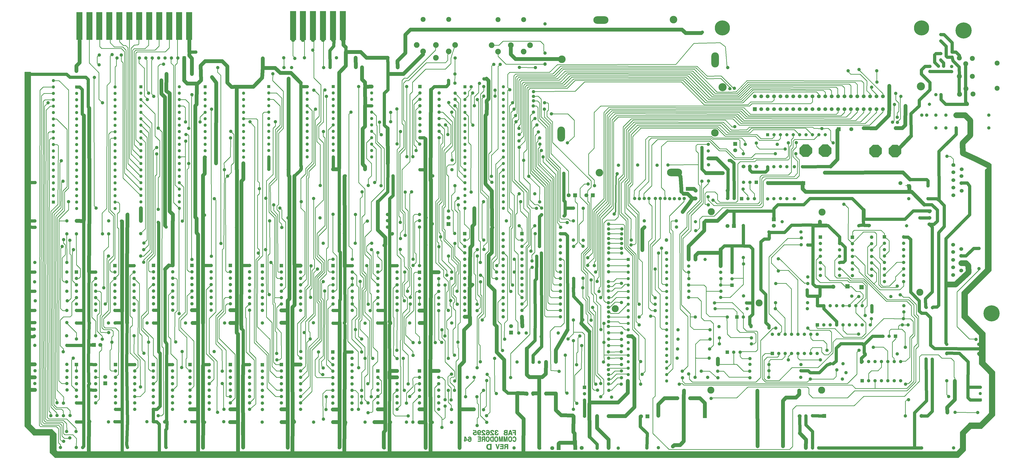
<source format=gbr>
G04 #@! TF.GenerationSoftware,KiCad,Pcbnew,(5.0.2)-1*
G04 #@! TF.CreationDate,2019-01-22T20:15:22+01:00*
G04 #@! TF.ProjectId,C64,4336342e-6b69-4636-9164-5f7063625858,rev?*
G04 #@! TF.SameCoordinates,Original*
G04 #@! TF.FileFunction,Copper,L2,Bot*
G04 #@! TF.FilePolarity,Positive*
%FSLAX46Y46*%
G04 Gerber Fmt 4.6, Leading zero omitted, Abs format (unit mm)*
G04 Created by KiCad (PCBNEW (5.0.2)-1) date 22-01-2019 20:15:22*
%MOMM*%
%LPD*%
G01*
G04 APERTURE LIST*
G04 #@! TA.AperFunction,EtchedComponent*
%ADD10C,0.010000*%
G04 #@! TD*
G04 #@! TA.AperFunction,ComponentPad*
%ADD11C,4.500000*%
G04 #@! TD*
G04 #@! TA.AperFunction,ComponentPad*
%ADD12C,2.800000*%
G04 #@! TD*
G04 #@! TA.AperFunction,ComponentPad*
%ADD13C,6.400000*%
G04 #@! TD*
G04 #@! TA.AperFunction,ComponentPad*
%ADD14C,1.524000*%
G04 #@! TD*
G04 #@! TA.AperFunction,ComponentPad*
%ADD15C,1.320800*%
G04 #@! TD*
G04 #@! TA.AperFunction,ComponentPad*
%ADD16C,1.308000*%
G04 #@! TD*
G04 #@! TA.AperFunction,ComponentPad*
%ADD17C,3.000000*%
G04 #@! TD*
G04 #@! TA.AperFunction,ComponentPad*
%ADD18O,6.000000X3.000000*%
G04 #@! TD*
G04 #@! TA.AperFunction,ComponentPad*
%ADD19O,3.000000X6.000000*%
G04 #@! TD*
G04 #@! TA.AperFunction,ComponentPad*
%ADD20R,1.320800X1.320800*%
G04 #@! TD*
G04 #@! TA.AperFunction,ComponentPad*
%ADD21C,2.250000*%
G04 #@! TD*
G04 #@! TA.AperFunction,ComponentPad*
%ADD22C,1.981200*%
G04 #@! TD*
G04 #@! TA.AperFunction,ComponentPad*
%ADD23R,1.508000X1.508000*%
G04 #@! TD*
G04 #@! TA.AperFunction,ComponentPad*
%ADD24C,1.508000*%
G04 #@! TD*
G04 #@! TA.AperFunction,ComponentPad*
%ADD25C,3.216000*%
G04 #@! TD*
G04 #@! TA.AperFunction,ComponentPad*
%ADD26C,6.000000*%
G04 #@! TD*
G04 #@! TA.AperFunction,ComponentPad*
%ADD27R,1.700000X1.700000*%
G04 #@! TD*
G04 #@! TA.AperFunction,ComponentPad*
%ADD28C,1.700000*%
G04 #@! TD*
G04 #@! TA.AperFunction,ComponentPad*
%ADD29R,1.574800X1.574800*%
G04 #@! TD*
G04 #@! TA.AperFunction,ComponentPad*
%ADD30C,1.574800*%
G04 #@! TD*
G04 #@! TA.AperFunction,ComponentPad*
%ADD31C,1.270000*%
G04 #@! TD*
G04 #@! TA.AperFunction,ComponentPad*
%ADD32R,1.270000X1.270000*%
G04 #@! TD*
G04 #@! TA.AperFunction,ComponentPad*
%ADD33R,1.308000X1.308000*%
G04 #@! TD*
G04 #@! TA.AperFunction,ConnectorPad*
%ADD34R,2.350000X11.100000*%
G04 #@! TD*
G04 #@! TA.AperFunction,ConnectorPad*
%ADD35R,2.350000X11.506400*%
G04 #@! TD*
G04 #@! TA.AperFunction,ComponentPad*
%ADD36C,1.400000*%
G04 #@! TD*
G04 #@! TA.AperFunction,ComponentPad*
%ADD37O,1.400000X1.400000*%
G04 #@! TD*
G04 #@! TA.AperFunction,ViaPad*
%ADD38C,1.320800*%
G04 #@! TD*
G04 #@! TA.AperFunction,Conductor*
%ADD39C,0.250000*%
G04 #@! TD*
G04 #@! TA.AperFunction,Conductor*
%ADD40C,1.500000*%
G04 #@! TD*
G04 #@! TA.AperFunction,Conductor*
%ADD41C,1.250000*%
G04 #@! TD*
G04 #@! TA.AperFunction,Conductor*
%ADD42C,1.300000*%
G04 #@! TD*
G04 #@! TA.AperFunction,Conductor*
%ADD43C,0.500000*%
G04 #@! TD*
G04 #@! TA.AperFunction,Conductor*
%ADD44C,2.300000*%
G04 #@! TD*
G04 #@! TA.AperFunction,Conductor*
%ADD45C,0.254000*%
G04 #@! TD*
G04 APERTURE END LIST*
D10*
G04 #@! TO.C,G\002A\002A\002A*
G36*
X202054795Y-211744072D02*
X202237801Y-211807140D01*
X202370496Y-211920939D01*
X202448864Y-212052591D01*
X202498727Y-212182452D01*
X202527495Y-212296048D01*
X202530204Y-212324950D01*
X202522239Y-212381659D01*
X202482706Y-212409962D01*
X202390320Y-212419479D01*
X202319467Y-212420200D01*
X202193845Y-212416769D01*
X202131175Y-212399258D01*
X202109805Y-212356840D01*
X202107800Y-212314367D01*
X202071735Y-212185434D01*
X201979280Y-212093077D01*
X201854045Y-212046149D01*
X201719640Y-212053503D01*
X201599800Y-212123867D01*
X201534559Y-212234834D01*
X201515134Y-212340514D01*
X201542430Y-212451074D01*
X201628075Y-212576033D01*
X201777705Y-212721464D01*
X201996955Y-212893438D01*
X202090616Y-212960625D01*
X202323231Y-213161261D01*
X202477330Y-213382392D01*
X202551061Y-213594950D01*
X202580194Y-213732534D01*
X201843053Y-213732534D01*
X201601356Y-213730987D01*
X201389648Y-213726697D01*
X201222214Y-213720192D01*
X201113335Y-213711997D01*
X201077689Y-213704311D01*
X201058318Y-213646215D01*
X201049516Y-213543360D01*
X201049467Y-213534978D01*
X201049467Y-213393867D01*
X201515134Y-213393867D01*
X201702250Y-213390577D01*
X201853470Y-213381655D01*
X201951711Y-213368526D01*
X201980800Y-213355057D01*
X201948255Y-213315531D01*
X201860812Y-213241153D01*
X201733759Y-213144425D01*
X201649350Y-213083995D01*
X201429529Y-212923166D01*
X201274059Y-212789990D01*
X201172913Y-212671671D01*
X201116064Y-212555413D01*
X201093484Y-212428420D01*
X201091800Y-212372517D01*
X201124156Y-212131538D01*
X201220602Y-211945629D01*
X201380202Y-211815632D01*
X201602024Y-211742390D01*
X201808726Y-211725212D01*
X202054795Y-211744072D01*
X202054795Y-211744072D01*
G37*
X202054795Y-211744072D02*
X202237801Y-211807140D01*
X202370496Y-211920939D01*
X202448864Y-212052591D01*
X202498727Y-212182452D01*
X202527495Y-212296048D01*
X202530204Y-212324950D01*
X202522239Y-212381659D01*
X202482706Y-212409962D01*
X202390320Y-212419479D01*
X202319467Y-212420200D01*
X202193845Y-212416769D01*
X202131175Y-212399258D01*
X202109805Y-212356840D01*
X202107800Y-212314367D01*
X202071735Y-212185434D01*
X201979280Y-212093077D01*
X201854045Y-212046149D01*
X201719640Y-212053503D01*
X201599800Y-212123867D01*
X201534559Y-212234834D01*
X201515134Y-212340514D01*
X201542430Y-212451074D01*
X201628075Y-212576033D01*
X201777705Y-212721464D01*
X201996955Y-212893438D01*
X202090616Y-212960625D01*
X202323231Y-213161261D01*
X202477330Y-213382392D01*
X202551061Y-213594950D01*
X202580194Y-213732534D01*
X201843053Y-213732534D01*
X201601356Y-213730987D01*
X201389648Y-213726697D01*
X201222214Y-213720192D01*
X201113335Y-213711997D01*
X201077689Y-213704311D01*
X201058318Y-213646215D01*
X201049516Y-213543360D01*
X201049467Y-213534978D01*
X201049467Y-213393867D01*
X201515134Y-213393867D01*
X201702250Y-213390577D01*
X201853470Y-213381655D01*
X201951711Y-213368526D01*
X201980800Y-213355057D01*
X201948255Y-213315531D01*
X201860812Y-213241153D01*
X201733759Y-213144425D01*
X201649350Y-213083995D01*
X201429529Y-212923166D01*
X201274059Y-212789990D01*
X201172913Y-212671671D01*
X201116064Y-212555413D01*
X201093484Y-212428420D01*
X201091800Y-212372517D01*
X201124156Y-212131538D01*
X201220602Y-211945629D01*
X201380202Y-211815632D01*
X201602024Y-211742390D01*
X201808726Y-211725212D01*
X202054795Y-211744072D01*
G36*
X198509029Y-211717580D02*
X198738090Y-211786818D01*
X198918198Y-211920995D01*
X199039950Y-212111213D01*
X199083478Y-212261450D01*
X199111556Y-212420200D01*
X198895178Y-212420200D01*
X198766711Y-212416056D01*
X198701959Y-212398083D01*
X198680152Y-212357969D01*
X198678800Y-212333609D01*
X198643432Y-212230594D01*
X198556714Y-212129100D01*
X198447727Y-212057091D01*
X198372644Y-212039200D01*
X198222358Y-212074637D01*
X198123405Y-212173078D01*
X198087467Y-212322715D01*
X198087480Y-212327351D01*
X198093275Y-212421057D01*
X198116465Y-212498333D01*
X198168514Y-212573435D01*
X198260884Y-212660622D01*
X198405038Y-212774148D01*
X198509467Y-212852178D01*
X198740767Y-213032153D01*
X198906515Y-213184035D01*
X199015783Y-213319722D01*
X199077646Y-213451115D01*
X199101175Y-213590113D01*
X199102134Y-213629456D01*
X199102134Y-213732534D01*
X197620467Y-213732534D01*
X197620467Y-213393867D01*
X198089661Y-213393867D01*
X198316430Y-213390520D01*
X198463313Y-213380167D01*
X198534840Y-213362337D01*
X198543172Y-213346817D01*
X198503757Y-213304743D01*
X198409197Y-213227281D01*
X198274601Y-213126300D01*
X198148061Y-213036424D01*
X197969065Y-212908067D01*
X197846964Y-212807837D01*
X197766107Y-212720202D01*
X197710847Y-212629629D01*
X197688866Y-212580661D01*
X197638281Y-212364813D01*
X197662897Y-212164177D01*
X197753423Y-211988528D01*
X197900566Y-211847646D01*
X198095037Y-211751307D01*
X198327542Y-211709290D01*
X198509029Y-211717580D01*
X198509029Y-211717580D01*
G37*
X198509029Y-211717580D02*
X198738090Y-211786818D01*
X198918198Y-211920995D01*
X199039950Y-212111213D01*
X199083478Y-212261450D01*
X199111556Y-212420200D01*
X198895178Y-212420200D01*
X198766711Y-212416056D01*
X198701959Y-212398083D01*
X198680152Y-212357969D01*
X198678800Y-212333609D01*
X198643432Y-212230594D01*
X198556714Y-212129100D01*
X198447727Y-212057091D01*
X198372644Y-212039200D01*
X198222358Y-212074637D01*
X198123405Y-212173078D01*
X198087467Y-212322715D01*
X198087480Y-212327351D01*
X198093275Y-212421057D01*
X198116465Y-212498333D01*
X198168514Y-212573435D01*
X198260884Y-212660622D01*
X198405038Y-212774148D01*
X198509467Y-212852178D01*
X198740767Y-213032153D01*
X198906515Y-213184035D01*
X199015783Y-213319722D01*
X199077646Y-213451115D01*
X199101175Y-213590113D01*
X199102134Y-213629456D01*
X199102134Y-213732534D01*
X197620467Y-213732534D01*
X197620467Y-213393867D01*
X198089661Y-213393867D01*
X198316430Y-213390520D01*
X198463313Y-213380167D01*
X198534840Y-213362337D01*
X198543172Y-213346817D01*
X198503757Y-213304743D01*
X198409197Y-213227281D01*
X198274601Y-213126300D01*
X198148061Y-213036424D01*
X197969065Y-212908067D01*
X197846964Y-212807837D01*
X197766107Y-212720202D01*
X197710847Y-212629629D01*
X197688866Y-212580661D01*
X197638281Y-212364813D01*
X197662897Y-212164177D01*
X197753423Y-211988528D01*
X197900566Y-211847646D01*
X198095037Y-211751307D01*
X198327542Y-211709290D01*
X198509029Y-211717580D01*
G36*
X211167134Y-213774867D02*
X210786134Y-213774867D01*
X210786134Y-212885867D01*
X209981800Y-212885867D01*
X209981800Y-212547200D01*
X210786134Y-212547200D01*
X210786134Y-212081534D01*
X209854800Y-212081534D01*
X209854800Y-211742867D01*
X211167134Y-211742867D01*
X211167134Y-213774867D01*
X211167134Y-213774867D01*
G37*
X211167134Y-213774867D02*
X210786134Y-213774867D01*
X210786134Y-212885867D01*
X209981800Y-212885867D01*
X209981800Y-212547200D01*
X210786134Y-212547200D01*
X210786134Y-212081534D01*
X209854800Y-212081534D01*
X209854800Y-211742867D01*
X211167134Y-211742867D01*
X211167134Y-213774867D01*
G36*
X209547884Y-212708102D02*
X209633913Y-212981164D01*
X209710633Y-213228523D01*
X209774486Y-213438391D01*
X209821914Y-213598982D01*
X209849360Y-213698506D01*
X209854800Y-213724991D01*
X209815555Y-213758334D01*
X209708056Y-213774144D01*
X209671733Y-213774867D01*
X209561883Y-213770996D01*
X209499964Y-213745376D01*
X209460337Y-213677001D01*
X209426337Y-213573784D01*
X209364008Y-213372700D01*
X209024662Y-213360533D01*
X208685315Y-213348365D01*
X208622590Y-213551033D01*
X208581740Y-213671226D01*
X208538338Y-213732645D01*
X208465328Y-213757556D01*
X208360666Y-213766603D01*
X208244479Y-213767681D01*
X208173119Y-213755906D01*
X208162287Y-213745436D01*
X208174852Y-213697156D01*
X208209708Y-213579747D01*
X208263312Y-213404711D01*
X208332118Y-213183549D01*
X208412583Y-212927761D01*
X208416506Y-212915387D01*
X208808570Y-212915387D01*
X208819067Y-212949558D01*
X208892096Y-212966747D01*
X209003604Y-212970534D01*
X209134117Y-212962240D01*
X209209077Y-212940052D01*
X209219800Y-212924546D01*
X209208195Y-212847023D01*
X209178188Y-212728861D01*
X209136990Y-212591911D01*
X209091813Y-212458028D01*
X209049868Y-212349064D01*
X209018367Y-212286871D01*
X209007466Y-212281112D01*
X208982156Y-212336540D01*
X208944285Y-212449113D01*
X208904061Y-212587304D01*
X208862846Y-212735417D01*
X208828120Y-212854505D01*
X208808570Y-212915387D01*
X208416506Y-212915387D01*
X208472854Y-212737700D01*
X208782601Y-211764034D01*
X209240967Y-211741088D01*
X209547884Y-212708102D01*
X209547884Y-212708102D01*
G37*
X209547884Y-212708102D02*
X209633913Y-212981164D01*
X209710633Y-213228523D01*
X209774486Y-213438391D01*
X209821914Y-213598982D01*
X209849360Y-213698506D01*
X209854800Y-213724991D01*
X209815555Y-213758334D01*
X209708056Y-213774144D01*
X209671733Y-213774867D01*
X209561883Y-213770996D01*
X209499964Y-213745376D01*
X209460337Y-213677001D01*
X209426337Y-213573784D01*
X209364008Y-213372700D01*
X209024662Y-213360533D01*
X208685315Y-213348365D01*
X208622590Y-213551033D01*
X208581740Y-213671226D01*
X208538338Y-213732645D01*
X208465328Y-213757556D01*
X208360666Y-213766603D01*
X208244479Y-213767681D01*
X208173119Y-213755906D01*
X208162287Y-213745436D01*
X208174852Y-213697156D01*
X208209708Y-213579747D01*
X208263312Y-213404711D01*
X208332118Y-213183549D01*
X208412583Y-212927761D01*
X208416506Y-212915387D01*
X208808570Y-212915387D01*
X208819067Y-212949558D01*
X208892096Y-212966747D01*
X209003604Y-212970534D01*
X209134117Y-212962240D01*
X209209077Y-212940052D01*
X209219800Y-212924546D01*
X209208195Y-212847023D01*
X209178188Y-212728861D01*
X209136990Y-212591911D01*
X209091813Y-212458028D01*
X209049868Y-212349064D01*
X209018367Y-212286871D01*
X209007466Y-212281112D01*
X208982156Y-212336540D01*
X208944285Y-212449113D01*
X208904061Y-212587304D01*
X208862846Y-212735417D01*
X208828120Y-212854505D01*
X208808570Y-212915387D01*
X208416506Y-212915387D01*
X208472854Y-212737700D01*
X208782601Y-211764034D01*
X209240967Y-211741088D01*
X209547884Y-212708102D01*
G36*
X207907467Y-213774867D02*
X207431217Y-213773009D01*
X207162323Y-213765261D01*
X206945349Y-213745264D01*
X206795694Y-213714495D01*
X206785634Y-213711099D01*
X206610754Y-213619890D01*
X206493707Y-213482639D01*
X206424721Y-213305193D01*
X206406667Y-213142947D01*
X206806800Y-213142947D01*
X206818978Y-213256283D01*
X206864837Y-213329828D01*
X206958369Y-213371632D01*
X207113564Y-213389743D01*
X207240717Y-213392580D01*
X207526467Y-213393867D01*
X207526467Y-212832157D01*
X207230752Y-212853315D01*
X207034145Y-212875287D01*
X206907811Y-212913795D01*
X206837637Y-212978480D01*
X206809510Y-213078983D01*
X206806800Y-213142947D01*
X206406667Y-213142947D01*
X206404343Y-213122065D01*
X206433483Y-212944160D01*
X206504990Y-212799241D01*
X206571525Y-212735407D01*
X206671592Y-212669841D01*
X206569863Y-212568111D01*
X206504301Y-212481725D01*
X206474113Y-212373557D01*
X206470723Y-212302682D01*
X206830520Y-212302682D01*
X206857787Y-212416986D01*
X206909546Y-212472469D01*
X206972697Y-212488387D01*
X207093819Y-212499825D01*
X207240717Y-212504219D01*
X207526467Y-212504867D01*
X207526467Y-212081534D01*
X207231109Y-212081534D01*
X207071550Y-212084613D01*
X206973538Y-212098100D01*
X206914050Y-212128367D01*
X206870316Y-212181402D01*
X206830520Y-212302682D01*
X206470723Y-212302682D01*
X206468134Y-212248558D01*
X206475825Y-212106803D01*
X206509628Y-212008675D01*
X206585633Y-211913731D01*
X206612067Y-211886800D01*
X206756000Y-211742867D01*
X207907467Y-211742867D01*
X207907467Y-213774867D01*
X207907467Y-213774867D01*
G37*
X207907467Y-213774867D02*
X207431217Y-213773009D01*
X207162323Y-213765261D01*
X206945349Y-213745264D01*
X206795694Y-213714495D01*
X206785634Y-213711099D01*
X206610754Y-213619890D01*
X206493707Y-213482639D01*
X206424721Y-213305193D01*
X206406667Y-213142947D01*
X206806800Y-213142947D01*
X206818978Y-213256283D01*
X206864837Y-213329828D01*
X206958369Y-213371632D01*
X207113564Y-213389743D01*
X207240717Y-213392580D01*
X207526467Y-213393867D01*
X207526467Y-212832157D01*
X207230752Y-212853315D01*
X207034145Y-212875287D01*
X206907811Y-212913795D01*
X206837637Y-212978480D01*
X206809510Y-213078983D01*
X206806800Y-213142947D01*
X206406667Y-213142947D01*
X206404343Y-213122065D01*
X206433483Y-212944160D01*
X206504990Y-212799241D01*
X206571525Y-212735407D01*
X206671592Y-212669841D01*
X206569863Y-212568111D01*
X206504301Y-212481725D01*
X206474113Y-212373557D01*
X206470723Y-212302682D01*
X206830520Y-212302682D01*
X206857787Y-212416986D01*
X206909546Y-212472469D01*
X206972697Y-212488387D01*
X207093819Y-212499825D01*
X207240717Y-212504219D01*
X207526467Y-212504867D01*
X207526467Y-212081534D01*
X207231109Y-212081534D01*
X207071550Y-212084613D01*
X206973538Y-212098100D01*
X206914050Y-212128367D01*
X206870316Y-212181402D01*
X206830520Y-212302682D01*
X206470723Y-212302682D01*
X206468134Y-212248558D01*
X206475825Y-212106803D01*
X206509628Y-212008675D01*
X206585633Y-211913731D01*
X206612067Y-211886800D01*
X206756000Y-211742867D01*
X207907467Y-211742867D01*
X207907467Y-213774867D01*
G36*
X203673695Y-211717580D02*
X203897659Y-211785914D01*
X204078748Y-211917756D01*
X204203085Y-212100863D01*
X204242281Y-212219117D01*
X204253567Y-212287887D01*
X204234319Y-212322264D01*
X204165452Y-212334171D01*
X204055940Y-212335534D01*
X203927709Y-212330627D01*
X203863729Y-212310981D01*
X203843902Y-212269209D01*
X203843467Y-212257428D01*
X203807004Y-212153315D01*
X203714893Y-212079507D01*
X203593051Y-212043604D01*
X203467395Y-212053203D01*
X203363843Y-212115904D01*
X203363195Y-212116617D01*
X203297390Y-212239916D01*
X203303389Y-212364127D01*
X203370975Y-212469164D01*
X203489928Y-212534938D01*
X203582217Y-212547200D01*
X203672314Y-212554789D01*
X203709270Y-212594759D01*
X203716466Y-212692917D01*
X203716467Y-212695367D01*
X203708663Y-212795468D01*
X203673100Y-212836464D01*
X203608531Y-212843534D01*
X203492676Y-212863327D01*
X203375698Y-212908121D01*
X203290537Y-212967029D01*
X203255857Y-213047005D01*
X203250800Y-213134393D01*
X203280802Y-213294027D01*
X203371011Y-213394160D01*
X203521730Y-213435091D01*
X203558026Y-213436200D01*
X203719098Y-213403428D01*
X203826579Y-213305109D01*
X203869159Y-213200407D01*
X203894303Y-213138515D01*
X203945346Y-213107963D01*
X204046786Y-213098085D01*
X204105420Y-213097534D01*
X204315861Y-213097534D01*
X204286442Y-213235117D01*
X204203480Y-213460041D01*
X204065477Y-213624693D01*
X204002201Y-213668561D01*
X203869251Y-213717868D01*
X203686542Y-213749538D01*
X203487653Y-213760871D01*
X203306162Y-213749169D01*
X203223351Y-213731153D01*
X203078210Y-213650790D01*
X202942267Y-213516343D01*
X202840703Y-213356871D01*
X202803729Y-213246884D01*
X202796469Y-213038330D01*
X202863426Y-212864527D01*
X202951806Y-212761352D01*
X203071296Y-212649732D01*
X202970548Y-212532605D01*
X202881992Y-212370226D01*
X202866485Y-212190383D01*
X202922944Y-212016511D01*
X202999024Y-211916490D01*
X203182966Y-211789207D01*
X203411286Y-211720122D01*
X203661125Y-211715972D01*
X203673695Y-211717580D01*
X203673695Y-211717580D01*
G37*
X203673695Y-211717580D02*
X203897659Y-211785914D01*
X204078748Y-211917756D01*
X204203085Y-212100863D01*
X204242281Y-212219117D01*
X204253567Y-212287887D01*
X204234319Y-212322264D01*
X204165452Y-212334171D01*
X204055940Y-212335534D01*
X203927709Y-212330627D01*
X203863729Y-212310981D01*
X203843902Y-212269209D01*
X203843467Y-212257428D01*
X203807004Y-212153315D01*
X203714893Y-212079507D01*
X203593051Y-212043604D01*
X203467395Y-212053203D01*
X203363843Y-212115904D01*
X203363195Y-212116617D01*
X203297390Y-212239916D01*
X203303389Y-212364127D01*
X203370975Y-212469164D01*
X203489928Y-212534938D01*
X203582217Y-212547200D01*
X203672314Y-212554789D01*
X203709270Y-212594759D01*
X203716466Y-212692917D01*
X203716467Y-212695367D01*
X203708663Y-212795468D01*
X203673100Y-212836464D01*
X203608531Y-212843534D01*
X203492676Y-212863327D01*
X203375698Y-212908121D01*
X203290537Y-212967029D01*
X203255857Y-213047005D01*
X203250800Y-213134393D01*
X203280802Y-213294027D01*
X203371011Y-213394160D01*
X203521730Y-213435091D01*
X203558026Y-213436200D01*
X203719098Y-213403428D01*
X203826579Y-213305109D01*
X203869159Y-213200407D01*
X203894303Y-213138515D01*
X203945346Y-213107963D01*
X204046786Y-213098085D01*
X204105420Y-213097534D01*
X204315861Y-213097534D01*
X204286442Y-213235117D01*
X204203480Y-213460041D01*
X204065477Y-213624693D01*
X204002201Y-213668561D01*
X203869251Y-213717868D01*
X203686542Y-213749538D01*
X203487653Y-213760871D01*
X203306162Y-213749169D01*
X203223351Y-213731153D01*
X203078210Y-213650790D01*
X202942267Y-213516343D01*
X202840703Y-213356871D01*
X202803729Y-213246884D01*
X202796469Y-213038330D01*
X202863426Y-212864527D01*
X202951806Y-212761352D01*
X203071296Y-212649732D01*
X202970548Y-212532605D01*
X202881992Y-212370226D01*
X202866485Y-212190383D01*
X202922944Y-212016511D01*
X202999024Y-211916490D01*
X203182966Y-211789207D01*
X203411286Y-211720122D01*
X203661125Y-211715972D01*
X203673695Y-211717580D01*
G36*
X200191687Y-211716458D02*
X200409716Y-211792215D01*
X200592626Y-211934500D01*
X200706341Y-212097788D01*
X200786757Y-212318004D01*
X200829098Y-212575425D01*
X200834519Y-212847224D01*
X200804176Y-213110576D01*
X200739225Y-213342656D01*
X200640820Y-213520638D01*
X200633877Y-213529099D01*
X200457522Y-213676612D01*
X200242370Y-213758080D01*
X200005924Y-213770694D01*
X199765684Y-213711647D01*
X199695640Y-213679617D01*
X199514324Y-213544954D01*
X199399931Y-213359635D01*
X199351557Y-213122008D01*
X199351332Y-213112917D01*
X199780277Y-213112917D01*
X199806855Y-213265756D01*
X199845367Y-213342114D01*
X199946049Y-213419889D01*
X200079814Y-213442018D01*
X200216892Y-213409579D01*
X200326728Y-213324658D01*
X200395261Y-213181025D01*
X200403214Y-213023046D01*
X200353605Y-212879363D01*
X200270546Y-212791265D01*
X200160949Y-212759490D01*
X200023458Y-212769354D01*
X199900531Y-212815399D01*
X199864134Y-212843534D01*
X199799826Y-212960055D01*
X199780277Y-213112917D01*
X199351332Y-213112917D01*
X199349706Y-213047459D01*
X199375360Y-212846076D01*
X199457657Y-212685754D01*
X199609952Y-212541007D01*
X199618497Y-212534578D01*
X199779399Y-212458714D01*
X199974421Y-212428739D01*
X200164403Y-212448134D01*
X200247705Y-212478638D01*
X200343061Y-212523799D01*
X200400547Y-212546549D01*
X200404515Y-212547200D01*
X200418594Y-212513245D01*
X200405015Y-212428979D01*
X200371957Y-212320801D01*
X200327595Y-212215108D01*
X200280108Y-212138299D01*
X200276659Y-212134450D01*
X200165505Y-212060892D01*
X200035780Y-212037818D01*
X199918048Y-212065993D01*
X199854309Y-212123867D01*
X199796657Y-212179534D01*
X199698715Y-212204591D01*
X199599950Y-212208534D01*
X199481001Y-212200124D01*
X199409068Y-212178536D01*
X199398467Y-212164098D01*
X199434353Y-212041374D01*
X199527684Y-211914491D01*
X199656966Y-211809908D01*
X199708191Y-211782803D01*
X199953018Y-211711798D01*
X200191687Y-211716458D01*
X200191687Y-211716458D01*
G37*
X200191687Y-211716458D02*
X200409716Y-211792215D01*
X200592626Y-211934500D01*
X200706341Y-212097788D01*
X200786757Y-212318004D01*
X200829098Y-212575425D01*
X200834519Y-212847224D01*
X200804176Y-213110576D01*
X200739225Y-213342656D01*
X200640820Y-213520638D01*
X200633877Y-213529099D01*
X200457522Y-213676612D01*
X200242370Y-213758080D01*
X200005924Y-213770694D01*
X199765684Y-213711647D01*
X199695640Y-213679617D01*
X199514324Y-213544954D01*
X199399931Y-213359635D01*
X199351557Y-213122008D01*
X199351332Y-213112917D01*
X199780277Y-213112917D01*
X199806855Y-213265756D01*
X199845367Y-213342114D01*
X199946049Y-213419889D01*
X200079814Y-213442018D01*
X200216892Y-213409579D01*
X200326728Y-213324658D01*
X200395261Y-213181025D01*
X200403214Y-213023046D01*
X200353605Y-212879363D01*
X200270546Y-212791265D01*
X200160949Y-212759490D01*
X200023458Y-212769354D01*
X199900531Y-212815399D01*
X199864134Y-212843534D01*
X199799826Y-212960055D01*
X199780277Y-213112917D01*
X199351332Y-213112917D01*
X199349706Y-213047459D01*
X199375360Y-212846076D01*
X199457657Y-212685754D01*
X199609952Y-212541007D01*
X199618497Y-212534578D01*
X199779399Y-212458714D01*
X199974421Y-212428739D01*
X200164403Y-212448134D01*
X200247705Y-212478638D01*
X200343061Y-212523799D01*
X200400547Y-212546549D01*
X200404515Y-212547200D01*
X200418594Y-212513245D01*
X200405015Y-212428979D01*
X200371957Y-212320801D01*
X200327595Y-212215108D01*
X200280108Y-212138299D01*
X200276659Y-212134450D01*
X200165505Y-212060892D01*
X200035780Y-212037818D01*
X199918048Y-212065993D01*
X199854309Y-212123867D01*
X199796657Y-212179534D01*
X199698715Y-212204591D01*
X199599950Y-212208534D01*
X199481001Y-212200124D01*
X199409068Y-212178536D01*
X199398467Y-212164098D01*
X199434353Y-212041374D01*
X199527684Y-211914491D01*
X199656966Y-211809908D01*
X199708191Y-211782803D01*
X199953018Y-211711798D01*
X200191687Y-211716458D01*
G36*
X196913348Y-211746606D02*
X197094827Y-211836424D01*
X197245137Y-211971402D01*
X197350745Y-212147886D01*
X197398122Y-212362224D01*
X197396312Y-212476270D01*
X197342202Y-212700660D01*
X197222382Y-212872747D01*
X197067124Y-212981051D01*
X196914453Y-213032442D01*
X196740325Y-213052503D01*
X196577310Y-213040598D01*
X196457978Y-212996090D01*
X196453808Y-212993047D01*
X196380688Y-212944494D01*
X196345568Y-212929547D01*
X196328459Y-212962170D01*
X196338468Y-213046202D01*
X196368170Y-213155750D01*
X196410142Y-213264923D01*
X196456961Y-213347829D01*
X196469733Y-213362614D01*
X196584028Y-213429960D01*
X196717644Y-213444873D01*
X196838012Y-213408001D01*
X196895380Y-213354129D01*
X196953744Y-213297985D01*
X197048034Y-213271925D01*
X197162816Y-213266867D01*
X197286201Y-213269726D01*
X197343530Y-213284839D01*
X197353383Y-213322012D01*
X197343287Y-213362117D01*
X197251823Y-213527495D01*
X197100211Y-213656022D01*
X196907498Y-213740789D01*
X196692732Y-213774886D01*
X196474961Y-213751405D01*
X196369535Y-213715321D01*
X196210121Y-213607580D01*
X196067971Y-213441910D01*
X195965654Y-213244879D01*
X195962521Y-213236192D01*
X195936325Y-213118783D01*
X195916674Y-212947645D01*
X195906784Y-212753651D01*
X195906202Y-212695367D01*
X195910254Y-212493400D01*
X195920914Y-212391390D01*
X196349150Y-212391390D01*
X196364072Y-212532573D01*
X196419241Y-212636064D01*
X196424550Y-212640948D01*
X196574130Y-212725362D01*
X196730688Y-212736243D01*
X196872860Y-212673244D01*
X196900800Y-212648736D01*
X196949737Y-212551117D01*
X196964821Y-212411488D01*
X196947208Y-212264927D01*
X196898053Y-212146513D01*
X196883656Y-212128311D01*
X196765336Y-212054346D01*
X196621916Y-212041748D01*
X196486350Y-212090256D01*
X196436783Y-212131849D01*
X196373659Y-212246490D01*
X196349150Y-212391390D01*
X195920914Y-212391390D01*
X195925548Y-212347049D01*
X195957233Y-212227482D01*
X196010457Y-212105870D01*
X196012035Y-212102700D01*
X196146381Y-211911950D01*
X196317217Y-211784617D01*
X196511011Y-211717050D01*
X196714232Y-211705597D01*
X196913348Y-211746606D01*
X196913348Y-211746606D01*
G37*
X196913348Y-211746606D02*
X197094827Y-211836424D01*
X197245137Y-211971402D01*
X197350745Y-212147886D01*
X197398122Y-212362224D01*
X197396312Y-212476270D01*
X197342202Y-212700660D01*
X197222382Y-212872747D01*
X197067124Y-212981051D01*
X196914453Y-213032442D01*
X196740325Y-213052503D01*
X196577310Y-213040598D01*
X196457978Y-212996090D01*
X196453808Y-212993047D01*
X196380688Y-212944494D01*
X196345568Y-212929547D01*
X196328459Y-212962170D01*
X196338468Y-213046202D01*
X196368170Y-213155750D01*
X196410142Y-213264923D01*
X196456961Y-213347829D01*
X196469733Y-213362614D01*
X196584028Y-213429960D01*
X196717644Y-213444873D01*
X196838012Y-213408001D01*
X196895380Y-213354129D01*
X196953744Y-213297985D01*
X197048034Y-213271925D01*
X197162816Y-213266867D01*
X197286201Y-213269726D01*
X197343530Y-213284839D01*
X197353383Y-213322012D01*
X197343287Y-213362117D01*
X197251823Y-213527495D01*
X197100211Y-213656022D01*
X196907498Y-213740789D01*
X196692732Y-213774886D01*
X196474961Y-213751405D01*
X196369535Y-213715321D01*
X196210121Y-213607580D01*
X196067971Y-213441910D01*
X195965654Y-213244879D01*
X195962521Y-213236192D01*
X195936325Y-213118783D01*
X195916674Y-212947645D01*
X195906784Y-212753651D01*
X195906202Y-212695367D01*
X195910254Y-212493400D01*
X195920914Y-212391390D01*
X196349150Y-212391390D01*
X196364072Y-212532573D01*
X196419241Y-212636064D01*
X196424550Y-212640948D01*
X196574130Y-212725362D01*
X196730688Y-212736243D01*
X196872860Y-212673244D01*
X196900800Y-212648736D01*
X196949737Y-212551117D01*
X196964821Y-212411488D01*
X196947208Y-212264927D01*
X196898053Y-212146513D01*
X196883656Y-212128311D01*
X196765336Y-212054346D01*
X196621916Y-212041748D01*
X196486350Y-212090256D01*
X196436783Y-212131849D01*
X196373659Y-212246490D01*
X196349150Y-212391390D01*
X195920914Y-212391390D01*
X195925548Y-212347049D01*
X195957233Y-212227482D01*
X196010457Y-212105870D01*
X196012035Y-212102700D01*
X196146381Y-211911950D01*
X196317217Y-211784617D01*
X196511011Y-211717050D01*
X196714232Y-211705597D01*
X196913348Y-211746606D01*
G36*
X194878799Y-211752288D02*
X195481465Y-211764034D01*
X195552977Y-212250867D01*
X195581534Y-212447395D01*
X195605246Y-212614584D01*
X195621507Y-212733795D01*
X195627645Y-212785043D01*
X195593634Y-212824675D01*
X195505126Y-212850608D01*
X195391542Y-212860393D01*
X195282300Y-212851582D01*
X195206820Y-212821727D01*
X195205082Y-212820208D01*
X195062447Y-212741401D01*
X194907628Y-212737756D01*
X194765054Y-212809834D01*
X194764767Y-212810080D01*
X194685109Y-212897634D01*
X194652860Y-213000191D01*
X194649435Y-213093542D01*
X194677447Y-213270937D01*
X194757693Y-213382857D01*
X194893232Y-213432752D01*
X194953467Y-213436200D01*
X195091618Y-213409843D01*
X195198070Y-213341943D01*
X195248535Y-213249252D01*
X195249800Y-213231783D01*
X195289850Y-213199513D01*
X195403153Y-213183514D01*
X195461467Y-213182200D01*
X195587134Y-213185687D01*
X195649829Y-213203255D01*
X195671176Y-213245566D01*
X195673134Y-213286560D01*
X195645907Y-213381187D01*
X195577401Y-213496173D01*
X195542651Y-213539532D01*
X195367451Y-213678270D01*
X195150051Y-213756835D01*
X194910614Y-213772319D01*
X194669301Y-213721816D01*
X194571028Y-213679617D01*
X194388838Y-213547137D01*
X194265463Y-213374173D01*
X194201464Y-213177320D01*
X194197401Y-212973173D01*
X194253832Y-212778325D01*
X194371319Y-212609372D01*
X194530977Y-212492522D01*
X194684017Y-212445932D01*
X194875043Y-212430594D01*
X195063072Y-212447220D01*
X195177867Y-212481272D01*
X195230383Y-212494333D01*
X195239247Y-212452046D01*
X195230784Y-212404388D01*
X195203370Y-212273242D01*
X195185494Y-212187367D01*
X195172750Y-212140230D01*
X195147468Y-212109695D01*
X195093791Y-212092158D01*
X194995862Y-212084016D01*
X194837825Y-212081664D01*
X194719827Y-212081534D01*
X194276134Y-212081534D01*
X194276134Y-211740542D01*
X194878799Y-211752288D01*
X194878799Y-211752288D01*
G37*
X194878799Y-211752288D02*
X195481465Y-211764034D01*
X195552977Y-212250867D01*
X195581534Y-212447395D01*
X195605246Y-212614584D01*
X195621507Y-212733795D01*
X195627645Y-212785043D01*
X195593634Y-212824675D01*
X195505126Y-212850608D01*
X195391542Y-212860393D01*
X195282300Y-212851582D01*
X195206820Y-212821727D01*
X195205082Y-212820208D01*
X195062447Y-212741401D01*
X194907628Y-212737756D01*
X194765054Y-212809834D01*
X194764767Y-212810080D01*
X194685109Y-212897634D01*
X194652860Y-213000191D01*
X194649435Y-213093542D01*
X194677447Y-213270937D01*
X194757693Y-213382857D01*
X194893232Y-213432752D01*
X194953467Y-213436200D01*
X195091618Y-213409843D01*
X195198070Y-213341943D01*
X195248535Y-213249252D01*
X195249800Y-213231783D01*
X195289850Y-213199513D01*
X195403153Y-213183514D01*
X195461467Y-213182200D01*
X195587134Y-213185687D01*
X195649829Y-213203255D01*
X195671176Y-213245566D01*
X195673134Y-213286560D01*
X195645907Y-213381187D01*
X195577401Y-213496173D01*
X195542651Y-213539532D01*
X195367451Y-213678270D01*
X195150051Y-213756835D01*
X194910614Y-213772319D01*
X194669301Y-213721816D01*
X194571028Y-213679617D01*
X194388838Y-213547137D01*
X194265463Y-213374173D01*
X194201464Y-213177320D01*
X194197401Y-212973173D01*
X194253832Y-212778325D01*
X194371319Y-212609372D01*
X194530977Y-212492522D01*
X194684017Y-212445932D01*
X194875043Y-212430594D01*
X195063072Y-212447220D01*
X195177867Y-212481272D01*
X195230383Y-212494333D01*
X195239247Y-212452046D01*
X195230784Y-212404388D01*
X195203370Y-212273242D01*
X195185494Y-212187367D01*
X195172750Y-212140230D01*
X195147468Y-212109695D01*
X195093791Y-212092158D01*
X194995862Y-212084016D01*
X194837825Y-212081664D01*
X194719827Y-212081534D01*
X194276134Y-212081534D01*
X194276134Y-211740542D01*
X194878799Y-211752288D01*
G36*
X206969206Y-215013117D02*
X207013038Y-215252991D01*
X207051170Y-215464662D01*
X207081058Y-215633778D01*
X207100163Y-215745988D01*
X207106014Y-215785700D01*
X207116031Y-215807903D01*
X207137955Y-215750864D01*
X207170746Y-215619013D01*
X207213366Y-215416780D01*
X207264777Y-215148594D01*
X207297103Y-214970784D01*
X207420129Y-214282867D01*
X207907467Y-214282867D01*
X207907467Y-216314867D01*
X207611134Y-216314867D01*
X207611134Y-215524645D01*
X207610209Y-215278028D01*
X207607636Y-215064796D01*
X207603716Y-214897663D01*
X207598751Y-214789346D01*
X207593041Y-214752561D01*
X207592844Y-214752712D01*
X207580018Y-214798248D01*
X207555400Y-214913818D01*
X207521620Y-215086025D01*
X207481305Y-215301474D01*
X207437765Y-215542935D01*
X207300977Y-216314867D01*
X207139362Y-216314867D01*
X207081463Y-216316359D01*
X207037557Y-216313830D01*
X207003557Y-216296777D01*
X206975373Y-216254692D01*
X206948916Y-216177070D01*
X206920098Y-216053407D01*
X206884829Y-215873196D01*
X206839022Y-215625932D01*
X206809834Y-215468200D01*
X206687884Y-214812034D01*
X206683842Y-215563450D01*
X206679800Y-216314867D01*
X206341134Y-216314867D01*
X206341134Y-214282867D01*
X206834884Y-214282867D01*
X206969206Y-215013117D01*
X206969206Y-215013117D01*
G37*
X206969206Y-215013117D02*
X207013038Y-215252991D01*
X207051170Y-215464662D01*
X207081058Y-215633778D01*
X207100163Y-215745988D01*
X207106014Y-215785700D01*
X207116031Y-215807903D01*
X207137955Y-215750864D01*
X207170746Y-215619013D01*
X207213366Y-215416780D01*
X207264777Y-215148594D01*
X207297103Y-214970784D01*
X207420129Y-214282867D01*
X207907467Y-214282867D01*
X207907467Y-216314867D01*
X207611134Y-216314867D01*
X207611134Y-215524645D01*
X207610209Y-215278028D01*
X207607636Y-215064796D01*
X207603716Y-214897663D01*
X207598751Y-214789346D01*
X207593041Y-214752561D01*
X207592844Y-214752712D01*
X207580018Y-214798248D01*
X207555400Y-214913818D01*
X207521620Y-215086025D01*
X207481305Y-215301474D01*
X207437765Y-215542935D01*
X207300977Y-216314867D01*
X207139362Y-216314867D01*
X207081463Y-216316359D01*
X207037557Y-216313830D01*
X207003557Y-216296777D01*
X206975373Y-216254692D01*
X206948916Y-216177070D01*
X206920098Y-216053407D01*
X206884829Y-215873196D01*
X206839022Y-215625932D01*
X206809834Y-215468200D01*
X206687884Y-214812034D01*
X206683842Y-215563450D01*
X206679800Y-216314867D01*
X206341134Y-216314867D01*
X206341134Y-214282867D01*
X206834884Y-214282867D01*
X206969206Y-215013117D01*
G36*
X204855086Y-214283034D02*
X204901932Y-214299264D01*
X204937955Y-214340498D01*
X204968277Y-214417418D01*
X204998017Y-214540704D01*
X205032294Y-214721035D01*
X205076230Y-214969094D01*
X205099106Y-215097784D01*
X205140812Y-215323051D01*
X205179164Y-215515797D01*
X205211168Y-215662047D01*
X205233825Y-215747825D01*
X205242075Y-215764534D01*
X205257956Y-215725392D01*
X205284587Y-215618323D01*
X205318485Y-215458861D01*
X205356169Y-215262543D01*
X205363033Y-215224784D01*
X205404058Y-214999587D01*
X205443924Y-214784957D01*
X205478085Y-214605123D01*
X205501994Y-214484314D01*
X205502069Y-214483950D01*
X205543816Y-214282867D01*
X206044800Y-214282867D01*
X206044800Y-216314867D01*
X205706134Y-216314867D01*
X205702210Y-215542284D01*
X205698286Y-214769700D01*
X205595512Y-215320034D01*
X205537272Y-215633600D01*
X205492279Y-215873837D01*
X205457099Y-216050421D01*
X205428297Y-216173030D01*
X205402438Y-216251340D01*
X205376090Y-216295030D01*
X205345817Y-216313775D01*
X205308185Y-216317254D01*
X205259761Y-216315143D01*
X205242464Y-216314867D01*
X205081131Y-216314867D01*
X205007396Y-215902117D01*
X204964141Y-215664388D01*
X204915052Y-215401277D01*
X204869140Y-215160949D01*
X204858880Y-215108367D01*
X204784100Y-214727367D01*
X204774800Y-216314867D01*
X204478467Y-216314867D01*
X204478467Y-214282867D01*
X204708447Y-214282867D01*
X204792298Y-214281129D01*
X204855086Y-214283034D01*
X204855086Y-214283034D01*
G37*
X204855086Y-214283034D02*
X204901932Y-214299264D01*
X204937955Y-214340498D01*
X204968277Y-214417418D01*
X204998017Y-214540704D01*
X205032294Y-214721035D01*
X205076230Y-214969094D01*
X205099106Y-215097784D01*
X205140812Y-215323051D01*
X205179164Y-215515797D01*
X205211168Y-215662047D01*
X205233825Y-215747825D01*
X205242075Y-215764534D01*
X205257956Y-215725392D01*
X205284587Y-215618323D01*
X205318485Y-215458861D01*
X205356169Y-215262543D01*
X205363033Y-215224784D01*
X205404058Y-214999587D01*
X205443924Y-214784957D01*
X205478085Y-214605123D01*
X205501994Y-214484314D01*
X205502069Y-214483950D01*
X205543816Y-214282867D01*
X206044800Y-214282867D01*
X206044800Y-216314867D01*
X205706134Y-216314867D01*
X205702210Y-215542284D01*
X205698286Y-214769700D01*
X205595512Y-215320034D01*
X205537272Y-215633600D01*
X205492279Y-215873837D01*
X205457099Y-216050421D01*
X205428297Y-216173030D01*
X205402438Y-216251340D01*
X205376090Y-216295030D01*
X205345817Y-216313775D01*
X205308185Y-216317254D01*
X205259761Y-216315143D01*
X205242464Y-216314867D01*
X205081131Y-216314867D01*
X205007396Y-215902117D01*
X204964141Y-215664388D01*
X204915052Y-215401277D01*
X204869140Y-215160949D01*
X204858880Y-215108367D01*
X204784100Y-214727367D01*
X204774800Y-216314867D01*
X204478467Y-216314867D01*
X204478467Y-214282867D01*
X204708447Y-214282867D01*
X204792298Y-214281129D01*
X204855086Y-214283034D01*
G36*
X202361800Y-216314867D02*
X201944727Y-216314867D01*
X201742981Y-216312384D01*
X201603801Y-216302442D01*
X201505169Y-216281298D01*
X201425066Y-216245213D01*
X201383811Y-216219556D01*
X201276774Y-216121066D01*
X201172874Y-215981386D01*
X201134134Y-215912639D01*
X201084987Y-215804232D01*
X201053804Y-215700505D01*
X201036713Y-215577280D01*
X201029841Y-215410383D01*
X201029192Y-215286721D01*
X201355645Y-215286721D01*
X201375924Y-215504462D01*
X201419991Y-215691088D01*
X201447465Y-215756472D01*
X201541545Y-215883289D01*
X201670652Y-215949779D01*
X201853253Y-215964906D01*
X201874967Y-215963949D01*
X202044300Y-215955034D01*
X202044300Y-214642700D01*
X201853800Y-214631694D01*
X201653292Y-214644165D01*
X201510978Y-214712452D01*
X201416648Y-214842478D01*
X201395002Y-214897876D01*
X201361292Y-215072860D01*
X201355645Y-215286721D01*
X201029192Y-215286721D01*
X201029033Y-215256534D01*
X201032006Y-215043291D01*
X201042452Y-214891792D01*
X201063908Y-214779204D01*
X201099909Y-214682696D01*
X201125990Y-214630456D01*
X201215410Y-214488186D01*
X201318345Y-214389598D01*
X201451565Y-214327426D01*
X201631842Y-214294404D01*
X201875947Y-214283267D01*
X201927884Y-214283025D01*
X202361800Y-214282867D01*
X202361800Y-216314867D01*
X202361800Y-216314867D01*
G37*
X202361800Y-216314867D02*
X201944727Y-216314867D01*
X201742981Y-216312384D01*
X201603801Y-216302442D01*
X201505169Y-216281298D01*
X201425066Y-216245213D01*
X201383811Y-216219556D01*
X201276774Y-216121066D01*
X201172874Y-215981386D01*
X201134134Y-215912639D01*
X201084987Y-215804232D01*
X201053804Y-215700505D01*
X201036713Y-215577280D01*
X201029841Y-215410383D01*
X201029192Y-215286721D01*
X201355645Y-215286721D01*
X201375924Y-215504462D01*
X201419991Y-215691088D01*
X201447465Y-215756472D01*
X201541545Y-215883289D01*
X201670652Y-215949779D01*
X201853253Y-215964906D01*
X201874967Y-215963949D01*
X202044300Y-215955034D01*
X202044300Y-214642700D01*
X201853800Y-214631694D01*
X201653292Y-214644165D01*
X201510978Y-214712452D01*
X201416648Y-214842478D01*
X201395002Y-214897876D01*
X201361292Y-215072860D01*
X201355645Y-215286721D01*
X201029192Y-215286721D01*
X201029033Y-215256534D01*
X201032006Y-215043291D01*
X201042452Y-214891792D01*
X201063908Y-214779204D01*
X201099909Y-214682696D01*
X201125990Y-214630456D01*
X201215410Y-214488186D01*
X201318345Y-214389598D01*
X201451565Y-214327426D01*
X201631842Y-214294404D01*
X201875947Y-214283267D01*
X201927884Y-214283025D01*
X202361800Y-214282867D01*
X202361800Y-216314867D01*
G36*
X198975134Y-216314867D02*
X198636467Y-216314867D01*
X198636467Y-215510534D01*
X198406657Y-215510534D01*
X198228375Y-215524526D01*
X198117631Y-215574990D01*
X198060695Y-215674654D01*
X198043837Y-215836249D01*
X198043800Y-215846932D01*
X198038073Y-216001552D01*
X198023725Y-216144641D01*
X198017342Y-216182575D01*
X197994278Y-216264402D01*
X197950996Y-216302906D01*
X197861030Y-216314283D01*
X197801146Y-216314867D01*
X197686074Y-216310722D01*
X197638138Y-216292796D01*
X197639991Y-216252851D01*
X197645132Y-216240784D01*
X197665770Y-216159569D01*
X197684026Y-216026749D01*
X197693266Y-215912700D01*
X197708096Y-215711552D01*
X197728688Y-215574970D01*
X197760061Y-215482855D01*
X197807239Y-215415110D01*
X197821236Y-215400479D01*
X197866222Y-215339554D01*
X197841823Y-215309153D01*
X197841448Y-215309027D01*
X197759524Y-215240855D01*
X197701928Y-215113741D01*
X197671329Y-214950595D01*
X197671124Y-214911801D01*
X198001467Y-214911801D01*
X198013712Y-215038563D01*
X198060507Y-215116984D01*
X198156935Y-215157719D01*
X198318083Y-215171418D01*
X198369767Y-215171867D01*
X198636467Y-215171867D01*
X198636467Y-214621534D01*
X198413053Y-214621534D01*
X198213452Y-214639669D01*
X198083607Y-214697635D01*
X198015950Y-214800765D01*
X198001467Y-214911801D01*
X197671124Y-214911801D01*
X197670397Y-214774326D01*
X197701802Y-214607842D01*
X197747645Y-214504062D01*
X197812609Y-214415869D01*
X197892271Y-214354221D01*
X198002102Y-214314641D01*
X198157573Y-214292654D01*
X198374157Y-214283783D01*
X198512223Y-214282867D01*
X198975134Y-214282867D01*
X198975134Y-216314867D01*
X198975134Y-216314867D01*
G37*
X198975134Y-216314867D02*
X198636467Y-216314867D01*
X198636467Y-215510534D01*
X198406657Y-215510534D01*
X198228375Y-215524526D01*
X198117631Y-215574990D01*
X198060695Y-215674654D01*
X198043837Y-215836249D01*
X198043800Y-215846932D01*
X198038073Y-216001552D01*
X198023725Y-216144641D01*
X198017342Y-216182575D01*
X197994278Y-216264402D01*
X197950996Y-216302906D01*
X197861030Y-216314283D01*
X197801146Y-216314867D01*
X197686074Y-216310722D01*
X197638138Y-216292796D01*
X197639991Y-216252851D01*
X197645132Y-216240784D01*
X197665770Y-216159569D01*
X197684026Y-216026749D01*
X197693266Y-215912700D01*
X197708096Y-215711552D01*
X197728688Y-215574970D01*
X197760061Y-215482855D01*
X197807239Y-215415110D01*
X197821236Y-215400479D01*
X197866222Y-215339554D01*
X197841823Y-215309153D01*
X197841448Y-215309027D01*
X197759524Y-215240855D01*
X197701928Y-215113741D01*
X197671329Y-214950595D01*
X197671124Y-214911801D01*
X198001467Y-214911801D01*
X198013712Y-215038563D01*
X198060507Y-215116984D01*
X198156935Y-215157719D01*
X198318083Y-215171418D01*
X198369767Y-215171867D01*
X198636467Y-215171867D01*
X198636467Y-214621534D01*
X198413053Y-214621534D01*
X198213452Y-214639669D01*
X198083607Y-214697635D01*
X198015950Y-214800765D01*
X198001467Y-214911801D01*
X197671124Y-214911801D01*
X197670397Y-214774326D01*
X197701802Y-214607842D01*
X197747645Y-214504062D01*
X197812609Y-214415869D01*
X197892271Y-214354221D01*
X198002102Y-214314641D01*
X198157573Y-214292654D01*
X198374157Y-214283783D01*
X198512223Y-214282867D01*
X198975134Y-214282867D01*
X198975134Y-216314867D01*
G36*
X197324134Y-216314867D02*
X196091599Y-216314867D01*
X196104616Y-216134950D01*
X196117634Y-215955034D01*
X197027800Y-215931002D01*
X197027800Y-215425867D01*
X196223467Y-215425867D01*
X196223467Y-215090377D01*
X196615050Y-215078205D01*
X197006634Y-215066034D01*
X197006634Y-214642700D01*
X196138800Y-214618572D01*
X196138800Y-214282867D01*
X197324134Y-214282867D01*
X197324134Y-216314867D01*
X197324134Y-216314867D01*
G37*
X197324134Y-216314867D02*
X196091599Y-216314867D01*
X196104616Y-216134950D01*
X196117634Y-215955034D01*
X197027800Y-215931002D01*
X197027800Y-215425867D01*
X196223467Y-215425867D01*
X196223467Y-215090377D01*
X196615050Y-215078205D01*
X197006634Y-215066034D01*
X197006634Y-214642700D01*
X196138800Y-214618572D01*
X196138800Y-214282867D01*
X197324134Y-214282867D01*
X197324134Y-216314867D01*
G36*
X191289666Y-214346367D02*
X191658377Y-214939034D01*
X191800820Y-215171282D01*
X191902478Y-215346564D01*
X191969759Y-215478209D01*
X192009069Y-215579544D01*
X192026817Y-215663899D01*
X192029777Y-215711617D01*
X192032467Y-215891534D01*
X191228134Y-215891534D01*
X191228134Y-216314867D01*
X190804800Y-216314867D01*
X190804800Y-216103200D01*
X190801369Y-215977578D01*
X190783858Y-215914908D01*
X190741440Y-215893539D01*
X190698967Y-215891534D01*
X190627396Y-215880463D01*
X190598096Y-215830648D01*
X190593134Y-215743367D01*
X190601041Y-215643168D01*
X190636623Y-215602148D01*
X190698967Y-215595200D01*
X190804800Y-215595200D01*
X191228134Y-215595200D01*
X191460967Y-215595200D01*
X191588484Y-215589024D01*
X191673055Y-215573091D01*
X191693800Y-215557635D01*
X191673534Y-215507768D01*
X191618675Y-215401902D01*
X191538133Y-215256672D01*
X191461425Y-215123718D01*
X191229049Y-214727367D01*
X191228591Y-215161284D01*
X191228134Y-215595200D01*
X190804800Y-215595200D01*
X190804800Y-214320975D01*
X191289666Y-214346367D01*
X191289666Y-214346367D01*
G37*
X191289666Y-214346367D02*
X191658377Y-214939034D01*
X191800820Y-215171282D01*
X191902478Y-215346564D01*
X191969759Y-215478209D01*
X192009069Y-215579544D01*
X192026817Y-215663899D01*
X192029777Y-215711617D01*
X192032467Y-215891534D01*
X191228134Y-215891534D01*
X191228134Y-216314867D01*
X190804800Y-216314867D01*
X190804800Y-216103200D01*
X190801369Y-215977578D01*
X190783858Y-215914908D01*
X190741440Y-215893539D01*
X190698967Y-215891534D01*
X190627396Y-215880463D01*
X190598096Y-215830648D01*
X190593134Y-215743367D01*
X190601041Y-215643168D01*
X190636623Y-215602148D01*
X190698967Y-215595200D01*
X190804800Y-215595200D01*
X191228134Y-215595200D01*
X191460967Y-215595200D01*
X191588484Y-215589024D01*
X191673055Y-215573091D01*
X191693800Y-215557635D01*
X191673534Y-215507768D01*
X191618675Y-215401902D01*
X191538133Y-215256672D01*
X191461425Y-215123718D01*
X191229049Y-214727367D01*
X191228591Y-215161284D01*
X191228134Y-215595200D01*
X190804800Y-215595200D01*
X190804800Y-214320975D01*
X191289666Y-214346367D01*
G36*
X210773420Y-214257877D02*
X210964689Y-214336741D01*
X211123867Y-214478772D01*
X211251885Y-214678620D01*
X211334448Y-214921928D01*
X211372801Y-215190827D01*
X211368188Y-215467452D01*
X211321856Y-215733936D01*
X211235048Y-215972409D01*
X211109009Y-216165007D01*
X210999613Y-216261950D01*
X210823425Y-216336239D01*
X210615702Y-216358473D01*
X210412253Y-216327910D01*
X210294595Y-216276572D01*
X210208856Y-216197649D01*
X210113478Y-216071296D01*
X210025471Y-215925478D01*
X209961846Y-215788162D01*
X209939467Y-215692722D01*
X209979081Y-215652411D01*
X210093536Y-215637567D01*
X210100960Y-215637534D01*
X210212940Y-215647412D01*
X210279879Y-215692725D01*
X210333567Y-215786662D01*
X210436314Y-215923585D01*
X210568289Y-215991215D01*
X210710087Y-215988595D01*
X210842299Y-215914768D01*
X210921438Y-215815656D01*
X210997704Y-215616709D01*
X211029412Y-215379170D01*
X211017270Y-215133294D01*
X210961982Y-214909333D01*
X210897279Y-214780743D01*
X210781775Y-214669417D01*
X210643494Y-214622217D01*
X210504029Y-214636359D01*
X210384977Y-214709056D01*
X210307932Y-214837523D01*
X210302301Y-214857482D01*
X210271957Y-214925189D01*
X210208643Y-214954546D01*
X210107994Y-214960200D01*
X209998108Y-214948905D01*
X209945583Y-214907324D01*
X209947914Y-214823913D01*
X210002597Y-214687128D01*
X210034717Y-214622398D01*
X210163400Y-214430958D01*
X210323241Y-214311748D01*
X210529316Y-214253871D01*
X210547763Y-214251619D01*
X210773420Y-214257877D01*
X210773420Y-214257877D01*
G37*
X210773420Y-214257877D02*
X210964689Y-214336741D01*
X211123867Y-214478772D01*
X211251885Y-214678620D01*
X211334448Y-214921928D01*
X211372801Y-215190827D01*
X211368188Y-215467452D01*
X211321856Y-215733936D01*
X211235048Y-215972409D01*
X211109009Y-216165007D01*
X210999613Y-216261950D01*
X210823425Y-216336239D01*
X210615702Y-216358473D01*
X210412253Y-216327910D01*
X210294595Y-216276572D01*
X210208856Y-216197649D01*
X210113478Y-216071296D01*
X210025471Y-215925478D01*
X209961846Y-215788162D01*
X209939467Y-215692722D01*
X209979081Y-215652411D01*
X210093536Y-215637567D01*
X210100960Y-215637534D01*
X210212940Y-215647412D01*
X210279879Y-215692725D01*
X210333567Y-215786662D01*
X210436314Y-215923585D01*
X210568289Y-215991215D01*
X210710087Y-215988595D01*
X210842299Y-215914768D01*
X210921438Y-215815656D01*
X210997704Y-215616709D01*
X211029412Y-215379170D01*
X211017270Y-215133294D01*
X210961982Y-214909333D01*
X210897279Y-214780743D01*
X210781775Y-214669417D01*
X210643494Y-214622217D01*
X210504029Y-214636359D01*
X210384977Y-214709056D01*
X210307932Y-214837523D01*
X210302301Y-214857482D01*
X210271957Y-214925189D01*
X210208643Y-214954546D01*
X210107994Y-214960200D01*
X209998108Y-214948905D01*
X209945583Y-214907324D01*
X209947914Y-214823913D01*
X210002597Y-214687128D01*
X210034717Y-214622398D01*
X210163400Y-214430958D01*
X210323241Y-214311748D01*
X210529316Y-214253871D01*
X210547763Y-214251619D01*
X210773420Y-214257877D01*
G36*
X209215120Y-214264502D02*
X209291537Y-214297347D01*
X209464917Y-214433501D01*
X209597645Y-214637047D01*
X209685886Y-214899134D01*
X209725804Y-215210909D01*
X209727800Y-215304115D01*
X209698325Y-215635032D01*
X209611849Y-215916246D01*
X209471296Y-216140885D01*
X209311944Y-216281913D01*
X209157689Y-216341965D01*
X208964845Y-216359814D01*
X208767646Y-216336443D01*
X208600326Y-216272834D01*
X208581485Y-216260943D01*
X208409287Y-216107326D01*
X208288178Y-215906951D01*
X208209371Y-215644836D01*
X208203973Y-215617282D01*
X208174879Y-215314315D01*
X208176014Y-215298867D01*
X208525472Y-215298867D01*
X208543940Y-215562312D01*
X208602085Y-215760216D01*
X208704016Y-215903871D01*
X208763311Y-215952464D01*
X208892313Y-216011451D01*
X209029537Y-216001021D01*
X209111350Y-215969690D01*
X209227769Y-215873224D01*
X209317214Y-215711312D01*
X209372776Y-215500762D01*
X209388204Y-215296085D01*
X209364815Y-215045945D01*
X209301347Y-214841108D01*
X209205080Y-214689156D01*
X209083293Y-214597671D01*
X208943267Y-214574234D01*
X208792280Y-214626427D01*
X208763311Y-214645270D01*
X208640970Y-214768778D01*
X208564210Y-214941603D01*
X208528920Y-215175038D01*
X208525472Y-215298867D01*
X208176014Y-215298867D01*
X208196948Y-215014178D01*
X208266052Y-214738836D01*
X208378060Y-214510254D01*
X208423575Y-214449019D01*
X208579987Y-214322097D01*
X208781341Y-214246015D01*
X209001699Y-214225306D01*
X209215120Y-214264502D01*
X209215120Y-214264502D01*
G37*
X209215120Y-214264502D02*
X209291537Y-214297347D01*
X209464917Y-214433501D01*
X209597645Y-214637047D01*
X209685886Y-214899134D01*
X209725804Y-215210909D01*
X209727800Y-215304115D01*
X209698325Y-215635032D01*
X209611849Y-215916246D01*
X209471296Y-216140885D01*
X209311944Y-216281913D01*
X209157689Y-216341965D01*
X208964845Y-216359814D01*
X208767646Y-216336443D01*
X208600326Y-216272834D01*
X208581485Y-216260943D01*
X208409287Y-216107326D01*
X208288178Y-215906951D01*
X208209371Y-215644836D01*
X208203973Y-215617282D01*
X208174879Y-215314315D01*
X208176014Y-215298867D01*
X208525472Y-215298867D01*
X208543940Y-215562312D01*
X208602085Y-215760216D01*
X208704016Y-215903871D01*
X208763311Y-215952464D01*
X208892313Y-216011451D01*
X209029537Y-216001021D01*
X209111350Y-215969690D01*
X209227769Y-215873224D01*
X209317214Y-215711312D01*
X209372776Y-215500762D01*
X209388204Y-215296085D01*
X209364815Y-215045945D01*
X209301347Y-214841108D01*
X209205080Y-214689156D01*
X209083293Y-214597671D01*
X208943267Y-214574234D01*
X208792280Y-214626427D01*
X208763311Y-214645270D01*
X208640970Y-214768778D01*
X208564210Y-214941603D01*
X208528920Y-215175038D01*
X208525472Y-215298867D01*
X208176014Y-215298867D01*
X208196948Y-215014178D01*
X208266052Y-214738836D01*
X208378060Y-214510254D01*
X208423575Y-214449019D01*
X208579987Y-214322097D01*
X208781341Y-214246015D01*
X209001699Y-214225306D01*
X209215120Y-214264502D01*
G36*
X203531870Y-214227869D02*
X203602012Y-214243100D01*
X203805822Y-214333046D01*
X203968185Y-214487875D01*
X204097471Y-214715602D01*
X204098909Y-214718935D01*
X204142571Y-214833339D01*
X204168351Y-214944299D01*
X204179277Y-215077317D01*
X204178379Y-215257894D01*
X204174998Y-215359542D01*
X204148057Y-215663150D01*
X204089513Y-215899532D01*
X203993909Y-216081993D01*
X203855788Y-216223834D01*
X203805456Y-216260312D01*
X203623660Y-216337740D01*
X203409770Y-216361866D01*
X203197477Y-216332689D01*
X203034811Y-216260312D01*
X202876052Y-216118130D01*
X202764697Y-215931939D01*
X202695863Y-215690285D01*
X202665135Y-215392720D01*
X202664770Y-215276651D01*
X202998019Y-215276651D01*
X203004294Y-215485292D01*
X203033602Y-215666812D01*
X203068836Y-215763945D01*
X203182156Y-215909005D01*
X203327912Y-215989337D01*
X203487124Y-216000566D01*
X203640817Y-215938320D01*
X203682305Y-215905305D01*
X203772940Y-215769150D01*
X203825865Y-215561346D01*
X203840056Y-215286551D01*
X203837095Y-215201105D01*
X203819922Y-215003530D01*
X203788526Y-214866868D01*
X203737370Y-214767810D01*
X203732595Y-214761265D01*
X203595321Y-214634632D01*
X203440423Y-214585878D01*
X203283440Y-214614982D01*
X203139914Y-214721920D01*
X203106958Y-214762150D01*
X203050394Y-214887664D01*
X203013733Y-215068303D01*
X202998019Y-215276651D01*
X202664770Y-215276651D01*
X202664195Y-215094236D01*
X202693815Y-214857919D01*
X202758521Y-214665375D01*
X202862835Y-214498207D01*
X202894694Y-214459320D01*
X203078005Y-214305595D01*
X203294385Y-214227226D01*
X203531870Y-214227869D01*
X203531870Y-214227869D01*
G37*
X203531870Y-214227869D02*
X203602012Y-214243100D01*
X203805822Y-214333046D01*
X203968185Y-214487875D01*
X204097471Y-214715602D01*
X204098909Y-214718935D01*
X204142571Y-214833339D01*
X204168351Y-214944299D01*
X204179277Y-215077317D01*
X204178379Y-215257894D01*
X204174998Y-215359542D01*
X204148057Y-215663150D01*
X204089513Y-215899532D01*
X203993909Y-216081993D01*
X203855788Y-216223834D01*
X203805456Y-216260312D01*
X203623660Y-216337740D01*
X203409770Y-216361866D01*
X203197477Y-216332689D01*
X203034811Y-216260312D01*
X202876052Y-216118130D01*
X202764697Y-215931939D01*
X202695863Y-215690285D01*
X202665135Y-215392720D01*
X202664770Y-215276651D01*
X202998019Y-215276651D01*
X203004294Y-215485292D01*
X203033602Y-215666812D01*
X203068836Y-215763945D01*
X203182156Y-215909005D01*
X203327912Y-215989337D01*
X203487124Y-216000566D01*
X203640817Y-215938320D01*
X203682305Y-215905305D01*
X203772940Y-215769150D01*
X203825865Y-215561346D01*
X203840056Y-215286551D01*
X203837095Y-215201105D01*
X203819922Y-215003530D01*
X203788526Y-214866868D01*
X203737370Y-214767810D01*
X203732595Y-214761265D01*
X203595321Y-214634632D01*
X203440423Y-214585878D01*
X203283440Y-214614982D01*
X203139914Y-214721920D01*
X203106958Y-214762150D01*
X203050394Y-214887664D01*
X203013733Y-215068303D01*
X202998019Y-215276651D01*
X202664770Y-215276651D01*
X202664195Y-215094236D01*
X202693815Y-214857919D01*
X202758521Y-214665375D01*
X202862835Y-214498207D01*
X202894694Y-214459320D01*
X203078005Y-214305595D01*
X203294385Y-214227226D01*
X203531870Y-214227869D01*
G36*
X200165700Y-214237041D02*
X200178565Y-214239841D01*
X200384779Y-214317029D01*
X200548655Y-214452620D01*
X200668467Y-214625284D01*
X200715942Y-214717251D01*
X200746739Y-214806538D01*
X200764381Y-214914911D01*
X200772393Y-215064134D01*
X200774300Y-215275972D01*
X200774300Y-215278830D01*
X200772301Y-215493144D01*
X200763867Y-215645682D01*
X200745344Y-215759290D01*
X200713077Y-215856813D01*
X200665957Y-215956164D01*
X200531108Y-216159694D01*
X200369057Y-216287947D01*
X200167030Y-216349074D01*
X200037790Y-216357042D01*
X199803500Y-216331290D01*
X199668916Y-216276565D01*
X199483938Y-216116344D01*
X199354000Y-215894200D01*
X199278561Y-215608847D01*
X199256814Y-215298867D01*
X199259343Y-215251565D01*
X199598562Y-215251565D01*
X199617625Y-215545242D01*
X199683185Y-215768618D01*
X199795157Y-215921420D01*
X199809407Y-215933205D01*
X199941003Y-216005697D01*
X200075446Y-216006013D01*
X200199655Y-215956660D01*
X200311614Y-215854409D01*
X200394913Y-215688346D01*
X200445566Y-215475654D01*
X200459586Y-215233513D01*
X200432984Y-214979106D01*
X200430040Y-214963980D01*
X200370490Y-214815546D01*
X200267223Y-214687264D01*
X200142723Y-214601725D01*
X200047068Y-214579200D01*
X199875881Y-214617006D01*
X199742594Y-214726882D01*
X199650751Y-214903514D01*
X199603897Y-215141591D01*
X199598562Y-215251565D01*
X199259343Y-215251565D01*
X199272740Y-215001077D01*
X199324681Y-214764494D01*
X199418059Y-214571376D01*
X199517798Y-214445192D01*
X199709068Y-214294943D01*
X199925777Y-214225329D01*
X200165700Y-214237041D01*
X200165700Y-214237041D01*
G37*
X200165700Y-214237041D02*
X200178565Y-214239841D01*
X200384779Y-214317029D01*
X200548655Y-214452620D01*
X200668467Y-214625284D01*
X200715942Y-214717251D01*
X200746739Y-214806538D01*
X200764381Y-214914911D01*
X200772393Y-215064134D01*
X200774300Y-215275972D01*
X200774300Y-215278830D01*
X200772301Y-215493144D01*
X200763867Y-215645682D01*
X200745344Y-215759290D01*
X200713077Y-215856813D01*
X200665957Y-215956164D01*
X200531108Y-216159694D01*
X200369057Y-216287947D01*
X200167030Y-216349074D01*
X200037790Y-216357042D01*
X199803500Y-216331290D01*
X199668916Y-216276565D01*
X199483938Y-216116344D01*
X199354000Y-215894200D01*
X199278561Y-215608847D01*
X199256814Y-215298867D01*
X199259343Y-215251565D01*
X199598562Y-215251565D01*
X199617625Y-215545242D01*
X199683185Y-215768618D01*
X199795157Y-215921420D01*
X199809407Y-215933205D01*
X199941003Y-216005697D01*
X200075446Y-216006013D01*
X200199655Y-215956660D01*
X200311614Y-215854409D01*
X200394913Y-215688346D01*
X200445566Y-215475654D01*
X200459586Y-215233513D01*
X200432984Y-214979106D01*
X200430040Y-214963980D01*
X200370490Y-214815546D01*
X200267223Y-214687264D01*
X200142723Y-214601725D01*
X200047068Y-214579200D01*
X199875881Y-214617006D01*
X199742594Y-214726882D01*
X199650751Y-214903514D01*
X199603897Y-215141591D01*
X199598562Y-215251565D01*
X199259343Y-215251565D01*
X199272740Y-215001077D01*
X199324681Y-214764494D01*
X199418059Y-214571376D01*
X199517798Y-214445192D01*
X199709068Y-214294943D01*
X199925777Y-214225329D01*
X200165700Y-214237041D01*
G36*
X193029452Y-214307558D02*
X193234729Y-214391840D01*
X193324311Y-214458473D01*
X193449369Y-214602094D01*
X193533966Y-214784011D01*
X193581431Y-215016424D01*
X193595091Y-215311533D01*
X193592189Y-215440555D01*
X193573020Y-215708104D01*
X193533596Y-215909242D01*
X193467007Y-216061168D01*
X193366341Y-216181081D01*
X193262168Y-216261806D01*
X193092836Y-216332737D01*
X192886666Y-216356787D01*
X192678138Y-216332706D01*
X192551314Y-216287576D01*
X192395856Y-216168897D01*
X192288318Y-216002129D01*
X192229440Y-215806192D01*
X192224466Y-215697961D01*
X192625134Y-215697961D01*
X192636320Y-215832054D01*
X192679796Y-215919977D01*
X192736676Y-215973128D01*
X192830386Y-216039505D01*
X192901171Y-216055762D01*
X192989650Y-216027725D01*
X193020640Y-216013865D01*
X193134299Y-215924566D01*
X193195739Y-215798876D01*
X193208124Y-215657621D01*
X193174621Y-215521624D01*
X193098395Y-215411710D01*
X192982610Y-215348702D01*
X192918394Y-215341200D01*
X192771991Y-215376823D01*
X192673189Y-215479140D01*
X192627600Y-215641324D01*
X192625134Y-215697961D01*
X192224466Y-215697961D01*
X192219963Y-215600004D01*
X192260626Y-215402487D01*
X192352170Y-215232559D01*
X192495335Y-215109141D01*
X192505007Y-215103929D01*
X192669766Y-215047093D01*
X192850727Y-215029647D01*
X193017236Y-215051259D01*
X193137755Y-215110809D01*
X193230536Y-215193034D01*
X193204106Y-215024693D01*
X193145704Y-214831255D01*
X193044840Y-214697225D01*
X192909498Y-214632585D01*
X192888137Y-214629629D01*
X192776192Y-214639023D01*
X192697546Y-214708504D01*
X192686371Y-214724879D01*
X192613161Y-214802074D01*
X192509325Y-214831211D01*
X192453430Y-214833200D01*
X192320792Y-214819373D01*
X192262869Y-214773488D01*
X192273624Y-214688941D01*
X192289799Y-214654158D01*
X192426994Y-214471664D01*
X192607834Y-214350828D01*
X192814571Y-214295006D01*
X193029452Y-214307558D01*
X193029452Y-214307558D01*
G37*
X193029452Y-214307558D02*
X193234729Y-214391840D01*
X193324311Y-214458473D01*
X193449369Y-214602094D01*
X193533966Y-214784011D01*
X193581431Y-215016424D01*
X193595091Y-215311533D01*
X193592189Y-215440555D01*
X193573020Y-215708104D01*
X193533596Y-215909242D01*
X193467007Y-216061168D01*
X193366341Y-216181081D01*
X193262168Y-216261806D01*
X193092836Y-216332737D01*
X192886666Y-216356787D01*
X192678138Y-216332706D01*
X192551314Y-216287576D01*
X192395856Y-216168897D01*
X192288318Y-216002129D01*
X192229440Y-215806192D01*
X192224466Y-215697961D01*
X192625134Y-215697961D01*
X192636320Y-215832054D01*
X192679796Y-215919977D01*
X192736676Y-215973128D01*
X192830386Y-216039505D01*
X192901171Y-216055762D01*
X192989650Y-216027725D01*
X193020640Y-216013865D01*
X193134299Y-215924566D01*
X193195739Y-215798876D01*
X193208124Y-215657621D01*
X193174621Y-215521624D01*
X193098395Y-215411710D01*
X192982610Y-215348702D01*
X192918394Y-215341200D01*
X192771991Y-215376823D01*
X192673189Y-215479140D01*
X192627600Y-215641324D01*
X192625134Y-215697961D01*
X192224466Y-215697961D01*
X192219963Y-215600004D01*
X192260626Y-215402487D01*
X192352170Y-215232559D01*
X192495335Y-215109141D01*
X192505007Y-215103929D01*
X192669766Y-215047093D01*
X192850727Y-215029647D01*
X193017236Y-215051259D01*
X193137755Y-215110809D01*
X193230536Y-215193034D01*
X193204106Y-215024693D01*
X193145704Y-214831255D01*
X193044840Y-214697225D01*
X192909498Y-214632585D01*
X192888137Y-214629629D01*
X192776192Y-214639023D01*
X192697546Y-214708504D01*
X192686371Y-214724879D01*
X192613161Y-214802074D01*
X192509325Y-214831211D01*
X192453430Y-214833200D01*
X192320792Y-214819373D01*
X192262869Y-214773488D01*
X192273624Y-214688941D01*
X192289799Y-214654158D01*
X192426994Y-214471664D01*
X192607834Y-214350828D01*
X192814571Y-214295006D01*
X193029452Y-214307558D01*
G36*
X208119134Y-219235867D02*
X207738134Y-219235867D01*
X207738134Y-218473867D01*
X207465991Y-218473867D01*
X207277332Y-218483278D01*
X207157359Y-218520768D01*
X207091290Y-218600219D01*
X207064343Y-218735516D01*
X207060800Y-218854428D01*
X207056956Y-219035284D01*
X207038131Y-219147710D01*
X206993385Y-219207847D01*
X206911778Y-219231838D01*
X206802271Y-219235867D01*
X206683002Y-219229647D01*
X206608132Y-219213779D01*
X206595134Y-219202000D01*
X206620660Y-219143046D01*
X206633180Y-219127917D01*
X206654086Y-219068135D01*
X206673240Y-218948757D01*
X206686703Y-218794825D01*
X206687305Y-218783893D01*
X206705415Y-218591629D01*
X206738347Y-218464602D01*
X206783221Y-218391866D01*
X206833100Y-218329230D01*
X206832763Y-218281238D01*
X206778302Y-218213498D01*
X206760846Y-218194846D01*
X206699715Y-218113208D01*
X206668677Y-218015980D01*
X206660546Y-217896924D01*
X207018467Y-217896924D01*
X207030161Y-218008150D01*
X207074913Y-218079062D01*
X207167226Y-218118076D01*
X207321606Y-218133609D01*
X207429100Y-218135200D01*
X207738134Y-218135200D01*
X207738134Y-217627200D01*
X207444824Y-217627200D01*
X207245834Y-217637834D01*
X207116937Y-217675005D01*
X207045637Y-217746622D01*
X207019435Y-217860588D01*
X207018467Y-217896924D01*
X206660546Y-217896924D01*
X206658840Y-217871958D01*
X206658634Y-217836270D01*
X206663651Y-217687675D01*
X206686744Y-217589680D01*
X206739971Y-217508434D01*
X206796910Y-217448098D01*
X206935187Y-217309700D01*
X207527160Y-217295917D01*
X208119134Y-217282134D01*
X208119134Y-219235867D01*
X208119134Y-219235867D01*
G37*
X208119134Y-219235867D02*
X207738134Y-219235867D01*
X207738134Y-218473867D01*
X207465991Y-218473867D01*
X207277332Y-218483278D01*
X207157359Y-218520768D01*
X207091290Y-218600219D01*
X207064343Y-218735516D01*
X207060800Y-218854428D01*
X207056956Y-219035284D01*
X207038131Y-219147710D01*
X206993385Y-219207847D01*
X206911778Y-219231838D01*
X206802271Y-219235867D01*
X206683002Y-219229647D01*
X206608132Y-219213779D01*
X206595134Y-219202000D01*
X206620660Y-219143046D01*
X206633180Y-219127917D01*
X206654086Y-219068135D01*
X206673240Y-218948757D01*
X206686703Y-218794825D01*
X206687305Y-218783893D01*
X206705415Y-218591629D01*
X206738347Y-218464602D01*
X206783221Y-218391866D01*
X206833100Y-218329230D01*
X206832763Y-218281238D01*
X206778302Y-218213498D01*
X206760846Y-218194846D01*
X206699715Y-218113208D01*
X206668677Y-218015980D01*
X206660546Y-217896924D01*
X207018467Y-217896924D01*
X207030161Y-218008150D01*
X207074913Y-218079062D01*
X207167226Y-218118076D01*
X207321606Y-218133609D01*
X207429100Y-218135200D01*
X207738134Y-218135200D01*
X207738134Y-217627200D01*
X207444824Y-217627200D01*
X207245834Y-217637834D01*
X207116937Y-217675005D01*
X207045637Y-217746622D01*
X207019435Y-217860588D01*
X207018467Y-217896924D01*
X206660546Y-217896924D01*
X206658840Y-217871958D01*
X206658634Y-217836270D01*
X206663651Y-217687675D01*
X206686744Y-217589680D01*
X206739971Y-217508434D01*
X206796910Y-217448098D01*
X206935187Y-217309700D01*
X207527160Y-217295917D01*
X208119134Y-217282134D01*
X208119134Y-219235867D01*
G36*
X206298800Y-219235867D02*
X205628522Y-219235867D01*
X205398393Y-219234169D01*
X205198709Y-219229481D01*
X205044525Y-219222411D01*
X204950892Y-219213567D01*
X204930022Y-219207645D01*
X204910651Y-219149549D01*
X204901849Y-219046693D01*
X204901800Y-219038311D01*
X204901800Y-218897200D01*
X205917800Y-218897200D01*
X205917800Y-218392162D01*
X205483884Y-218380098D01*
X205049967Y-218368034D01*
X205023689Y-218050534D01*
X205917800Y-218050534D01*
X205917800Y-217627200D01*
X204986467Y-217627200D01*
X204986467Y-217288534D01*
X206298800Y-217288534D01*
X206298800Y-219235867D01*
X206298800Y-219235867D01*
G37*
X206298800Y-219235867D02*
X205628522Y-219235867D01*
X205398393Y-219234169D01*
X205198709Y-219229481D01*
X205044525Y-219222411D01*
X204950892Y-219213567D01*
X204930022Y-219207645D01*
X204910651Y-219149549D01*
X204901849Y-219046693D01*
X204901800Y-219038311D01*
X204901800Y-218897200D01*
X205917800Y-218897200D01*
X205917800Y-218392162D01*
X205483884Y-218380098D01*
X205049967Y-218368034D01*
X205023689Y-218050534D01*
X205917800Y-218050534D01*
X205917800Y-217627200D01*
X204986467Y-217627200D01*
X204986467Y-217288534D01*
X206298800Y-217288534D01*
X206298800Y-219235867D01*
G36*
X203760687Y-218005918D02*
X203822576Y-218233970D01*
X203879024Y-218426391D01*
X203926167Y-218571232D01*
X203960145Y-218656546D01*
X203976216Y-218672668D01*
X203996405Y-218615248D01*
X204033004Y-218491940D01*
X204081429Y-218318878D01*
X204137100Y-218112197D01*
X204158897Y-218029367D01*
X204215915Y-217811870D01*
X204266635Y-217619489D01*
X204306573Y-217469144D01*
X204331248Y-217377757D01*
X204335512Y-217362617D01*
X204373566Y-217313256D01*
X204462909Y-217291414D01*
X204544820Y-217288534D01*
X204675906Y-217299855D01*
X204730205Y-217332957D01*
X204731467Y-217341450D01*
X204718861Y-217395640D01*
X204684098Y-217518202D01*
X204630855Y-217696879D01*
X204562814Y-217919416D01*
X204483652Y-218173555D01*
X204442353Y-218304534D01*
X204154238Y-219214700D01*
X203977299Y-219227737D01*
X203840950Y-219223756D01*
X203779855Y-219186732D01*
X203779322Y-219185403D01*
X203760960Y-219130488D01*
X203721078Y-219007063D01*
X203663589Y-218827372D01*
X203592403Y-218603663D01*
X203511432Y-218348181D01*
X203467531Y-218209284D01*
X203176776Y-217288534D01*
X203572885Y-217288534D01*
X203760687Y-218005918D01*
X203760687Y-218005918D01*
G37*
X203760687Y-218005918D02*
X203822576Y-218233970D01*
X203879024Y-218426391D01*
X203926167Y-218571232D01*
X203960145Y-218656546D01*
X203976216Y-218672668D01*
X203996405Y-218615248D01*
X204033004Y-218491940D01*
X204081429Y-218318878D01*
X204137100Y-218112197D01*
X204158897Y-218029367D01*
X204215915Y-217811870D01*
X204266635Y-217619489D01*
X204306573Y-217469144D01*
X204331248Y-217377757D01*
X204335512Y-217362617D01*
X204373566Y-217313256D01*
X204462909Y-217291414D01*
X204544820Y-217288534D01*
X204675906Y-217299855D01*
X204730205Y-217332957D01*
X204731467Y-217341450D01*
X204718861Y-217395640D01*
X204684098Y-217518202D01*
X204630855Y-217696879D01*
X204562814Y-217919416D01*
X204483652Y-218173555D01*
X204442353Y-218304534D01*
X204154238Y-219214700D01*
X203977299Y-219227737D01*
X203840950Y-219223756D01*
X203779855Y-219186732D01*
X203779322Y-219185403D01*
X203760960Y-219130488D01*
X203721078Y-219007063D01*
X203663589Y-218827372D01*
X203592403Y-218603663D01*
X203511432Y-218348181D01*
X203467531Y-218209284D01*
X203176776Y-217288534D01*
X203572885Y-217288534D01*
X203760687Y-218005918D01*
G36*
X201515134Y-219489867D02*
X200911884Y-219486525D01*
X200683225Y-219482236D01*
X200475132Y-219472798D01*
X200307132Y-219459486D01*
X200198753Y-219443576D01*
X200181634Y-219438789D01*
X199951606Y-219315091D01*
X199765972Y-219119902D01*
X199669384Y-218955805D01*
X199605854Y-218809748D01*
X199569567Y-218673276D01*
X199553279Y-218511065D01*
X199549972Y-218373370D01*
X199554319Y-218275569D01*
X200034537Y-218275569D01*
X200043927Y-218501188D01*
X200094747Y-218714725D01*
X200187550Y-218894400D01*
X200219248Y-218933580D01*
X200309379Y-219017856D01*
X200411136Y-219069711D01*
X200548020Y-219096594D01*
X200743533Y-219105956D01*
X200763717Y-219106183D01*
X201049467Y-219108867D01*
X201049467Y-217615102D01*
X200704514Y-217638746D01*
X200487338Y-217661714D01*
X200337956Y-217697975D01*
X200249430Y-217744010D01*
X200137842Y-217875200D01*
X200066027Y-218059646D01*
X200034537Y-218275569D01*
X199554319Y-218275569D01*
X199562542Y-218090577D01*
X199609444Y-217866889D01*
X199696781Y-217681588D01*
X199790232Y-217557907D01*
X199884749Y-217457512D01*
X199976589Y-217383263D01*
X200080884Y-217330811D01*
X200212765Y-217295809D01*
X200387363Y-217273909D01*
X200619808Y-217260763D01*
X200848384Y-217253855D01*
X201515134Y-217237329D01*
X201515134Y-219489867D01*
X201515134Y-219489867D01*
G37*
X201515134Y-219489867D02*
X200911884Y-219486525D01*
X200683225Y-219482236D01*
X200475132Y-219472798D01*
X200307132Y-219459486D01*
X200198753Y-219443576D01*
X200181634Y-219438789D01*
X199951606Y-219315091D01*
X199765972Y-219119902D01*
X199669384Y-218955805D01*
X199605854Y-218809748D01*
X199569567Y-218673276D01*
X199553279Y-218511065D01*
X199549972Y-218373370D01*
X199554319Y-218275569D01*
X200034537Y-218275569D01*
X200043927Y-218501188D01*
X200094747Y-218714725D01*
X200187550Y-218894400D01*
X200219248Y-218933580D01*
X200309379Y-219017856D01*
X200411136Y-219069711D01*
X200548020Y-219096594D01*
X200743533Y-219105956D01*
X200763717Y-219106183D01*
X201049467Y-219108867D01*
X201049467Y-217615102D01*
X200704514Y-217638746D01*
X200487338Y-217661714D01*
X200337956Y-217697975D01*
X200249430Y-217744010D01*
X200137842Y-217875200D01*
X200066027Y-218059646D01*
X200034537Y-218275569D01*
X199554319Y-218275569D01*
X199562542Y-218090577D01*
X199609444Y-217866889D01*
X199696781Y-217681588D01*
X199790232Y-217557907D01*
X199884749Y-217457512D01*
X199976589Y-217383263D01*
X200080884Y-217330811D01*
X200212765Y-217295809D01*
X200387363Y-217273909D01*
X200619808Y-217260763D01*
X200848384Y-217253855D01*
X201515134Y-217237329D01*
X201515134Y-219489867D01*
G04 #@! TD*
D11*
G04 #@! TO.P,F1,1B*
G04 #@! TO.N,/N$21*
X353886000Y-100848000D03*
G04 #@! TO.P,F1,1A*
X361586000Y-100848000D03*
G04 #@! TO.P,F1,2A*
G04 #@! TO.N,/N$23*
X333886000Y-100848000D03*
G04 #@! TO.P,F1,2B*
X326186000Y-100848000D03*
G04 #@! TD*
D12*
G04 #@! TO.P,REF\002A\002A,1*
G04 #@! TO.N,/GND*
X307675280Y-161213800D03*
G04 #@! TD*
G04 #@! TO.P,REF\002A\002A,1*
G04 #@! TO.N,/GND*
X288620200Y-195915280D03*
G04 #@! TD*
G04 #@! TO.P,REF\002A\002A,1*
G04 #@! TO.N,/GND*
X332541880Y-195915280D03*
G04 #@! TD*
G04 #@! TO.P,REF\002A\002A,1*
G04 #@! TO.N,/GND*
X371490240Y-157022800D03*
G04 #@! TD*
G04 #@! TO.P,REF\002A\002A,1*
G04 #@! TO.N,/GND*
X332709520Y-125171200D03*
G04 #@! TD*
G04 #@! TO.P,REF\002A\002A,1*
G04 #@! TO.N,/GND*
X288787840Y-124975620D03*
G04 #@! TD*
G04 #@! TO.P,REF\002A\002A,1*
G04 #@! TO.N,/GND*
X250667520Y-163515040D03*
G04 #@! TD*
D13*
G04 #@! TO.P,REF\002A\002A,1*
G04 #@! TO.N,/GND*
X399897600Y-165430200D03*
G04 #@! TD*
G04 #@! TO.P,REF\002A\002A,1*
G04 #@! TO.N,/GND*
X388810500Y-53035200D03*
G04 #@! TD*
D14*
G04 #@! TO.P,CN9,5*
G04 #@! TO.N,/N$111*
X384652520Y-138120120D03*
G04 #@! TO.P,CN9,4*
G04 #@! TO.N,/N$105*
X384667760Y-140992860D03*
G04 #@! TO.P,CN9,3*
G04 #@! TO.N,/N$101*
X384660140Y-144160240D03*
G04 #@! TO.P,CN9,2*
G04 #@! TO.N,/N$100*
X384660140Y-147096480D03*
G04 #@! TO.P,CN9,1*
G04 #@! TO.N,/N$99*
X384665220Y-150149560D03*
G04 #@! TO.P,CN9,9*
G04 #@! TO.N,/N$110*
X387921500Y-139849860D03*
G04 #@! TO.P,CN9,8*
G04 #@! TO.N,/GND*
X387860540Y-142524480D03*
G04 #@! TO.P,CN9,7*
G04 #@! TO.N,/N$109*
X387906260Y-145389600D03*
G04 #@! TO.P,CN9,6*
G04 #@! TO.N,/N$103*
X387921500Y-148366480D03*
G04 #@! TD*
G04 #@! TO.P,CN8,5*
G04 #@! TO.N,/N$108*
X384756660Y-106436160D03*
G04 #@! TO.P,CN8,4*
G04 #@! TO.N,/N$93*
X384771900Y-109308900D03*
G04 #@! TO.P,CN8,3*
G04 #@! TO.N,/N$92*
X384764280Y-112476280D03*
G04 #@! TO.P,CN8,2*
G04 #@! TO.N,/N$91*
X384764280Y-115412520D03*
G04 #@! TO.P,CN8,1*
G04 #@! TO.N,/N$98*
X384769360Y-118465600D03*
G04 #@! TO.P,CN8,9*
G04 #@! TO.N,/N$107*
X388025640Y-108165900D03*
G04 #@! TO.P,CN8,8*
G04 #@! TO.N,/GND*
X387964680Y-110840520D03*
G04 #@! TO.P,CN8,7*
G04 #@! TO.N,/N$109*
X388010400Y-113705640D03*
G04 #@! TO.P,CN8,6*
G04 #@! TO.N,/N$94*
X388025640Y-116682520D03*
G04 #@! TD*
D15*
G04 #@! TO.P,SW1,2*
G04 #@! TO.N,/N$18*
X381838200Y-86639400D03*
G04 #@! TO.P,SW1,1*
G04 #@! TO.N,Net-(SW1-Pad1)*
X377838200Y-86639400D03*
G04 #@! TO.P,SW1,3*
G04 #@! TO.N,/VCC*
X385838200Y-86639400D03*
G04 #@! TO.P,SW1,4*
G04 #@! TO.N,Net-(SW1-Pad4)*
X377838200Y-91719400D03*
G04 #@! TO.P,SW1,5*
G04 #@! TO.N,/N$22*
X381838200Y-91719400D03*
G04 #@! TO.P,SW1,6*
G04 #@! TO.N,/N$24*
X385838200Y-91719400D03*
G04 #@! TO.P,SW1,7*
G04 #@! TO.N,/GND*
X398838200Y-86639400D03*
G04 #@! TO.P,SW1,8*
X398838200Y-91719400D03*
G04 #@! TD*
D14*
G04 #@! TO.P,VR2,1*
G04 #@! TO.N,/+9V*
X375295160Y-130007360D03*
G04 #@! TO.P,VR2,2*
G04 #@! TO.N,/GND*
X375295160Y-127467360D03*
G04 #@! TO.P,VR2,3*
G04 #@! TO.N,/+5Vcan*
X375295160Y-124927360D03*
G04 #@! TD*
G04 #@! TO.P,VR1,1*
G04 #@! TO.N,/N$27*
X280403300Y-199102980D03*
G04 #@! TO.P,VR1,2*
G04 #@! TO.N,/GND*
X277863300Y-199102980D03*
G04 #@! TO.P,VR1,3*
G04 #@! TO.N,/+12V*
X275323300Y-199102980D03*
G04 #@! TD*
D16*
G04 #@! TO.P,RF1,VIDE*
G04 #@! TO.N,/N$41*
X231673400Y-97688400D03*
G04 #@! TO.P,RF1,+*
G04 #@! TO.N,/N$13*
X287515800Y-103932600D03*
G04 #@! TO.P,RF1,CASE*
G04 #@! TO.N,/GND*
X287586000Y-100848000D03*
G04 #@! TO.P,RF1,AUDI*
G04 #@! TO.N,/N$10*
X287604200Y-98247200D03*
D17*
G04 #@! TO.P,RF1,P$1*
G04 #@! TO.N,/GND*
X229515800Y-64472600D03*
G04 #@! TO.P,RF1,P$3*
X244346000Y-109548000D03*
G04 #@! TO.P,RF1,P$5*
X290220400Y-93700600D03*
G04 #@! TO.P,RF1,P$7*
X273786600Y-48691800D03*
D18*
G04 #@! TO.P,RF1,P$8*
X244957600Y-48869600D03*
G04 #@! TO.P,RF1,P$4*
X274193000Y-109448600D03*
D19*
G04 #@! TO.P,RF1,P$2*
X229260400Y-94234000D03*
G04 #@! TO.P,RF1,P$6*
X290271200Y-64744600D03*
G04 #@! TD*
D15*
G04 #@! TO.P,R27,S*
G04 #@! TO.N,/N$65*
X338531200Y-187869200D03*
G04 #@! TO.P,R27,E*
G04 #@! TO.N,/+5Vc*
X336031200Y-185369200D03*
G04 #@! TO.P,R27,A*
G04 #@! TO.N,/GND*
X341031200Y-185369200D03*
G04 #@! TD*
G04 #@! TO.P,R25,S*
G04 #@! TO.N,/N$28*
X284784800Y-188330200D03*
G04 #@! TO.P,R25,E*
G04 #@! TO.N,/GND*
X287284800Y-190830200D03*
G04 #@! TO.P,R25,A*
G04 #@! TO.N,/N$15*
X282284800Y-190830200D03*
G04 #@! TD*
G04 #@! TO.P,FB18,2*
G04 #@! TO.N,/VCC*
X394878560Y-177678080D03*
G04 #@! TO.P,FB18,1*
G04 #@! TO.N,/N$109*
X382178560Y-177678080D03*
G04 #@! TD*
G04 #@! TO.P,FB17,2*
G04 #@! TO.N,/N$87*
X314289440Y-171236640D03*
G04 #@! TO.P,FB17,1*
G04 #@! TO.N,/N$82*
X326989440Y-171236640D03*
G04 #@! TD*
G04 #@! TO.P,FB16,2*
G04 #@! TO.N,/N$70*
X347350080Y-180055520D03*
G04 #@! TO.P,FB16,1*
G04 #@! TO.N,/N$66*
X334650080Y-180055520D03*
G04 #@! TD*
G04 #@! TO.P,FB15,2*
G04 #@! TO.N,/N$37*
X288051240Y-179527200D03*
G04 #@! TO.P,FB15,1*
G04 #@! TO.N,/N$162*
X275351240Y-179527200D03*
G04 #@! TD*
G04 #@! TO.P,FB14,2*
G04 #@! TO.N,/N$15*
X288203640Y-175605440D03*
G04 #@! TO.P,FB14,1*
G04 #@! TO.N,/N$16*
X275503640Y-175605440D03*
G04 #@! TD*
G04 #@! TO.P,FB13,2*
G04 #@! TO.N,/N$3*
X237924340Y-123621800D03*
G04 #@! TO.P,FB13,1*
G04 #@! TO.N,/N$2*
X237924340Y-136321800D03*
G04 #@! TD*
G04 #@! TO.P,FB12,2*
G04 #@! TO.N,/N$35*
X247995440Y-206146400D03*
G04 #@! TO.P,FB12,1*
G04 #@! TO.N,/+12V*
X247995440Y-218846400D03*
G04 #@! TD*
G04 #@! TO.P,FB11,2*
G04 #@! TO.N,/N$14*
X227157280Y-184607200D03*
G04 #@! TO.P,FB11,1*
G04 #@! TO.N,/+12V*
X227157280Y-197307200D03*
G04 #@! TD*
G04 #@! TO.P,FB10,2*
G04 #@! TO.N,/VCC*
X211709000Y-197434200D03*
G04 #@! TO.P,FB10,1*
G04 #@! TO.N,/N$12*
X211709000Y-184734200D03*
G04 #@! TD*
G04 #@! TO.P,FB9,2*
G04 #@! TO.N,/N$118*
X20624800Y-160375600D03*
G04 #@! TO.P,FB9,1*
G04 #@! TO.N,/N$115*
X33324800Y-160375600D03*
G04 #@! TD*
G04 #@! TO.P,FB8,2*
G04 #@! TO.N,/N$117*
X20396200Y-152882600D03*
G04 #@! TO.P,FB8,1*
G04 #@! TO.N,/N$116*
X33096200Y-152882600D03*
G04 #@! TD*
G04 #@! TO.P,FB7,2*
G04 #@! TO.N,/N$119*
X20472400Y-145135600D03*
G04 #@! TO.P,FB7,1*
G04 #@! TO.N,/N$114*
X33172400Y-145135600D03*
G04 #@! TD*
G04 #@! TO.P,FB6,2*
G04 #@! TO.N,/N$13*
X295137840Y-116626640D03*
G04 #@! TO.P,FB6,1*
G04 #@! TO.N,/VCC*
X282437840Y-116626640D03*
G04 #@! TD*
G04 #@! TO.P,FB5,2*
G04 #@! TO.N,/PHI2*
X314187840Y-101955600D03*
G04 #@! TO.P,FB5,1*
G04 #@! TO.N,/N$141*
X301487840Y-101955600D03*
G04 #@! TD*
G04 #@! TO.P,FB4,2*
G04 #@! TO.N,/RES*
X302199040Y-98262440D03*
G04 #@! TO.P,FB4,1*
G04 #@! TO.N,/N$153*
X314899040Y-98262440D03*
G04 #@! TD*
G04 #@! TO.P,FB3,2*
G04 #@! TO.N,/VCC*
X150220680Y-67701160D03*
G04 #@! TO.P,FB3,1*
G04 #@! TO.N,/N$173*
X137520680Y-67701160D03*
G04 #@! TD*
G04 #@! TO.P,FB2,2*
G04 #@! TO.N,/N$180*
X122285760Y-67746880D03*
G04 #@! TO.P,FB2,1*
G04 #@! TO.N,/N$133*
X134985760Y-67746880D03*
G04 #@! TD*
G04 #@! TO.P,FB1,2*
G04 #@! TO.N,/N$176*
X140106400Y-63870840D03*
G04 #@! TO.P,FB1,1*
G04 #@! TO.N,/N$84*
X127406400Y-63870840D03*
G04 #@! TD*
G04 #@! TO.P,CR4,4*
G04 #@! TO.N,/N$23*
X374675400Y-114734340D03*
G04 #@! TO.P,CR4,3*
G04 #@! TO.N,/N$24*
X374700720Y-119826080D03*
G04 #@! TO.P,CR4,2*
G04 #@! TO.N,/GND*
X367052860Y-119832120D03*
D20*
G04 #@! TO.P,CR4,1*
G04 #@! TO.N,/+9V*
X367075720Y-114734340D03*
G04 #@! TD*
D21*
G04 #@! TO.P,CN5,2*
G04 #@! TO.N,/GND*
X209245200Y-58877200D03*
G04 #@! TO.P,CN5,1*
G04 #@! TO.N,/N$39*
X201625200Y-58877200D03*
G04 #@! TO.P,CN5,3*
G04 #@! TO.N,/N$10*
X216865200Y-58877200D03*
G04 #@! TO.P,CN5,4*
G04 #@! TO.N,/N$41*
X204165200Y-61417200D03*
G04 #@! TO.P,CN5,5*
G04 #@! TO.N,/N$11*
X214325200Y-61417200D03*
D22*
G04 #@! TO.P,CN5,PE@*
G04 #@! TO.N,/GND*
X204165200Y-48717200D03*
G04 #@! TO.P,CN5,PE*
X214325200Y-48717200D03*
G04 #@! TD*
D21*
G04 #@! TO.P,CN4,3*
G04 #@! TO.N,/N$114*
X179501800Y-58826400D03*
G04 #@! TO.P,CN4,1*
G04 #@! TO.N,/N$171*
X171881800Y-58826400D03*
G04 #@! TO.P,CN4,5*
G04 #@! TO.N,/N$116*
X187121800Y-58826400D03*
G04 #@! TO.P,CN4,2*
G04 #@! TO.N,/GND*
X174421800Y-61366400D03*
G04 #@! TO.P,CN4,4*
G04 #@! TO.N,/N$115*
X184581800Y-61366400D03*
D22*
G04 #@! TO.P,CN4,PE@*
G04 #@! TO.N,/GND*
X174421800Y-48666400D03*
G04 #@! TO.P,CN4,PE*
X184581800Y-48666400D03*
D21*
G04 #@! TO.P,CN4,6*
G04 #@! TO.N,/RES*
X179501800Y-63906400D03*
G04 #@! TD*
D23*
G04 #@! TO.P,CN6,1*
G04 #@! TO.N,/GND*
X306019200Y-84328000D03*
D24*
G04 #@! TO.P,CN6,2*
G04 #@! TO.N,/VCC*
X308559200Y-84328000D03*
G04 #@! TO.P,CN6,3*
X311099200Y-84328000D03*
G04 #@! TO.P,CN6,4*
G04 #@! TO.N,/IRQ*
X313639200Y-84328000D03*
G04 #@! TO.P,CN6,5*
G04 #@! TO.N,/RW*
X316179200Y-84328000D03*
G04 #@! TO.P,CN6,6*
G04 #@! TO.N,/N$87*
X318719200Y-84328000D03*
G04 #@! TO.P,CN6,7*
G04 #@! TO.N,/N$187*
X321259200Y-84328000D03*
G04 #@! TO.P,CN6,8*
G04 #@! TO.N,/N$160*
X323799200Y-84328000D03*
G04 #@! TO.P,CN6,9*
G04 #@! TO.N,/N$159*
X326339200Y-84328000D03*
G04 #@! TO.P,CN6,10*
G04 #@! TO.N,/N$188*
X328879200Y-84328000D03*
G04 #@! TO.P,CN6,11*
G04 #@! TO.N,/N$157*
X331419200Y-84328000D03*
G04 #@! TO.P,CN6,12*
G04 #@! TO.N,/N$155*
X333959200Y-84328000D03*
G04 #@! TO.P,CN6,13*
G04 #@! TO.N,/N$169*
X336499200Y-84328000D03*
G04 #@! TO.P,CN6,14*
G04 #@! TO.N,/D7*
X339039200Y-84328000D03*
G04 #@! TO.P,CN6,15*
G04 #@! TO.N,/D6*
X341579200Y-84328000D03*
G04 #@! TO.P,CN6,16*
G04 #@! TO.N,/D5*
X344119200Y-84328000D03*
G04 #@! TO.P,CN6,17*
G04 #@! TO.N,/D4*
X346659200Y-84328000D03*
G04 #@! TO.P,CN6,18*
G04 #@! TO.N,/D3*
X349199200Y-84328000D03*
G04 #@! TO.P,CN6,19*
G04 #@! TO.N,/D2*
X351739200Y-84328000D03*
G04 #@! TO.P,CN6,20*
G04 #@! TO.N,/D1*
X354279200Y-84328000D03*
G04 #@! TO.P,CN6,A*
G04 #@! TO.N,/GND*
X306019200Y-79248000D03*
G04 #@! TO.P,CN6,B*
G04 #@! TO.N,/N$158*
X308559200Y-79248000D03*
G04 #@! TO.P,CN6,C*
G04 #@! TO.N,/N$153*
X311099200Y-79248000D03*
G04 #@! TO.P,CN6,E*
G04 #@! TO.N,/PHI2*
X316179200Y-79248000D03*
G04 #@! TO.P,CN6,F*
G04 #@! TO.N,/A15*
X318719200Y-79248000D03*
G04 #@! TO.P,CN6,H*
G04 #@! TO.N,/A14*
X321259200Y-79248000D03*
G04 #@! TO.P,CN6,J*
G04 #@! TO.N,/A13*
X323799200Y-79248000D03*
G04 #@! TO.P,CN6,K*
G04 #@! TO.N,/A12*
X326339200Y-79248000D03*
G04 #@! TO.P,CN6,L*
G04 #@! TO.N,/A11*
X328879200Y-79248000D03*
G04 #@! TO.P,CN6,M*
G04 #@! TO.N,/A10*
X331419200Y-79248000D03*
G04 #@! TO.P,CN6,N*
G04 #@! TO.N,/A9*
X333959200Y-79248000D03*
G04 #@! TO.P,CN6,P*
G04 #@! TO.N,/A8*
X336499200Y-79248000D03*
G04 #@! TO.P,CN6,R*
G04 #@! TO.N,/A7*
X339039200Y-79248000D03*
G04 #@! TO.P,CN6,S*
G04 #@! TO.N,/A6*
X341579200Y-79248000D03*
G04 #@! TO.P,CN6,T*
G04 #@! TO.N,/A5*
X344119200Y-79248000D03*
G04 #@! TO.P,CN6,U*
G04 #@! TO.N,/A4*
X346659200Y-79248000D03*
G04 #@! TO.P,CN6,V*
G04 #@! TO.N,/A3*
X349199200Y-79248000D03*
G04 #@! TO.P,CN6,W*
G04 #@! TO.N,/A2*
X351739200Y-79248000D03*
G04 #@! TO.P,CN6,X*
G04 #@! TO.N,/A1*
X354279200Y-79248000D03*
G04 #@! TO.P,CN6,Y*
G04 #@! TO.N,/A0*
X356819200Y-79248000D03*
G04 #@! TO.P,CN6,21*
G04 #@! TO.N,/D0*
X356819200Y-84328000D03*
G04 #@! TO.P,CN6,22*
G04 #@! TO.N,/GND*
X359359200Y-84328000D03*
G04 #@! TO.P,CN6,Z*
X359359200Y-79248000D03*
G04 #@! TO.P,CN6,D*
G04 #@! TO.N,/NMI*
X313639200Y-79248000D03*
D25*
G04 #@! TO.P,CN6,P$1*
G04 #@! TO.N,/GND*
X293237920Y-75590400D03*
G04 #@! TO.P,CN6,P$2*
X371901720Y-75224640D03*
D26*
G04 #@! TO.P,CN6,P$3*
X293189200Y-51998000D03*
G04 #@! TO.P,CN6,P$4*
X372189200Y-51998000D03*
G04 #@! TD*
D14*
G04 #@! TO.P,Q3,3*
G04 #@! TO.N,/N$180*
X301548800Y-107035600D03*
G04 #@! TO.P,Q3,2*
G04 #@! TO.N,/+9V*
X304088800Y-107035600D03*
G04 #@! TO.P,Q3,1*
G04 #@! TO.N,/N$178*
X306628800Y-107035600D03*
G04 #@! TD*
D15*
G04 #@! TO.P,Q1,2*
G04 #@! TO.N,/N$179*
X304114200Y-113360200D03*
D20*
G04 #@! TO.P,Q1,1*
G04 #@! TO.N,/N$178*
X306654200Y-113360200D03*
D15*
G04 #@! TO.P,Q1,3*
G04 #@! TO.N,/+9V*
X301574200Y-113360200D03*
G04 #@! TD*
G04 #@! TO.P,U33,14*
G04 #@! TO.N,/VCC*
X352348800Y-135153400D03*
G04 #@! TO.P,U33,13*
G04 #@! TO.N,Net-(U33-Pad13)*
X352348800Y-137693400D03*
G04 #@! TO.P,U33,12*
G04 #@! TO.N,/N$155*
X352348800Y-140233400D03*
G04 #@! TO.P,U33,11*
G04 #@! TO.N,Net-(U33-Pad11)*
X352348800Y-142773400D03*
G04 #@! TO.P,U33,10*
G04 #@! TO.N,Net-(U33-Pad10)*
X352348800Y-145313400D03*
G04 #@! TO.P,U33,9*
G04 #@! TO.N,Net-(U33-Pad4)*
X352348800Y-147853400D03*
G04 #@! TO.P,U33,5*
G04 #@! TO.N,/PHI0*
X344728800Y-145313400D03*
G04 #@! TO.P,U33,6*
G04 #@! TO.N,/GND*
X344728800Y-147853400D03*
G04 #@! TO.P,U33,4*
G04 #@! TO.N,Net-(U33-Pad4)*
X344728800Y-142773400D03*
G04 #@! TO.P,U33,3*
G04 #@! TO.N,/GND*
X344728800Y-140233400D03*
G04 #@! TO.P,U33,8*
G04 #@! TO.N,Net-(U33-Pad13)*
X352348800Y-150393400D03*
G04 #@! TO.P,U33,7*
G04 #@! TO.N,/GND*
X344728800Y-150393400D03*
G04 #@! TO.P,U33,2*
G04 #@! TO.N,/N$155*
X344728800Y-137693400D03*
D20*
G04 #@! TO.P,U33,1*
G04 #@! TO.N,Net-(U33-Pad1)*
X344728800Y-135153400D03*
G04 #@! TD*
D15*
G04 #@! TO.P,U34,16*
G04 #@! TO.N,/VCC*
X365023400Y-135001000D03*
G04 #@! TO.P,U34,15*
G04 #@! TO.N,Net-(U34-Pad15)*
X365023400Y-137541000D03*
G04 #@! TO.P,U34,14*
G04 #@! TO.N,Net-(U34-Pad14)*
X365023400Y-140081000D03*
G04 #@! TO.P,U34,13*
G04 #@! TO.N,Net-(U34-Pad13)*
X365023400Y-142621000D03*
G04 #@! TO.P,U34,12*
G04 #@! TO.N,Net-(U34-Pad12)*
X365023400Y-145161000D03*
G04 #@! TO.P,U34,11*
G04 #@! TO.N,Net-(U33-Pad11)*
X365023400Y-147701000D03*
G04 #@! TO.P,U34,10*
G04 #@! TO.N,Net-(U34-Pad10)*
X365023400Y-150241000D03*
G04 #@! TO.P,U34,9*
G04 #@! TO.N,Net-(U33-Pad4)*
X365023400Y-152781000D03*
G04 #@! TO.P,U34,5*
G04 #@! TO.N,Net-(U34-Pad2)*
X357403400Y-145161000D03*
G04 #@! TO.P,U34,6*
G04 #@! TO.N,Net-(U34-Pad6)*
X357403400Y-147701000D03*
G04 #@! TO.P,U34,4*
G04 #@! TO.N,Net-(U33-Pad1)*
X357403400Y-142621000D03*
G04 #@! TO.P,U34,3*
G04 #@! TO.N,Net-(U34-Pad3)*
X357403400Y-140081000D03*
G04 #@! TO.P,U34,8*
G04 #@! TO.N,/GND*
X357403400Y-152781000D03*
G04 #@! TO.P,U34,7*
G04 #@! TO.N,Net-(U34-Pad12)*
X357403400Y-150241000D03*
G04 #@! TO.P,U34,2*
G04 #@! TO.N,Net-(U34-Pad2)*
X357403400Y-137541000D03*
D20*
G04 #@! TO.P,U34,1*
G04 #@! TO.N,Net-(U33-Pad1)*
X357403400Y-135001000D03*
G04 #@! TD*
D22*
G04 #@! TO.P,CN7,7*
G04 #@! TO.N,/N$20*
X387134100Y-71208900D03*
G04 #@! TO.P,CN7,1*
G04 #@! TO.N,/GND*
X392315700Y-64122300D03*
G04 #@! TO.P,CN7,3*
X392544300Y-78295500D03*
G04 #@! TO.P,CN7,4*
G04 #@! TO.N,/N$17*
X389648700Y-66255900D03*
G04 #@! TO.P,CN7,5*
X389724900Y-76200000D03*
G04 #@! TO.P,CN7,2*
G04 #@! TO.N,/GND*
X392315700Y-71247000D03*
G04 #@! TO.P,CN7,6*
G04 #@! TO.N,/N$19*
X387096000Y-63931800D03*
G04 #@! TO.P,CN7,7*
G04 #@! TO.N,/N$20*
X387248400Y-78371700D03*
G04 #@! TO.P,CN7,PE@*
G04 #@! TO.N,/GND*
X402103600Y-66018400D03*
G04 #@! TO.P,CN7,PE*
X402103600Y-76018400D03*
G04 #@! TD*
D27*
G04 #@! TO.P,J3,1*
G04 #@! TO.N,/N$72*
X342739980Y-154675840D03*
G04 #@! TD*
G04 #@! TO.P,J2,1*
G04 #@! TO.N,/GND*
X348335600Y-155016200D03*
G04 #@! TD*
D28*
G04 #@! TO.P,J1,1*
G04 #@! TO.N,/+5Vc*
X337096100Y-154787600D03*
G04 #@! TD*
D15*
G04 #@! TO.P,C11,1*
G04 #@! TO.N,/N$9*
X218770200Y-117881400D03*
G04 #@! TO.P,C11,2*
G04 #@! TO.N,/N$7*
X218770200Y-130581400D03*
G04 #@! TD*
G04 #@! TO.P,C10,1*
G04 #@! TO.N,/N$8*
X212511640Y-130591560D03*
G04 #@! TO.P,C10,2*
G04 #@! TO.N,/N$6*
X212511640Y-117891560D03*
G04 #@! TD*
D29*
G04 #@! TO.P,C19,+*
G04 #@! TO.N,/+9V*
X325221600Y-113665000D03*
D30*
G04 #@! TO.P,C19,-*
G04 #@! TO.N,/GND*
X363787600Y-113665000D03*
G04 #@! TD*
D29*
G04 #@! TO.P,C91,+*
G04 #@! TO.N,/VCC*
X339257000Y-92240100D03*
D30*
G04 #@! TO.P,C91,-*
G04 #@! TO.N,/GND*
X344257000Y-92240100D03*
G04 #@! TD*
D15*
G04 #@! TO.P,C83,1*
G04 #@! TO.N,/N$71*
X347243400Y-158699200D03*
G04 #@! TO.P,C83,2*
G04 #@! TO.N,/GND*
X359943400Y-158699200D03*
G04 #@! TD*
G04 #@! TO.P,C81,1*
G04 #@! TO.N,/N$30*
X304012600Y-188341000D03*
G04 #@! TO.P,C81,2*
G04 #@! TO.N,/N$29*
X291312600Y-188341000D03*
G04 #@! TD*
D29*
G04 #@! TO.P,C90,+*
G04 #@! TO.N,/N$26*
X333578200Y-206121000D03*
D30*
G04 #@! TO.P,C90,-*
G04 #@! TO.N,/N$24*
X372144200Y-206121000D03*
G04 #@! TD*
D29*
G04 #@! TO.P,C88,+*
G04 #@! TO.N,/N$27*
X286191960Y-206227680D03*
D30*
G04 #@! TO.P,C88,-*
G04 #@! TO.N,/GND*
X323782600Y-206197200D03*
G04 #@! TD*
D15*
G04 #@! TO.P,C86,1*
G04 #@! TO.N,/N$80*
X319354200Y-183845200D03*
G04 #@! TO.P,C86,2*
G04 #@! TO.N,/N$81*
X332054200Y-183845200D03*
G04 #@! TD*
G04 #@! TO.P,C70,1*
G04 #@! TO.N,/N$69*
X327050400Y-153517600D03*
G04 #@! TO.P,C70,2*
G04 #@! TO.N,/N$67*
X314350400Y-153517600D03*
G04 #@! TD*
D16*
G04 #@! TO.P,C67,1*
G04 #@! TO.N,/+5Vc*
X331883400Y-129032000D03*
G04 #@! TO.P,C67,2*
G04 #@! TO.N,/GND*
X316883400Y-129032000D03*
G04 #@! TD*
G04 #@! TO.P,C66,1*
G04 #@! TO.N,/+5Vcan*
X351224200Y-130606800D03*
G04 #@! TO.P,C66,2*
G04 #@! TO.N,/GND*
X366224200Y-130606800D03*
G04 #@! TD*
G04 #@! TO.P,C63,1*
G04 #@! TO.N,/+5Vcan*
X286283400Y-128974200D03*
G04 #@! TO.P,C63,2*
G04 #@! TO.N,/GND*
X286283400Y-143974200D03*
G04 #@! TD*
G04 #@! TO.P,C61,1*
G04 #@! TO.N,/+5Vvid*
X282473400Y-143999600D03*
G04 #@! TO.P,C61,2*
G04 #@! TO.N,/GND*
X282473400Y-128999600D03*
G04 #@! TD*
D31*
G04 #@! TO.P,CN1,20*
G04 #@! TO.N,/N$97*
X27813000Y-72918320D03*
G04 #@! TO.P,CN1,19*
G04 #@! TO.N,/N$91*
X27813000Y-75458320D03*
G04 #@! TO.P,CN1,18*
G04 #@! TO.N,/N$92*
X27813000Y-77998320D03*
G04 #@! TO.P,CN1,17*
G04 #@! TO.N,/N$93*
X27813000Y-80538320D03*
G04 #@! TO.P,CN1,16*
G04 #@! TO.N,/N$94*
X27813000Y-83078320D03*
G04 #@! TO.P,CN1,15*
G04 #@! TO.N,/N$95*
X27813000Y-85618320D03*
G04 #@! TO.P,CN1,14*
G04 #@! TO.N,/N$96*
X27813000Y-88158320D03*
G04 #@! TO.P,CN1,13*
G04 #@! TO.N,/N$98*
X27813000Y-90698320D03*
G04 #@! TO.P,CN1,12*
G04 #@! TO.N,/N$99*
X27813000Y-93238320D03*
G04 #@! TO.P,CN1,11*
G04 #@! TO.N,/N$100*
X27813000Y-95778320D03*
G04 #@! TO.P,CN1,10*
G04 #@! TO.N,/N$101*
X27813000Y-98318320D03*
G04 #@! TO.P,CN1,9*
G04 #@! TO.N,/N$102*
X27813000Y-100858320D03*
G04 #@! TO.P,CN1,8*
G04 #@! TO.N,/N$103*
X27813000Y-103398320D03*
G04 #@! TO.P,CN1,7*
G04 #@! TO.N,/N$104*
X27813000Y-105938320D03*
G04 #@! TO.P,CN1,6*
G04 #@! TO.N,/N$106*
X27813000Y-108478320D03*
G04 #@! TO.P,CN1,5*
G04 #@! TO.N,/N$105*
X27813000Y-111018320D03*
G04 #@! TO.P,CN1,4*
G04 #@! TO.N,/VCC*
X27813000Y-113558320D03*
G04 #@! TO.P,CN1,3*
G04 #@! TO.N,/N$63*
X27813000Y-116098320D03*
G04 #@! TO.P,CN1,2*
G04 #@! TO.N,N/C*
X27813000Y-118638320D03*
D32*
G04 #@! TO.P,CN1,1*
G04 #@! TO.N,/GND*
X27813000Y-121178320D03*
G04 #@! TD*
D15*
G04 #@! TO.P,L3,2*
G04 #@! TO.N,/N$41*
X282371800Y-166878000D03*
G04 #@! TO.P,L3,1*
G04 #@! TO.N,/N$33*
X295071800Y-166878000D03*
G04 #@! TD*
G04 #@! TO.P,L2,2*
G04 #@! TO.N,/+5Vc*
X334594200Y-130606800D03*
G04 #@! TO.P,L2,1*
G04 #@! TO.N,/+5Vcan*
X347294200Y-130606800D03*
G04 #@! TD*
G04 #@! TO.P,Y1,1*
G04 #@! TO.N,/N$69*
X315366400Y-143687800D03*
G04 #@! TO.P,Y1,2*
G04 #@! TO.N,/N$68*
X315366400Y-148513800D03*
G04 #@! TD*
D16*
G04 #@! TO.P,L5,2*
G04 #@! TO.N,/N$18*
X375303400Y-82346800D03*
G04 #@! TO.P,L5,1*
G04 #@! TO.N,/N$17*
X390303400Y-82346800D03*
G04 #@! TD*
D15*
G04 #@! TO.P,L1,2*
G04 #@! TO.N,/+5Vvid*
X290169600Y-141376400D03*
G04 #@! TO.P,L1,1*
G04 #@! TO.N,/+5Vcan*
X290169600Y-128676400D03*
G04 #@! TD*
G04 #@! TO.P,C100,1*
G04 #@! TO.N,/N$18*
X374202200Y-86664800D03*
G04 #@! TO.P,C100,2*
G04 #@! TO.N,/GND*
X372202200Y-86664800D03*
G04 #@! TD*
G04 #@! TO.P,C98,1*
G04 #@! TO.N,/N$21*
X375412000Y-67275200D03*
G04 #@! TO.P,C98,2*
G04 #@! TO.N,/GND*
X375412000Y-69275200D03*
G04 #@! TD*
G04 #@! TO.P,C99,1*
G04 #@! TO.N,/N$22*
X384098800Y-67351400D03*
G04 #@! TO.P,C99,2*
G04 #@! TO.N,/GND*
X384098800Y-69351400D03*
G04 #@! TD*
G04 #@! TO.P,C97,1*
G04 #@! TO.N,/N$17*
X379841000Y-78562200D03*
G04 #@! TO.P,C97,2*
G04 #@! TO.N,/GND*
X377841000Y-78562200D03*
G04 #@! TD*
G04 #@! TO.P,C21,1*
G04 #@! TO.N,/N$21*
X378857000Y-67208400D03*
G04 #@! TO.P,C21,2*
G04 #@! TO.N,/N$22*
X380857000Y-67208400D03*
G04 #@! TD*
G04 #@! TO.P,C20,1*
G04 #@! TO.N,/N$20*
X384225800Y-63636400D03*
G04 #@! TO.P,C20,2*
G04 #@! TO.N,/N$19*
X384225800Y-61636400D03*
G04 #@! TD*
G04 #@! TO.P,C48,1*
G04 #@! TO.N,/GND*
X191998600Y-203504800D03*
G04 #@! TO.P,C48,2*
G04 #@! TO.N,/N$112*
X191998600Y-190804800D03*
G04 #@! TD*
G04 #@! TO.P,C80,1*
G04 #@! TO.N,/N$15*
X287883600Y-183159400D03*
G04 #@! TO.P,C80,2*
G04 #@! TO.N,/GND*
X275183600Y-183159400D03*
G04 #@! TD*
G04 #@! TO.P,C79,1*
G04 #@! TO.N,Net-(C79-Pad1)*
X291998400Y-177546000D03*
G04 #@! TO.P,C79,2*
G04 #@! TO.N,/N$32*
X304698400Y-177546000D03*
G04 #@! TD*
G04 #@! TO.P,C78,1*
G04 #@! TO.N,/N$41*
X288264600Y-171932600D03*
G04 #@! TO.P,C78,2*
G04 #@! TO.N,/GND*
X275564600Y-171932600D03*
G04 #@! TD*
G04 #@! TO.P,C73,1*
G04 #@! TO.N,/N$36*
X301498000Y-145770600D03*
G04 #@! TO.P,C73,2*
G04 #@! TO.N,/GND*
X301498000Y-158470600D03*
G04 #@! TD*
G04 #@! TO.P,C72,1*
G04 #@! TO.N,/N$39*
X279755600Y-149021800D03*
G04 #@! TO.P,C72,2*
G04 #@! TO.N,/GND*
X292455600Y-149021800D03*
G04 #@! TD*
D16*
G04 #@! TO.P,RP4,10*
G04 #@! TO.N,/N$169*
X333961740Y-94480380D03*
G04 #@! TO.P,RP4,9*
G04 #@! TO.N,/A12*
X331421740Y-94480380D03*
G04 #@! TO.P,RP4,8*
G04 #@! TO.N,/N$159*
X328881740Y-94480380D03*
G04 #@! TO.P,RP4,7*
G04 #@! TO.N,/A13*
X326341740Y-94480380D03*
G04 #@! TO.P,RP4,6*
G04 #@! TO.N,/N$160*
X323801740Y-94480380D03*
G04 #@! TO.P,RP4,5*
G04 #@! TO.N,/A14*
X321261740Y-94480380D03*
G04 #@! TO.P,RP4,4*
G04 #@! TO.N,/A15*
X318721740Y-94480380D03*
G04 #@! TO.P,RP4,3*
G04 #@! TO.N,/RW*
X316181740Y-94480380D03*
G04 #@! TO.P,RP4,2*
G04 #@! TO.N,/IRQ*
X313641740Y-94480380D03*
D33*
G04 #@! TO.P,RP4,1*
G04 #@! TO.N,/VCC*
X311101740Y-94480380D03*
G04 #@! TD*
D15*
G04 #@! TO.P,U8,14*
G04 #@! TO.N,/VCC*
X44584620Y-148968460D03*
G04 #@! TO.P,U8,13*
G04 #@! TO.N,/N$53*
X44584620Y-151508460D03*
G04 #@! TO.P,U8,12*
G04 #@! TO.N,Net-(U8-Pad12)*
X44584620Y-154048460D03*
G04 #@! TO.P,U8,11*
G04 #@! TO.N,/N$52*
X44584620Y-156588460D03*
G04 #@! TO.P,U8,10*
G04 #@! TO.N,/N$89*
X44584620Y-159128460D03*
G04 #@! TO.P,U8,9*
G04 #@! TO.N,/N$131*
X44584620Y-161668460D03*
G04 #@! TO.P,U8,5*
G04 #@! TO.N,/N$60*
X36964620Y-159128460D03*
G04 #@! TO.P,U8,6*
G04 #@! TO.N,/NMI*
X36964620Y-161668460D03*
G04 #@! TO.P,U8,4*
G04 #@! TO.N,/N$117*
X36964620Y-156588460D03*
G04 #@! TO.P,U8,3*
G04 #@! TO.N,/N$130*
X36964620Y-154048460D03*
G04 #@! TO.P,U8,8*
G04 #@! TO.N,/N$118*
X44584620Y-164208460D03*
G04 #@! TO.P,U8,7*
G04 #@! TO.N,/GND*
X36964620Y-164208460D03*
G04 #@! TO.P,U8,2*
G04 #@! TO.N,/N$119*
X36964620Y-151508460D03*
D20*
G04 #@! TO.P,U8,1*
G04 #@! TO.N,/N$132*
X36964620Y-148968460D03*
G04 #@! TD*
D15*
G04 #@! TO.P,U24,16*
G04 #@! TO.N,/GND*
X105581100Y-185721600D03*
G04 #@! TO.P,U24,15*
G04 #@! TO.N,/N$54*
X105581100Y-188261600D03*
G04 #@! TO.P,U24,14*
G04 #@! TO.N,/D6*
X105581100Y-190801600D03*
G04 #@! TO.P,U24,13*
G04 #@! TO.N,/MA6*
X105581100Y-193341600D03*
G04 #@! TO.P,U24,12*
G04 #@! TO.N,/MA3*
X105581100Y-195881600D03*
G04 #@! TO.P,U24,11*
G04 #@! TO.N,/MA4*
X105581100Y-198421600D03*
G04 #@! TO.P,U24,10*
G04 #@! TO.N,/MA5*
X105581100Y-200961600D03*
G04 #@! TO.P,U24,9*
G04 #@! TO.N,/MA7*
X105581100Y-203501600D03*
G04 #@! TO.P,U24,5*
G04 #@! TO.N,/MA0*
X97961100Y-195881600D03*
G04 #@! TO.P,U24,6*
G04 #@! TO.N,/MA2*
X97961100Y-198421600D03*
G04 #@! TO.P,U24,4*
G04 #@! TO.N,/N$55*
X97961100Y-193341600D03*
G04 #@! TO.P,U24,3*
G04 #@! TO.N,/RW*
X97961100Y-190801600D03*
G04 #@! TO.P,U24,8*
G04 #@! TO.N,/VCC*
X97961100Y-203501600D03*
G04 #@! TO.P,U24,7*
G04 #@! TO.N,/MA1*
X97961100Y-200961600D03*
G04 #@! TO.P,U24,2*
G04 #@! TO.N,/D6*
X97961100Y-188261600D03*
D20*
G04 #@! TO.P,U24,1*
G04 #@! TO.N,Net-(U24-Pad1)*
X97961100Y-185721600D03*
G04 #@! TD*
D15*
G04 #@! TO.P,U23,16*
G04 #@! TO.N,/GND*
X89581100Y-185721600D03*
G04 #@! TO.P,U23,15*
G04 #@! TO.N,/N$54*
X89581100Y-188261600D03*
G04 #@! TO.P,U23,14*
G04 #@! TO.N,/D4*
X89581100Y-190801600D03*
G04 #@! TO.P,U23,13*
G04 #@! TO.N,/MA6*
X89581100Y-193341600D03*
G04 #@! TO.P,U23,12*
G04 #@! TO.N,/MA3*
X89581100Y-195881600D03*
G04 #@! TO.P,U23,11*
G04 #@! TO.N,/MA4*
X89581100Y-198421600D03*
G04 #@! TO.P,U23,10*
G04 #@! TO.N,/MA5*
X89581100Y-200961600D03*
G04 #@! TO.P,U23,9*
G04 #@! TO.N,/MA7*
X89581100Y-203501600D03*
G04 #@! TO.P,U23,5*
G04 #@! TO.N,/MA0*
X81961100Y-195881600D03*
G04 #@! TO.P,U23,6*
G04 #@! TO.N,/MA2*
X81961100Y-198421600D03*
G04 #@! TO.P,U23,4*
G04 #@! TO.N,/N$55*
X81961100Y-193341600D03*
G04 #@! TO.P,U23,3*
G04 #@! TO.N,/RW*
X81961100Y-190801600D03*
G04 #@! TO.P,U23,8*
G04 #@! TO.N,/VCC*
X81961100Y-203501600D03*
G04 #@! TO.P,U23,7*
G04 #@! TO.N,/MA1*
X81961100Y-200961600D03*
G04 #@! TO.P,U23,2*
G04 #@! TO.N,/D4*
X81961100Y-188261600D03*
D20*
G04 #@! TO.P,U23,1*
G04 #@! TO.N,Net-(U23-Pad1)*
X81961100Y-185721600D03*
G04 #@! TD*
D15*
G04 #@! TO.P,U22,16*
G04 #@! TO.N,/GND*
X75081100Y-185721600D03*
G04 #@! TO.P,U22,15*
G04 #@! TO.N,/N$54*
X75081100Y-188261600D03*
G04 #@! TO.P,U22,14*
G04 #@! TO.N,/D2*
X75081100Y-190801600D03*
G04 #@! TO.P,U22,13*
G04 #@! TO.N,/MA6*
X75081100Y-193341600D03*
G04 #@! TO.P,U22,12*
G04 #@! TO.N,/MA3*
X75081100Y-195881600D03*
G04 #@! TO.P,U22,11*
G04 #@! TO.N,/MA4*
X75081100Y-198421600D03*
G04 #@! TO.P,U22,10*
G04 #@! TO.N,/MA5*
X75081100Y-200961600D03*
G04 #@! TO.P,U22,9*
G04 #@! TO.N,/MA7*
X75081100Y-203501600D03*
G04 #@! TO.P,U22,5*
G04 #@! TO.N,/MA0*
X67461100Y-195881600D03*
G04 #@! TO.P,U22,6*
G04 #@! TO.N,/MA2*
X67461100Y-198421600D03*
G04 #@! TO.P,U22,4*
G04 #@! TO.N,/N$55*
X67461100Y-193341600D03*
G04 #@! TO.P,U22,3*
G04 #@! TO.N,/RW*
X67461100Y-190801600D03*
G04 #@! TO.P,U22,8*
G04 #@! TO.N,/VCC*
X67461100Y-203501600D03*
G04 #@! TO.P,U22,7*
G04 #@! TO.N,/MA1*
X67461100Y-200961600D03*
G04 #@! TO.P,U22,2*
G04 #@! TO.N,/D2*
X67461100Y-188261600D03*
D20*
G04 #@! TO.P,U22,1*
G04 #@! TO.N,Net-(U22-Pad1)*
X67461100Y-185721600D03*
G04 #@! TD*
D15*
G04 #@! TO.P,U21,16*
G04 #@! TO.N,/GND*
X60081100Y-185721600D03*
G04 #@! TO.P,U21,15*
G04 #@! TO.N,/N$54*
X60081100Y-188261600D03*
G04 #@! TO.P,U21,14*
G04 #@! TO.N,/D0*
X60081100Y-190801600D03*
G04 #@! TO.P,U21,13*
G04 #@! TO.N,/MA6*
X60081100Y-193341600D03*
G04 #@! TO.P,U21,12*
G04 #@! TO.N,/MA3*
X60081100Y-195881600D03*
G04 #@! TO.P,U21,11*
G04 #@! TO.N,/MA4*
X60081100Y-198421600D03*
G04 #@! TO.P,U21,10*
G04 #@! TO.N,/MA5*
X60081100Y-200961600D03*
G04 #@! TO.P,U21,9*
G04 #@! TO.N,/MA7*
X60081100Y-203501600D03*
G04 #@! TO.P,U21,5*
G04 #@! TO.N,/MA0*
X52461100Y-195881600D03*
G04 #@! TO.P,U21,6*
G04 #@! TO.N,/MA2*
X52461100Y-198421600D03*
G04 #@! TO.P,U21,4*
G04 #@! TO.N,/N$55*
X52461100Y-193341600D03*
G04 #@! TO.P,U21,3*
G04 #@! TO.N,/RW*
X52461100Y-190801600D03*
G04 #@! TO.P,U21,8*
G04 #@! TO.N,/VCC*
X52461100Y-203501600D03*
G04 #@! TO.P,U21,7*
G04 #@! TO.N,/MA1*
X52461100Y-200961600D03*
G04 #@! TO.P,U21,2*
G04 #@! TO.N,/D0*
X52461100Y-188261600D03*
D20*
G04 #@! TO.P,U21,1*
G04 #@! TO.N,Net-(U21-Pad1)*
X52461100Y-185721600D03*
G04 #@! TD*
D15*
G04 #@! TO.P,U12,16*
G04 #@! TO.N,/GND*
X105597960Y-146364960D03*
G04 #@! TO.P,U12,15*
G04 #@! TO.N,/N$54*
X105597960Y-148904960D03*
G04 #@! TO.P,U12,14*
G04 #@! TO.N,/D7*
X105597960Y-151444960D03*
G04 #@! TO.P,U12,13*
G04 #@! TO.N,/MA6*
X105597960Y-153984960D03*
G04 #@! TO.P,U12,12*
G04 #@! TO.N,/MA3*
X105597960Y-156524960D03*
G04 #@! TO.P,U12,11*
G04 #@! TO.N,/MA4*
X105597960Y-159064960D03*
G04 #@! TO.P,U12,10*
G04 #@! TO.N,/MA5*
X105597960Y-161604960D03*
G04 #@! TO.P,U12,9*
G04 #@! TO.N,/MA7*
X105597960Y-164144960D03*
G04 #@! TO.P,U12,5*
G04 #@! TO.N,/MA0*
X97977960Y-156524960D03*
G04 #@! TO.P,U12,6*
G04 #@! TO.N,/MA2*
X97977960Y-159064960D03*
G04 #@! TO.P,U12,4*
G04 #@! TO.N,/N$55*
X97977960Y-153984960D03*
G04 #@! TO.P,U12,3*
G04 #@! TO.N,/RW*
X97977960Y-151444960D03*
G04 #@! TO.P,U12,8*
G04 #@! TO.N,/VCC*
X97977960Y-164144960D03*
G04 #@! TO.P,U12,7*
G04 #@! TO.N,/MA1*
X97977960Y-161604960D03*
G04 #@! TO.P,U12,2*
G04 #@! TO.N,/D7*
X97977960Y-148904960D03*
D20*
G04 #@! TO.P,U12,1*
G04 #@! TO.N,Net-(U12-Pad1)*
X97977960Y-146364960D03*
G04 #@! TD*
D15*
G04 #@! TO.P,U11,16*
G04 #@! TO.N,/GND*
X90335100Y-146357340D03*
G04 #@! TO.P,U11,15*
G04 #@! TO.N,/N$54*
X90335100Y-148897340D03*
G04 #@! TO.P,U11,14*
G04 #@! TO.N,/D5*
X90335100Y-151437340D03*
G04 #@! TO.P,U11,13*
G04 #@! TO.N,/MA6*
X90335100Y-153977340D03*
G04 #@! TO.P,U11,12*
G04 #@! TO.N,/MA3*
X90335100Y-156517340D03*
G04 #@! TO.P,U11,11*
G04 #@! TO.N,/MA4*
X90335100Y-159057340D03*
G04 #@! TO.P,U11,10*
G04 #@! TO.N,/MA5*
X90335100Y-161597340D03*
G04 #@! TO.P,U11,9*
G04 #@! TO.N,/MA7*
X90335100Y-164137340D03*
G04 #@! TO.P,U11,5*
G04 #@! TO.N,/MA0*
X82715100Y-156517340D03*
G04 #@! TO.P,U11,6*
G04 #@! TO.N,/MA2*
X82715100Y-159057340D03*
G04 #@! TO.P,U11,4*
G04 #@! TO.N,/N$55*
X82715100Y-153977340D03*
G04 #@! TO.P,U11,3*
G04 #@! TO.N,/RW*
X82715100Y-151437340D03*
G04 #@! TO.P,U11,8*
G04 #@! TO.N,/VCC*
X82715100Y-164137340D03*
G04 #@! TO.P,U11,7*
G04 #@! TO.N,/MA1*
X82715100Y-161597340D03*
G04 #@! TO.P,U11,2*
G04 #@! TO.N,/D5*
X82715100Y-148897340D03*
D20*
G04 #@! TO.P,U11,1*
G04 #@! TO.N,Net-(U11-Pad1)*
X82715100Y-146357340D03*
G04 #@! TD*
D15*
G04 #@! TO.P,U10,16*
G04 #@! TO.N,/GND*
X75133200Y-146357340D03*
G04 #@! TO.P,U10,15*
G04 #@! TO.N,/N$54*
X75133200Y-148897340D03*
G04 #@! TO.P,U10,14*
G04 #@! TO.N,/D3*
X75133200Y-151437340D03*
G04 #@! TO.P,U10,13*
G04 #@! TO.N,/MA6*
X75133200Y-153977340D03*
G04 #@! TO.P,U10,12*
G04 #@! TO.N,/MA3*
X75133200Y-156517340D03*
G04 #@! TO.P,U10,11*
G04 #@! TO.N,/MA4*
X75133200Y-159057340D03*
G04 #@! TO.P,U10,10*
G04 #@! TO.N,/MA5*
X75133200Y-161597340D03*
G04 #@! TO.P,U10,9*
G04 #@! TO.N,/MA7*
X75133200Y-164137340D03*
G04 #@! TO.P,U10,5*
G04 #@! TO.N,/MA0*
X67513200Y-156517340D03*
G04 #@! TO.P,U10,6*
G04 #@! TO.N,/MA2*
X67513200Y-159057340D03*
G04 #@! TO.P,U10,4*
G04 #@! TO.N,/N$55*
X67513200Y-153977340D03*
G04 #@! TO.P,U10,3*
G04 #@! TO.N,/RW*
X67513200Y-151437340D03*
G04 #@! TO.P,U10,8*
G04 #@! TO.N,/VCC*
X67513200Y-164137340D03*
G04 #@! TO.P,U10,7*
G04 #@! TO.N,/MA1*
X67513200Y-161597340D03*
G04 #@! TO.P,U10,2*
G04 #@! TO.N,/D3*
X67513200Y-148897340D03*
D20*
G04 #@! TO.P,U10,1*
G04 #@! TO.N,Net-(U10-Pad1)*
X67513200Y-146357340D03*
G04 #@! TD*
D15*
G04 #@! TO.P,U9,16*
G04 #@! TO.N,/GND*
X59809380Y-146408140D03*
G04 #@! TO.P,U9,15*
G04 #@! TO.N,/N$54*
X59809380Y-148948140D03*
G04 #@! TO.P,U9,14*
G04 #@! TO.N,/D1*
X59809380Y-151488140D03*
G04 #@! TO.P,U9,13*
G04 #@! TO.N,/MA6*
X59809380Y-154028140D03*
G04 #@! TO.P,U9,12*
G04 #@! TO.N,/MA3*
X59809380Y-156568140D03*
G04 #@! TO.P,U9,11*
G04 #@! TO.N,/MA4*
X59809380Y-159108140D03*
G04 #@! TO.P,U9,10*
G04 #@! TO.N,/MA5*
X59809380Y-161648140D03*
G04 #@! TO.P,U9,9*
G04 #@! TO.N,/MA7*
X59809380Y-164188140D03*
G04 #@! TO.P,U9,5*
G04 #@! TO.N,/MA0*
X52189380Y-156568140D03*
G04 #@! TO.P,U9,6*
G04 #@! TO.N,/MA2*
X52189380Y-159108140D03*
G04 #@! TO.P,U9,4*
G04 #@! TO.N,/N$55*
X52189380Y-154028140D03*
G04 #@! TO.P,U9,3*
G04 #@! TO.N,/RW*
X52189380Y-151488140D03*
G04 #@! TO.P,U9,8*
G04 #@! TO.N,/VCC*
X52189380Y-164188140D03*
G04 #@! TO.P,U9,7*
G04 #@! TO.N,/MA1*
X52189380Y-161648140D03*
G04 #@! TO.P,U9,2*
G04 #@! TO.N,/D1*
X52189380Y-148948140D03*
D20*
G04 #@! TO.P,U9,1*
G04 #@! TO.N,Net-(U9-Pad1)*
X52189380Y-146408140D03*
G04 #@! TD*
D15*
G04 #@! TO.P,CR6,1*
G04 #@! TO.N,/+9V*
X331343000Y-218846400D03*
G04 #@! TO.P,CR6,2*
G04 #@! TO.N,/N$26*
X331343000Y-206146400D03*
G04 #@! TD*
G04 #@! TO.P,CR5,1*
G04 #@! TO.N,/N$26*
X328904600Y-206070200D03*
G04 #@! TO.P,CR5,2*
G04 #@! TO.N,/N$27*
X328904600Y-218770200D03*
G04 #@! TD*
G04 #@! TO.P,CR3,1*
G04 #@! TO.N,/N$36*
X292506400Y-159080200D03*
G04 #@! TO.P,CR3,2*
G04 #@! TO.N,/N$37*
X279806400Y-159080200D03*
G04 #@! TD*
G04 #@! TO.P,CR2,1*
G04 #@! TO.N,/GND*
X316204600Y-119761000D03*
G04 #@! TO.P,CR2,2*
G04 #@! TO.N,/N$179*
X316204600Y-107061000D03*
G04 #@! TD*
G04 #@! TO.P,CR1,1*
G04 #@! TO.N,/GND*
X120878600Y-127431800D03*
G04 #@! TO.P,CR1,2*
G04 #@! TO.N,/N$146*
X133578600Y-127431800D03*
G04 #@! TD*
G04 #@! TO.P,Q8,2*
G04 #@! TO.N,/N$4*
X238475520Y-197281800D03*
D20*
G04 #@! TO.P,Q8,1*
G04 #@! TO.N,/N$5*
X238475520Y-194741800D03*
D15*
G04 #@! TO.P,Q8,3*
G04 #@! TO.N,/+12V*
X238475520Y-199821800D03*
G04 #@! TD*
G04 #@! TO.P,Q7,2*
G04 #@! TO.N,/N$88*
X359283000Y-174498000D03*
D20*
G04 #@! TO.P,Q7,1*
G04 #@! TO.N,/N$90*
X361823000Y-174498000D03*
D15*
G04 #@! TO.P,Q7,3*
G04 #@! TO.N,/+5Vc*
X356743000Y-174498000D03*
G04 #@! TD*
G04 #@! TO.P,Q6,2*
G04 #@! TO.N,/N$30*
X297611800Y-180822600D03*
D20*
G04 #@! TO.P,Q6,1*
G04 #@! TO.N,/GND*
X295071800Y-180822600D03*
D15*
G04 #@! TO.P,Q6,3*
G04 #@! TO.N,/N$31*
X300151800Y-180822600D03*
G04 #@! TD*
G04 #@! TO.P,Q5,2*
G04 #@! TO.N,/N$31*
X301421800Y-166852600D03*
D20*
G04 #@! TO.P,Q5,1*
G04 #@! TO.N,/N$32*
X298881800Y-166852600D03*
D15*
G04 #@! TO.P,Q5,3*
G04 #@! TO.N,/+5Vvid*
X303961800Y-166852600D03*
G04 #@! TD*
G04 #@! TO.P,Q4,2*
G04 #@! TO.N,/N$36*
X297002200Y-151688800D03*
D20*
G04 #@! TO.P,Q4,1*
G04 #@! TO.N,/N$38*
X297002200Y-154228800D03*
D15*
G04 #@! TO.P,Q4,3*
G04 #@! TO.N,/+5Vvid*
X297002200Y-149148800D03*
G04 #@! TD*
G04 #@! TO.P,Q2,2*
G04 #@! TO.N,/N$177*
X303344580Y-119834660D03*
D20*
G04 #@! TO.P,Q2,1*
G04 #@! TO.N,/GND*
X300804580Y-119834660D03*
D15*
G04 #@! TO.P,Q2,3*
G04 #@! TO.N,/N$179*
X305884580Y-119834660D03*
G04 #@! TD*
G04 #@! TO.P,U32,14*
G04 #@! TO.N,/+5Vc*
X348615000Y-184531000D03*
G04 #@! TO.P,U32,13*
G04 #@! TO.N,/N$78*
X351155000Y-184531000D03*
G04 #@! TO.P,U32,12*
G04 #@! TO.N,Net-(U32-Pad12)*
X353695000Y-184531000D03*
G04 #@! TO.P,U32,11*
G04 #@! TO.N,/N$77*
X356235000Y-184531000D03*
G04 #@! TO.P,U32,10*
G04 #@! TO.N,/N$85*
X358775000Y-184531000D03*
G04 #@! TO.P,U32,9*
G04 #@! TO.N,/N$90*
X361315000Y-184531000D03*
G04 #@! TO.P,U32,5*
G04 #@! TO.N,/N$85*
X358775000Y-192151000D03*
G04 #@! TO.P,U32,6*
G04 #@! TO.N,Net-(U32-Pad6)*
X361315000Y-192151000D03*
G04 #@! TO.P,U32,4*
G04 #@! TO.N,/N$78*
X356235000Y-192151000D03*
G04 #@! TO.P,U32,3*
G04 #@! TO.N,/PHI0*
X353695000Y-192151000D03*
G04 #@! TO.P,U32,8*
G04 #@! TO.N,/N$74*
X363855000Y-184531000D03*
G04 #@! TO.P,U32,7*
G04 #@! TO.N,/GND*
X363855000Y-192151000D03*
G04 #@! TO.P,U32,2*
G04 #@! TO.N,/N$77*
X351155000Y-192151000D03*
D20*
G04 #@! TO.P,U32,1*
G04 #@! TO.N,/N$83*
X348615000Y-192151000D03*
G04 #@! TD*
D15*
G04 #@! TO.P,U31,16*
G04 #@! TO.N,/+5Vc*
X313004200Y-173710600D03*
G04 #@! TO.P,U31,15*
G04 #@! TO.N,/N$64*
X315544200Y-173710600D03*
G04 #@! TO.P,U31,14*
G04 #@! TO.N,/N$143*
X318084200Y-173710600D03*
G04 #@! TO.P,U31,13*
G04 #@! TO.N,/N$67*
X320624200Y-173710600D03*
G04 #@! TO.P,U31,12*
G04 #@! TO.N,/N$68*
X323164200Y-173710600D03*
G04 #@! TO.P,U31,11*
G04 #@! TO.N,Net-(U31-Pad11)*
X325704200Y-173710600D03*
G04 #@! TO.P,U31,10*
G04 #@! TO.N,/N$66*
X328244200Y-173710600D03*
G04 #@! TO.P,U31,9*
G04 #@! TO.N,/GND*
X330784200Y-173710600D03*
G04 #@! TO.P,U31,5*
G04 #@! TO.N,/N$81*
X323164200Y-181330600D03*
G04 #@! TO.P,U31,6*
G04 #@! TO.N,/GND*
X325704200Y-181330600D03*
G04 #@! TO.P,U31,4*
G04 #@! TO.N,/N$80*
X320624200Y-181330600D03*
G04 #@! TO.P,U31,3*
G04 #@! TO.N,/N$79*
X318084200Y-181330600D03*
G04 #@! TO.P,U31,8*
G04 #@! TO.N,/GND*
X330784200Y-181330600D03*
G04 #@! TO.P,U31,7*
G04 #@! TO.N,/N$82*
X328244200Y-181330600D03*
G04 #@! TO.P,U31,2*
G04 #@! TO.N,/N$74*
X315544200Y-181330600D03*
D20*
G04 #@! TO.P,U31,1*
G04 #@! TO.N,/N$65*
X313004200Y-181330600D03*
G04 #@! TD*
D15*
G04 #@! TO.P,U30,16*
G04 #@! TO.N,/+5Vc*
X330835000Y-162356800D03*
G04 #@! TO.P,U30,15*
X333375000Y-162356800D03*
G04 #@! TO.P,U30,14*
G04 #@! TO.N,/GND*
X335915000Y-162356800D03*
G04 #@! TO.P,U30,13*
G04 #@! TO.N,Net-(U30-Pad13)*
X338455000Y-162356800D03*
G04 #@! TO.P,U30,12*
G04 #@! TO.N,/N$71*
X340995000Y-162356800D03*
G04 #@! TO.P,U30,11*
X343535000Y-162356800D03*
G04 #@! TO.P,U30,10*
G04 #@! TO.N,/N$72*
X346075000Y-162356800D03*
G04 #@! TO.P,U30,9*
G04 #@! TO.N,/N$73*
X348615000Y-162356800D03*
G04 #@! TO.P,U30,5*
G04 #@! TO.N,/N$70*
X340995000Y-169976800D03*
G04 #@! TO.P,U30,6*
G04 #@! TO.N,/N$75*
X343535000Y-169976800D03*
G04 #@! TO.P,U30,4*
G04 #@! TO.N,/+5Vc*
X338455000Y-169976800D03*
G04 #@! TO.P,U30,3*
G04 #@! TO.N,Net-(U30-Pad3)*
X335915000Y-169976800D03*
G04 #@! TO.P,U30,8*
G04 #@! TO.N,/GND*
X348615000Y-169976800D03*
G04 #@! TO.P,U30,7*
G04 #@! TO.N,Net-(U30-Pad7)*
X346075000Y-169976800D03*
G04 #@! TO.P,U30,2*
G04 #@! TO.N,Net-(U30-Pad2)*
X333375000Y-169976800D03*
D20*
G04 #@! TO.P,U30,1*
G04 #@! TO.N,/N$72*
X330835000Y-169976800D03*
G04 #@! TD*
D15*
G04 #@! TO.P,U29,14*
G04 #@! TO.N,/+5Vc*
X339598000Y-135128000D03*
G04 #@! TO.P,U29,13*
X339598000Y-137668000D03*
G04 #@! TO.P,U29,12*
G04 #@! TO.N,/N$76*
X339598000Y-140208000D03*
G04 #@! TO.P,U29,11*
G04 #@! TO.N,/N$75*
X339598000Y-142748000D03*
G04 #@! TO.P,U29,10*
G04 #@! TO.N,/+5Vc*
X339598000Y-145288000D03*
G04 #@! TO.P,U29,9*
G04 #@! TO.N,/N$83*
X339598000Y-147828000D03*
G04 #@! TO.P,U29,5*
G04 #@! TO.N,/N$73*
X331978000Y-145288000D03*
G04 #@! TO.P,U29,6*
G04 #@! TO.N,Net-(U29-Pad6)*
X331978000Y-147828000D03*
G04 #@! TO.P,U29,4*
G04 #@! TO.N,/N$72*
X331978000Y-142748000D03*
G04 #@! TO.P,U29,3*
G04 #@! TO.N,/GND*
X331978000Y-140208000D03*
G04 #@! TO.P,U29,8*
G04 #@! TO.N,/N$76*
X339598000Y-150368000D03*
G04 #@! TO.P,U29,7*
G04 #@! TO.N,/GND*
X331978000Y-150368000D03*
G04 #@! TO.P,U29,2*
X331978000Y-137668000D03*
D20*
G04 #@! TO.P,U29,1*
X331978000Y-135128000D03*
G04 #@! TD*
D15*
G04 #@! TO.P,U28,14*
G04 #@! TO.N,/VCC*
X180670200Y-188264800D03*
G04 #@! TO.P,U28,13*
G04 #@! TO.N,/N$97*
X180670200Y-190804800D03*
G04 #@! TO.P,U28,12*
G04 #@! TO.N,/N$96*
X180670200Y-193344800D03*
G04 #@! TO.P,U28,11*
G04 #@! TO.N,/N$111*
X180670200Y-195884800D03*
G04 #@! TO.P,U28,10*
G04 #@! TO.N,/N$113*
X180670200Y-198424800D03*
G04 #@! TO.P,U28,9*
G04 #@! TO.N,/N$112*
X180670200Y-200964800D03*
G04 #@! TO.P,U28,5*
G04 #@! TO.N,/N$97*
X173050200Y-198424800D03*
G04 #@! TO.P,U28,6*
G04 #@! TO.N,/N$96*
X173050200Y-200964800D03*
G04 #@! TO.P,U28,4*
G04 #@! TO.N,/N$108*
X173050200Y-195884800D03*
G04 #@! TO.P,U28,3*
G04 #@! TO.N,/N$113*
X173050200Y-193344800D03*
G04 #@! TO.P,U28,8*
G04 #@! TO.N,/N$110*
X180670200Y-203504800D03*
G04 #@! TO.P,U28,7*
G04 #@! TO.N,/GND*
X173050200Y-203504800D03*
G04 #@! TO.P,U28,2*
G04 #@! TO.N,/N$112*
X173050200Y-190804800D03*
D20*
G04 #@! TO.P,U28,1*
G04 #@! TO.N,/N$107*
X173050200Y-188264800D03*
G04 #@! TD*
G04 #@! TO.P,U27,1*
G04 #@! TO.N,/N$155*
X156499560Y-188252100D03*
D15*
G04 #@! TO.P,U27,2*
G04 #@! TO.N,/N$169*
X156499560Y-190792100D03*
G04 #@! TO.P,U27,7*
G04 #@! TO.N,/GND*
X156499560Y-203492100D03*
G04 #@! TO.P,U27,8*
G04 #@! TO.N,/N$56*
X164119560Y-203492100D03*
G04 #@! TO.P,U27,3*
G04 #@! TO.N,/N$167*
X156499560Y-193332100D03*
G04 #@! TO.P,U27,4*
G04 #@! TO.N,/N$52*
X156499560Y-195872100D03*
G04 #@! TO.P,U27,6*
G04 #@! TO.N,/N$168*
X156499560Y-200952100D03*
G04 #@! TO.P,U27,5*
G04 #@! TO.N,/N$169*
X156499560Y-198412100D03*
G04 #@! TO.P,U27,9*
G04 #@! TO.N,/N$190*
X164119560Y-200952100D03*
G04 #@! TO.P,U27,10*
G04 #@! TO.N,/N$52*
X164119560Y-198412100D03*
G04 #@! TO.P,U27,11*
G04 #@! TO.N,/N$147*
X164119560Y-195872100D03*
G04 #@! TO.P,U27,12*
G04 #@! TO.N,/N$146*
X164119560Y-193332100D03*
G04 #@! TO.P,U27,13*
G04 #@! TO.N,/VCC*
X164119560Y-190792100D03*
G04 #@! TO.P,U27,14*
X164119560Y-188252100D03*
G04 #@! TD*
G04 #@! TO.P,U26,20*
G04 #@! TO.N,/VCC*
X146288760Y-180746400D03*
G04 #@! TO.P,U26,19*
G04 #@! TO.N,/A5*
X146288760Y-183286400D03*
G04 #@! TO.P,U26,18*
G04 #@! TO.N,/NA5*
X146288760Y-185826400D03*
G04 #@! TO.P,U26,17*
G04 #@! TO.N,/NA4*
X146288760Y-188366400D03*
G04 #@! TO.P,U26,16*
G04 #@! TO.N,/A4*
X146288760Y-190906400D03*
G04 #@! TO.P,U26,15*
G04 #@! TO.N,/A3*
X146288760Y-193446400D03*
G04 #@! TO.P,U26,14*
G04 #@! TO.N,/NA3*
X146288760Y-195986400D03*
G04 #@! TO.P,U26,13*
G04 #@! TO.N,/NA1*
X146288760Y-198526400D03*
G04 #@! TO.P,U26,12*
G04 #@! TO.N,/A1*
X146288760Y-201066400D03*
G04 #@! TO.P,U26,11*
G04 #@! TO.N,/N$55*
X146288760Y-203606400D03*
G04 #@! TO.P,U26,10*
G04 #@! TO.N,/GND*
X138668760Y-203606400D03*
G04 #@! TO.P,U26,9*
G04 #@! TO.N,/A2*
X138668760Y-201066400D03*
G04 #@! TO.P,U26,5*
G04 #@! TO.N,/A6*
X138668760Y-190906400D03*
G04 #@! TO.P,U26,6*
G04 #@! TO.N,/A0*
X138668760Y-193446400D03*
G04 #@! TO.P,U26,4*
G04 #@! TO.N,/NA6*
X138668760Y-188366400D03*
G04 #@! TO.P,U26,3*
G04 #@! TO.N,/NA7*
X138668760Y-185826400D03*
G04 #@! TO.P,U26,8*
G04 #@! TO.N,/NA2*
X138668760Y-198526400D03*
G04 #@! TO.P,U26,7*
G04 #@! TO.N,/NA0*
X138668760Y-195986400D03*
G04 #@! TO.P,U26,2*
G04 #@! TO.N,/A7*
X138668760Y-183286400D03*
D20*
G04 #@! TO.P,U26,1*
G04 #@! TO.N,/N$52*
X138668760Y-180746400D03*
G04 #@! TD*
D15*
G04 #@! TO.P,U25,16*
G04 #@! TO.N,/VCC*
X125874780Y-185714640D03*
G04 #@! TO.P,U25,15*
G04 #@! TO.N,/N$89*
X125874780Y-188254640D03*
G04 #@! TO.P,U25,14*
G04 #@! TO.N,/A8*
X125874780Y-190794640D03*
G04 #@! TO.P,U25,13*
G04 #@! TO.N,/A0*
X125874780Y-193334640D03*
G04 #@! TO.P,U25,12*
G04 #@! TO.N,/NA0*
X125874780Y-195874640D03*
G04 #@! TO.P,U25,11*
G04 #@! TO.N,/A9*
X125874780Y-198414640D03*
G04 #@! TO.P,U25,10*
G04 #@! TO.N,/A1*
X125874780Y-200954640D03*
G04 #@! TO.P,U25,9*
G04 #@! TO.N,/NA1*
X125874780Y-203494640D03*
G04 #@! TO.P,U25,5*
G04 #@! TO.N,/A10*
X118254780Y-195874640D03*
G04 #@! TO.P,U25,6*
G04 #@! TO.N,/A2*
X118254780Y-198414640D03*
G04 #@! TO.P,U25,4*
G04 #@! TO.N,/NA3*
X118254780Y-193334640D03*
G04 #@! TO.P,U25,3*
G04 #@! TO.N,/A3*
X118254780Y-190794640D03*
G04 #@! TO.P,U25,8*
G04 #@! TO.N,/GND*
X118254780Y-203494640D03*
G04 #@! TO.P,U25,7*
G04 #@! TO.N,/NA2*
X118254780Y-200954640D03*
G04 #@! TO.P,U25,2*
G04 #@! TO.N,/A11*
X118254780Y-188254640D03*
D20*
G04 #@! TO.P,U25,1*
G04 #@! TO.N,/N$53*
X118254780Y-185714640D03*
G04 #@! TD*
D15*
G04 #@! TO.P,U20,14*
G04 #@! TO.N,/VCC*
X44581100Y-185721600D03*
G04 #@! TO.P,U20,13*
G04 #@! TO.N,/RES*
X44581100Y-188261600D03*
G04 #@! TO.P,U20,12*
G04 #@! TO.N,/N$59*
X44581100Y-190801600D03*
G04 #@! TO.P,U20,11*
G04 #@! TO.N,Net-(U20-Pad11)*
X44581100Y-193341600D03*
G04 #@! TO.P,U20,10*
G04 #@! TO.N,/VCC*
X44581100Y-195881600D03*
G04 #@! TO.P,U20,9*
G04 #@! TO.N,/RES*
X44581100Y-198421600D03*
G04 #@! TO.P,U20,5*
G04 #@! TO.N,/N$60*
X36961100Y-195881600D03*
G04 #@! TO.P,U20,6*
G04 #@! TO.N,/N$62*
X36961100Y-198421600D03*
G04 #@! TO.P,U20,4*
G04 #@! TO.N,/VCC*
X36961100Y-193341600D03*
G04 #@! TO.P,U20,3*
G04 #@! TO.N,Net-(U20-Pad3)*
X36961100Y-190801600D03*
G04 #@! TO.P,U20,8*
G04 #@! TO.N,/N$59*
X44581100Y-200961600D03*
G04 #@! TO.P,U20,7*
G04 #@! TO.N,/GND*
X36961100Y-200961600D03*
G04 #@! TO.P,U20,2*
G04 #@! TO.N,/N$61*
X36961100Y-188261600D03*
D20*
G04 #@! TO.P,U20,1*
X36961100Y-185721600D03*
G04 #@! TD*
D31*
G04 #@! TO.P,U19,40*
G04 #@! TO.N,/+5Vcan*
X271043400Y-143941800D03*
G04 #@! TO.P,U19,39*
G04 #@! TO.N,/D7*
X271043400Y-146481800D03*
G04 #@! TO.P,U19,38*
G04 #@! TO.N,/N$47*
X271043400Y-149021800D03*
G04 #@! TO.P,U19,37*
G04 #@! TO.N,/N$48*
X271043400Y-151561800D03*
G04 #@! TO.P,U19,36*
G04 #@! TO.N,/N$49*
X271043400Y-154101800D03*
G04 #@! TO.P,U19,35*
G04 #@! TO.N,/N$50*
X271043400Y-156641800D03*
G04 #@! TO.P,U19,34*
G04 #@! TO.N,/A10*
X271043400Y-159181800D03*
G04 #@! TO.P,U19,33*
G04 #@! TO.N,/A9*
X271043400Y-161721800D03*
G04 #@! TO.P,U19,32*
G04 #@! TO.N,/A8*
X271043400Y-164261800D03*
G04 #@! TO.P,U19,31*
G04 #@! TO.N,/N$42*
X271043400Y-166801800D03*
G04 #@! TO.P,U19,30*
G04 #@! TO.N,/N$44*
X271043400Y-169341800D03*
G04 #@! TO.P,U19,29*
G04 #@! TO.N,/NA5*
X271043400Y-171881800D03*
G04 #@! TO.P,U19,28*
G04 #@! TO.N,/NA4*
X271043400Y-174421800D03*
G04 #@! TO.P,U19,27*
G04 #@! TO.N,/NA3*
X271043400Y-176961800D03*
G04 #@! TO.P,U19,26*
G04 #@! TO.N,/NA2*
X271043400Y-179501800D03*
G04 #@! TO.P,U19,25*
G04 #@! TO.N,/NA1*
X271043400Y-182041800D03*
G04 #@! TO.P,U19,24*
G04 #@! TO.N,/NA0*
X271043400Y-184581800D03*
G04 #@! TO.P,U19,23*
G04 #@! TO.N,/A11*
X271043400Y-187121800D03*
G04 #@! TO.P,U19,22*
G04 #@! TO.N,/N$87*
X271043400Y-189661800D03*
G04 #@! TO.P,U19,21*
G04 #@! TO.N,/N$70*
X271043400Y-192201800D03*
G04 #@! TO.P,U19,20*
G04 #@! TO.N,/GND*
X255803400Y-192201800D03*
G04 #@! TO.P,U19,19*
G04 #@! TO.N,/N$53*
X255803400Y-189661800D03*
G04 #@! TO.P,U19,18*
G04 #@! TO.N,/N$55*
X255803400Y-187121800D03*
G04 #@! TO.P,U19,17*
G04 #@! TO.N,/PHI0*
X255803400Y-184581800D03*
G04 #@! TO.P,U19,16*
G04 #@! TO.N,/N$52*
X255803400Y-182041800D03*
G04 #@! TO.P,U19,15*
G04 #@! TO.N,/N$162*
X255803400Y-179501800D03*
G04 #@! TO.P,U19,14*
G04 #@! TO.N,/N$16*
X255803400Y-176961800D03*
G04 #@! TO.P,U19,13*
G04 #@! TO.N,/N$35*
X255803400Y-174421800D03*
G04 #@! TO.P,U19,12*
G04 #@! TO.N,/N$155*
X255803400Y-171881800D03*
G04 #@! TO.P,U19,11*
G04 #@! TO.N,/RW*
X255803400Y-169341800D03*
G04 #@! TO.P,U19,10*
G04 #@! TO.N,/N$163*
X255803400Y-166801800D03*
G04 #@! TO.P,U19,9*
G04 #@! TO.N,/N$103*
X255803400Y-164261800D03*
G04 #@! TO.P,U19,8*
G04 #@! TO.N,/IRQ*
X255803400Y-161721800D03*
G04 #@! TO.P,U19,7*
G04 #@! TO.N,/D0*
X255803400Y-159181800D03*
G04 #@! TO.P,U19,6*
G04 #@! TO.N,/D1*
X255803400Y-156641800D03*
G04 #@! TO.P,U19,5*
G04 #@! TO.N,/D2*
X255803400Y-154101800D03*
G04 #@! TO.P,U19,4*
G04 #@! TO.N,/D3*
X255803400Y-151561800D03*
G04 #@! TO.P,U19,3*
G04 #@! TO.N,/D4*
X255803400Y-149021800D03*
G04 #@! TO.P,U19,2*
G04 #@! TO.N,/D5*
X255803400Y-146481800D03*
D32*
G04 #@! TO.P,U19,1*
G04 #@! TO.N,/D6*
X255803400Y-143941800D03*
G04 #@! TD*
D20*
G04 #@! TO.P,U18,1*
G04 #@! TO.N,/N$8*
X213677500Y-133748780D03*
D15*
G04 #@! TO.P,U18,2*
G04 #@! TO.N,/N$6*
X213677500Y-136288780D03*
G04 #@! TO.P,U18,7*
G04 #@! TO.N,/RW*
X213677500Y-148988780D03*
G04 #@! TO.P,U18,8*
G04 #@! TO.N,/N$189*
X213677500Y-151528780D03*
G04 #@! TO.P,U18,3*
G04 #@! TO.N,/N$9*
X213677500Y-138828780D03*
G04 #@! TO.P,U18,4*
G04 #@! TO.N,/N$7*
X213677500Y-141368780D03*
G04 #@! TO.P,U18,6*
G04 #@! TO.N,/PHI2*
X213677500Y-146448780D03*
G04 #@! TO.P,U18,5*
G04 #@! TO.N,/RES*
X213677500Y-143908780D03*
G04 #@! TO.P,U18,9*
G04 #@! TO.N,/A0*
X213677500Y-154068780D03*
G04 #@! TO.P,U18,10*
G04 #@! TO.N,/A1*
X213677500Y-156608780D03*
G04 #@! TO.P,U18,11*
G04 #@! TO.N,/A2*
X213677500Y-159148780D03*
G04 #@! TO.P,U18,12*
G04 #@! TO.N,/A3*
X213677500Y-161688780D03*
G04 #@! TO.P,U18,13*
G04 #@! TO.N,/A4*
X213677500Y-164228780D03*
G04 #@! TO.P,U18,14*
G04 #@! TO.N,/GND*
X213677500Y-166768780D03*
G04 #@! TO.P,U18,15*
G04 #@! TO.N,/D0*
X228917500Y-166768780D03*
G04 #@! TO.P,U18,16*
G04 #@! TO.N,/D1*
X228917500Y-164228780D03*
G04 #@! TO.P,U18,17*
G04 #@! TO.N,/D2*
X228917500Y-161688780D03*
G04 #@! TO.P,U18,18*
G04 #@! TO.N,/D3*
X228917500Y-159148780D03*
G04 #@! TO.P,U18,19*
G04 #@! TO.N,/D4*
X228917500Y-156608780D03*
G04 #@! TO.P,U18,20*
G04 #@! TO.N,/D5*
X228917500Y-154068780D03*
G04 #@! TO.P,U18,21*
G04 #@! TO.N,/D6*
X228917500Y-151528780D03*
G04 #@! TO.P,U18,22*
G04 #@! TO.N,/D7*
X228917500Y-148988780D03*
G04 #@! TO.P,U18,23*
G04 #@! TO.N,/N$113*
X228917500Y-146448780D03*
G04 #@! TO.P,U18,24*
G04 #@! TO.N,/N$112*
X228917500Y-143908780D03*
G04 #@! TO.P,U18,25*
G04 #@! TO.N,/N$12*
X228917500Y-141368780D03*
G04 #@! TO.P,U18,26*
G04 #@! TO.N,/N$1*
X228917500Y-138828780D03*
G04 #@! TO.P,U18,27*
G04 #@! TO.N,/N$2*
X228917500Y-136288780D03*
G04 #@! TO.P,U18,28*
G04 #@! TO.N,/N$14*
X228917500Y-133748780D03*
G04 #@! TD*
G04 #@! TO.P,U17,28*
G04 #@! TO.N,/VCC*
X206159100Y-133761480D03*
G04 #@! TO.P,U17,27*
G04 #@! TO.N,/A12*
X206159100Y-136301480D03*
G04 #@! TO.P,U17,26*
G04 #@! TO.N,/N$155*
X206159100Y-138841480D03*
G04 #@! TO.P,U17,25*
G04 #@! TO.N,/N$89*
X206159100Y-141381480D03*
G04 #@! TO.P,U17,24*
G04 #@! TO.N,/RW*
X206159100Y-143921480D03*
G04 #@! TO.P,U17,23*
G04 #@! TO.N,/N$159*
X206159100Y-146461480D03*
G04 #@! TO.P,U17,22*
G04 #@! TO.N,/N$160*
X206159100Y-149001480D03*
G04 #@! TO.P,U17,21*
G04 #@! TO.N,/NA5*
X206159100Y-151541480D03*
G04 #@! TO.P,U17,20*
G04 #@! TO.N,/NA4*
X206159100Y-154081480D03*
G04 #@! TO.P,U17,19*
G04 #@! TO.N,/GND*
X206159100Y-156621480D03*
G04 #@! TO.P,U17,18*
G04 #@! TO.N,/N$51*
X206159100Y-159161480D03*
G04 #@! TO.P,U17,17*
G04 #@! TO.N,/N$145*
X206159100Y-161701480D03*
G04 #@! TO.P,U17,16*
G04 #@! TO.N,/N$152*
X206159100Y-164241480D03*
G04 #@! TO.P,U17,15*
G04 #@! TO.N,/N$170*
X206159100Y-166781480D03*
G04 #@! TO.P,U17,14*
G04 #@! TO.N,/GND*
X190919100Y-166781480D03*
G04 #@! TO.P,U17,13*
G04 #@! TO.N,/N$184*
X190919100Y-164241480D03*
G04 #@! TO.P,U17,12*
G04 #@! TO.N,/N$185*
X190919100Y-161701480D03*
G04 #@! TO.P,U17,11*
G04 #@! TO.N,/N$157*
X190919100Y-159161480D03*
G04 #@! TO.P,U17,10*
G04 #@! TO.N,/N$158*
X190919100Y-156621480D03*
G04 #@! TO.P,U17,9*
G04 #@! TO.N,/N$53*
X190919100Y-154081480D03*
G04 #@! TO.P,U17,5*
G04 #@! TO.N,/N$135*
X190919100Y-143921480D03*
G04 #@! TO.P,U17,6*
G04 #@! TO.N,/N$166*
X190919100Y-146461480D03*
G04 #@! TO.P,U17,4*
G04 #@! TO.N,/A15*
X190919100Y-141381480D03*
G04 #@! TO.P,U17,3*
G04 #@! TO.N,/A14*
X190919100Y-138841480D03*
G04 #@! TO.P,U17,8*
G04 #@! TO.N,/N$164*
X190919100Y-151541480D03*
G04 #@! TO.P,U17,7*
G04 #@! TO.N,/N$165*
X190919100Y-149001480D03*
G04 #@! TO.P,U17,2*
G04 #@! TO.N,/A13*
X190919100Y-136301480D03*
D20*
G04 #@! TO.P,U17,1*
G04 #@! TO.N,Net-(U17-Pad1)*
X190919100Y-133761480D03*
G04 #@! TD*
D15*
G04 #@! TO.P,U16,14*
G04 #@! TO.N,/VCC*
X180644800Y-149021800D03*
G04 #@! TO.P,U16,13*
G04 #@! TO.N,/N$52*
X180644800Y-151561800D03*
G04 #@! TO.P,U16,12*
X180644800Y-154101800D03*
G04 #@! TO.P,U16,11*
G04 #@! TO.N,/D0*
X180644800Y-156641800D03*
G04 #@! TO.P,U16,10*
G04 #@! TO.N,/N$47*
X180644800Y-159181800D03*
G04 #@! TO.P,U16,9*
G04 #@! TO.N,/N$48*
X180644800Y-161721800D03*
G04 #@! TO.P,U16,5*
G04 #@! TO.N,/N$52*
X173024800Y-159181800D03*
G04 #@! TO.P,U16,6*
X173024800Y-161721800D03*
G04 #@! TO.P,U16,4*
G04 #@! TO.N,/D2*
X173024800Y-156641800D03*
G04 #@! TO.P,U16,3*
G04 #@! TO.N,/N$49*
X173024800Y-154101800D03*
G04 #@! TO.P,U16,8*
G04 #@! TO.N,/D1*
X180644800Y-164261800D03*
G04 #@! TO.P,U16,7*
G04 #@! TO.N,/GND*
X173024800Y-164261800D03*
G04 #@! TO.P,U16,2*
G04 #@! TO.N,/N$50*
X173024800Y-151561800D03*
D20*
G04 #@! TO.P,U16,1*
G04 #@! TO.N,/D3*
X173024800Y-149021800D03*
G04 #@! TD*
G04 #@! TO.P,U15,1*
G04 #@! TO.N,/N$185*
X156499560Y-146431000D03*
D15*
G04 #@! TO.P,U15,2*
G04 #@! TO.N,/A10*
X156499560Y-148971000D03*
G04 #@! TO.P,U15,7*
G04 #@! TO.N,/N$186*
X156499560Y-161671000D03*
G04 #@! TO.P,U15,8*
G04 #@! TO.N,/GND*
X156499560Y-164211000D03*
G04 #@! TO.P,U15,3*
G04 #@! TO.N,/A11*
X156499560Y-151511000D03*
G04 #@! TO.P,U15,4*
G04 #@! TO.N,/N$163*
X156499560Y-154051000D03*
G04 #@! TO.P,U15,6*
G04 #@! TO.N,/N$190*
X156499560Y-159131000D03*
G04 #@! TO.P,U15,5*
G04 #@! TO.N,/N$189*
X156499560Y-156591000D03*
G04 #@! TO.P,U15,9*
G04 #@! TO.N,/N$188*
X164119560Y-164211000D03*
G04 #@! TO.P,U15,10*
G04 #@! TO.N,/N$187*
X164119560Y-161671000D03*
G04 #@! TO.P,U15,11*
G04 #@! TO.N,/N$183*
X164119560Y-159131000D03*
G04 #@! TO.P,U15,12*
G04 #@! TO.N,/N$182*
X164119560Y-156591000D03*
G04 #@! TO.P,U15,13*
G04 #@! TO.N,/A9*
X164119560Y-154051000D03*
G04 #@! TO.P,U15,14*
G04 #@! TO.N,/A8*
X164119560Y-151511000D03*
G04 #@! TO.P,U15,15*
G04 #@! TO.N,/N$186*
X164119560Y-148971000D03*
G04 #@! TO.P,U15,16*
G04 #@! TO.N,/VCC*
X164119560Y-146431000D03*
G04 #@! TD*
G04 #@! TO.P,U14,16*
G04 #@! TO.N,/VCC*
X146354800Y-146431000D03*
G04 #@! TO.P,U14,15*
G04 #@! TO.N,/N$52*
X146354800Y-148971000D03*
G04 #@! TO.P,U14,14*
G04 #@! TO.N,/N$44*
X146354800Y-151511000D03*
G04 #@! TO.P,U14,13*
X146354800Y-154051000D03*
G04 #@! TO.P,U14,12*
G04 #@! TO.N,/N$45*
X146354800Y-156591000D03*
G04 #@! TO.P,U14,11*
G04 #@! TO.N,/N$42*
X146354800Y-159131000D03*
G04 #@! TO.P,U14,10*
X146354800Y-161671000D03*
G04 #@! TO.P,U14,9*
G04 #@! TO.N,/N$46*
X146354800Y-164211000D03*
G04 #@! TO.P,U14,5*
G04 #@! TO.N,/N$136*
X138734800Y-156591000D03*
G04 #@! TO.P,U14,6*
G04 #@! TO.N,/N$46*
X138734800Y-159131000D03*
G04 #@! TO.P,U14,4*
G04 #@! TO.N,/NA6*
X138734800Y-154051000D03*
G04 #@! TO.P,U14,3*
G04 #@! TO.N,/N$45*
X138734800Y-151511000D03*
G04 #@! TO.P,U14,8*
G04 #@! TO.N,/GND*
X138734800Y-164211000D03*
G04 #@! TO.P,U14,7*
G04 #@! TO.N,/NA7*
X138734800Y-161671000D03*
G04 #@! TO.P,U14,2*
G04 #@! TO.N,/N$135*
X138734800Y-148971000D03*
D20*
G04 #@! TO.P,U14,1*
G04 #@! TO.N,/N$53*
X138734800Y-146431000D03*
G04 #@! TD*
D15*
G04 #@! TO.P,U13,16*
G04 #@! TO.N,/VCC*
X125874780Y-146410680D03*
G04 #@! TO.P,U13,15*
G04 #@! TO.N,/N$89*
X125874780Y-148950680D03*
G04 #@! TO.P,U13,14*
G04 #@! TO.N,/A12*
X125874780Y-151490680D03*
G04 #@! TO.P,U13,13*
G04 #@! TO.N,/A4*
X125874780Y-154030680D03*
G04 #@! TO.P,U13,12*
G04 #@! TO.N,/NA4*
X125874780Y-156570680D03*
G04 #@! TO.P,U13,11*
G04 #@! TO.N,/A15*
X125874780Y-159110680D03*
G04 #@! TO.P,U13,10*
G04 #@! TO.N,Net-(U13-Pad10)*
X125874780Y-161650680D03*
G04 #@! TO.P,U13,9*
G04 #@! TO.N,/NA7*
X125874780Y-164190680D03*
G04 #@! TO.P,U13,5*
G04 #@! TO.N,/A13*
X118254780Y-156570680D03*
G04 #@! TO.P,U13,6*
G04 #@! TO.N,/A5*
X118254780Y-159110680D03*
G04 #@! TO.P,U13,4*
G04 #@! TO.N,/NA6*
X118254780Y-154030680D03*
G04 #@! TO.P,U13,3*
G04 #@! TO.N,/A6*
X118254780Y-151490680D03*
G04 #@! TO.P,U13,8*
G04 #@! TO.N,/GND*
X118254780Y-164190680D03*
G04 #@! TO.P,U13,7*
G04 #@! TO.N,/NA5*
X118254780Y-161650680D03*
G04 #@! TO.P,U13,2*
G04 #@! TO.N,/A14*
X118254780Y-148950680D03*
D20*
G04 #@! TO.P,U13,1*
G04 #@! TO.N,/N$53*
X118254780Y-146410680D03*
G04 #@! TD*
D15*
G04 #@! TO.P,RP3,8*
G04 #@! TO.N,/N$138*
X61960760Y-63947040D03*
G04 #@! TO.P,RP3,7*
G04 #@! TO.N,/N$139*
X64500760Y-63947040D03*
G04 #@! TO.P,RP3,6*
G04 #@! TO.N,/N$140*
X67040760Y-63947040D03*
G04 #@! TO.P,RP3,5*
G04 #@! TO.N,/N$134*
X69580760Y-63947040D03*
G04 #@! TO.P,RP3,4*
G04 #@! TO.N,/N$171*
X72120760Y-63947040D03*
G04 #@! TO.P,RP3,3*
G04 #@! TO.N,/NMI*
X74660760Y-63947040D03*
G04 #@! TO.P,RP3,2*
G04 #@! TO.N,/N$129*
X77200760Y-63947040D03*
D20*
G04 #@! TO.P,RP3,1*
G04 #@! TO.N,/VCC*
X79740760Y-63947040D03*
G04 #@! TD*
D15*
G04 #@! TO.P,RP2,8*
G04 #@! TO.N,/MA1*
X110733840Y-203555600D03*
G04 #@! TO.P,RP2,7*
G04 #@! TO.N,/NA1*
X110733840Y-201015600D03*
G04 #@! TO.P,RP2,6*
G04 #@! TO.N,/MA2*
X110733840Y-198475600D03*
G04 #@! TO.P,RP2,5*
G04 #@! TO.N,/NA2*
X110733840Y-195935600D03*
G04 #@! TO.P,RP2,4*
G04 #@! TO.N,/MA0*
X110733840Y-193395600D03*
G04 #@! TO.P,RP2,3*
G04 #@! TO.N,/NA0*
X110733840Y-190855600D03*
G04 #@! TO.P,RP2,2*
G04 #@! TO.N,/MA3*
X110733840Y-188315600D03*
D20*
G04 #@! TO.P,RP2,1*
G04 #@! TO.N,/NA3*
X110733840Y-185775600D03*
G04 #@! TD*
D15*
G04 #@! TO.P,RP1,8*
G04 #@! TO.N,/MA7*
X110703360Y-164251640D03*
G04 #@! TO.P,RP1,7*
G04 #@! TO.N,/NA7*
X110703360Y-161711640D03*
G04 #@! TO.P,RP1,6*
G04 #@! TO.N,/MA5*
X110703360Y-159171640D03*
G04 #@! TO.P,RP1,5*
G04 #@! TO.N,/NA5*
X110703360Y-156631640D03*
G04 #@! TO.P,RP1,4*
G04 #@! TO.N,/MA4*
X110703360Y-154091640D03*
G04 #@! TO.P,RP1,3*
G04 #@! TO.N,/NA4*
X110703360Y-151551640D03*
G04 #@! TO.P,RP1,2*
G04 #@! TO.N,/MA6*
X110703360Y-149011640D03*
D20*
G04 #@! TO.P,RP1,1*
G04 #@! TO.N,/NA6*
X110703360Y-146471640D03*
G04 #@! TD*
D31*
G04 #@! TO.P,CN10,3*
G04 #@! TO.N,/N$148*
X395447520Y-194688460D03*
G04 #@! TO.P,CN10,2*
G04 #@! TO.N,/GND*
X395447520Y-197228460D03*
D32*
G04 #@! TO.P,CN10,1*
G04 #@! TO.N,/N$148*
X395447520Y-199768460D03*
G04 #@! TD*
D29*
G04 #@! TO.P,C94,+*
G04 #@! TO.N,/+12V*
X234787440Y-218808300D03*
D30*
G04 #@! TO.P,C94,-*
G04 #@! TO.N,/GND*
X237327440Y-218808300D03*
G04 #@! TD*
D29*
G04 #@! TO.P,C65,+*
G04 #@! TO.N,/+5Vcan*
X313563000Y-128066800D03*
D30*
G04 #@! TO.P,C65,-*
G04 #@! TO.N,/GND*
X313563000Y-130606800D03*
G04 #@! TD*
D29*
G04 #@! TO.P,C64,+*
G04 #@! TO.N,/+5Vcan*
X297764200Y-130657600D03*
D30*
G04 #@! TO.P,C64,-*
G04 #@! TO.N,/GND*
X295224200Y-130657600D03*
G04 #@! TD*
D29*
G04 #@! TO.P,C62,+*
G04 #@! TO.N,/+12V*
X228224080Y-218874340D03*
D30*
G04 #@! TO.P,C62,-*
G04 #@! TO.N,/GND*
X225684080Y-218874340D03*
G04 #@! TD*
D29*
G04 #@! TO.P,C57,+*
G04 #@! TO.N,/+12V*
X263446260Y-206273400D03*
D30*
G04 #@! TO.P,C57,-*
G04 #@! TO.N,/GND*
X260906260Y-206273400D03*
G04 #@! TD*
D15*
G04 #@! TO.P,C54,1*
G04 #@! TO.N,/N$35*
X251815600Y-206197200D03*
G04 #@! TO.P,C54,2*
G04 #@! TO.N,/GND*
X251815600Y-218897200D03*
G04 #@! TD*
G04 #@! TO.P,C52,1*
G04 #@! TO.N,/+12V*
X223235520Y-197418960D03*
G04 #@! TO.P,C52,2*
G04 #@! TO.N,/GND*
X223235520Y-184718960D03*
G04 #@! TD*
G04 #@! TO.P,C49,1*
G04 #@! TO.N,/VCC*
X215600280Y-197510400D03*
G04 #@! TO.P,C49,2*
G04 #@! TO.N,/GND*
X215600280Y-184810400D03*
G04 #@! TD*
G04 #@! TO.P,C93,1*
G04 #@! TO.N,/GND*
X194665600Y-203530200D03*
G04 #@! TO.P,C93,2*
G04 #@! TO.N,/N$113*
X194665600Y-190830200D03*
G04 #@! TD*
G04 #@! TO.P,C40,1*
G04 #@! TO.N,/VCC*
X52227480Y-208445100D03*
G04 #@! TO.P,C40,2*
G04 #@! TO.N,/GND*
X64927480Y-208445100D03*
G04 #@! TD*
G04 #@! TO.P,C38,1*
G04 #@! TO.N,/N$63*
X33121600Y-193268600D03*
G04 #@! TO.P,C38,2*
G04 #@! TO.N,/N$62*
X20421600Y-193268600D03*
G04 #@! TD*
G04 #@! TO.P,C37,1*
G04 #@! TO.N,/N$4*
X237794800Y-155270200D03*
G04 #@! TO.P,C37,2*
G04 #@! TO.N,/GND*
X237794800Y-167970200D03*
G04 #@! TD*
G04 #@! TO.P,C36,1*
G04 #@! TO.N,/N$87*
X274853400Y-128625600D03*
G04 #@! TO.P,C36,2*
G04 #@! TO.N,/GND*
X262153400Y-128625600D03*
G04 #@! TD*
D29*
G04 #@! TO.P,C34,+*
G04 #@! TO.N,/N$12*
X209296000Y-173024800D03*
D30*
G04 #@! TO.P,C34,-*
G04 #@! TO.N,/GND*
X209296000Y-170484800D03*
G04 #@! TD*
D29*
G04 #@! TO.P,C24,+*
G04 #@! TO.N,/VCC*
X43903900Y-177932080D03*
D30*
G04 #@! TO.P,C24,-*
G04 #@! TO.N,/N$59*
X46443900Y-177932080D03*
G04 #@! TD*
D15*
G04 #@! TO.P,C23,1*
G04 #@! TO.N,/N$61*
X20411440Y-178079400D03*
G04 #@! TO.P,C23,2*
G04 #@! TO.N,/GND*
X33111440Y-178079400D03*
G04 #@! TD*
D29*
G04 #@! TO.P,C17,+*
G04 #@! TO.N,/VCC*
X298254420Y-98082100D03*
D30*
G04 #@! TO.P,C17,-*
G04 #@! TO.N,/GND*
X298254420Y-100622100D03*
G04 #@! TD*
D29*
G04 #@! TO.P,C15,+*
G04 #@! TO.N,/VCC*
X279400000Y-115966240D03*
D30*
G04 #@! TO.P,C15,-*
G04 #@! TO.N,/GND*
X276860000Y-115966240D03*
G04 #@! TD*
D29*
G04 #@! TO.P,C14,+*
G04 #@! TO.N,/VCC*
X48402240Y-193151760D03*
D30*
G04 #@! TO.P,C14,-*
G04 #@! TO.N,/GND*
X48402240Y-190611760D03*
G04 #@! TD*
D29*
G04 #@! TO.P,C13,+*
G04 #@! TO.N,/N$5*
X241767360Y-118450360D03*
D30*
G04 #@! TO.P,C13,-*
G04 #@! TO.N,/N$10*
X239227360Y-118450360D03*
G04 #@! TD*
D29*
G04 #@! TO.P,C12,+*
G04 #@! TO.N,/N$1*
X234764580Y-118529100D03*
D30*
G04 #@! TO.P,C12,-*
G04 #@! TO.N,/N$11*
X232224580Y-118529100D03*
G04 #@! TD*
D29*
G04 #@! TO.P,C8,+*
G04 #@! TO.N,/VCC*
X184525920Y-129905760D03*
D30*
G04 #@! TO.P,C8,-*
G04 #@! TO.N,/GND*
X184525920Y-127365760D03*
G04 #@! TD*
D31*
G04 #@! TO.P,U7,40*
G04 #@! TO.N,/RES*
X206263240Y-75356720D03*
G04 #@! TO.P,U7,39*
G04 #@! TO.N,/N$141*
X206263240Y-77896720D03*
G04 #@! TO.P,U7,38*
G04 #@! TO.N,/RW*
X206263240Y-80436720D03*
G04 #@! TO.P,U7,37*
G04 #@! TO.N,/D0*
X206263240Y-82976720D03*
G04 #@! TO.P,U7,36*
G04 #@! TO.N,/D1*
X206263240Y-85516720D03*
G04 #@! TO.P,U7,35*
G04 #@! TO.N,/D2*
X206263240Y-88056720D03*
G04 #@! TO.P,U7,34*
G04 #@! TO.N,/D3*
X206263240Y-90596720D03*
G04 #@! TO.P,U7,33*
G04 #@! TO.N,/D4*
X206263240Y-93136720D03*
G04 #@! TO.P,U7,32*
G04 #@! TO.N,/D5*
X206263240Y-95676720D03*
G04 #@! TO.P,U7,31*
G04 #@! TO.N,/D6*
X206263240Y-98216720D03*
G04 #@! TO.P,U7,30*
G04 #@! TO.N,/D7*
X206263240Y-100756720D03*
G04 #@! TO.P,U7,29*
G04 #@! TO.N,/N$164*
X206263240Y-103296720D03*
G04 #@! TO.P,U7,28*
G04 #@! TO.N,/N$165*
X206263240Y-105836720D03*
G04 #@! TO.P,U7,27*
G04 #@! TO.N,/N$166*
X206263240Y-108376720D03*
G04 #@! TO.P,U7,26*
G04 #@! TO.N,/N$176*
X206263240Y-110916720D03*
G04 #@! TO.P,U7,25*
G04 #@! TO.N,/N$172*
X206263240Y-113456720D03*
G04 #@! TO.P,U7,24*
G04 #@! TO.N,/N$181*
X206263240Y-115996720D03*
G04 #@! TO.P,U7,23*
G04 #@! TO.N,/A15*
X206263240Y-118536720D03*
G04 #@! TO.P,U7,22*
G04 #@! TO.N,/A14*
X206263240Y-121076720D03*
G04 #@! TO.P,U7,21*
G04 #@! TO.N,/GND*
X206263240Y-123616720D03*
G04 #@! TO.P,U7,20*
G04 #@! TO.N,/A13*
X191023240Y-123616720D03*
G04 #@! TO.P,U7,19*
G04 #@! TO.N,/A12*
X191023240Y-121076720D03*
G04 #@! TO.P,U7,18*
G04 #@! TO.N,/A11*
X191023240Y-118536720D03*
G04 #@! TO.P,U7,17*
G04 #@! TO.N,/A10*
X191023240Y-115996720D03*
G04 #@! TO.P,U7,16*
G04 #@! TO.N,/A9*
X191023240Y-113456720D03*
G04 #@! TO.P,U7,15*
G04 #@! TO.N,/A8*
X191023240Y-110916720D03*
G04 #@! TO.P,U7,14*
G04 #@! TO.N,/A7*
X191023240Y-108376720D03*
G04 #@! TO.P,U7,13*
G04 #@! TO.N,/A6*
X191023240Y-105836720D03*
G04 #@! TO.P,U7,12*
G04 #@! TO.N,/A5*
X191023240Y-103296720D03*
G04 #@! TO.P,U7,11*
G04 #@! TO.N,/A4*
X191023240Y-100756720D03*
G04 #@! TO.P,U7,10*
G04 #@! TO.N,/A3*
X191023240Y-98216720D03*
G04 #@! TO.P,U7,9*
G04 #@! TO.N,/A2*
X191023240Y-95676720D03*
G04 #@! TO.P,U7,8*
G04 #@! TO.N,/A1*
X191023240Y-93136720D03*
G04 #@! TO.P,U7,7*
G04 #@! TO.N,/A0*
X191023240Y-90596720D03*
G04 #@! TO.P,U7,6*
G04 #@! TO.N,/VCC*
X191023240Y-88056720D03*
G04 #@! TO.P,U7,5*
G04 #@! TO.N,/N$168*
X191023240Y-85516720D03*
G04 #@! TO.P,U7,4*
G04 #@! TO.N,/NMI*
X191023240Y-82976720D03*
G04 #@! TO.P,U7,3*
G04 #@! TO.N,/IRQ*
X191023240Y-80436720D03*
G04 #@! TO.P,U7,2*
G04 #@! TO.N,/N$167*
X191023240Y-77896720D03*
D32*
G04 #@! TO.P,U7,1*
G04 #@! TO.N,/PHI0*
X191023240Y-75356720D03*
G04 #@! TD*
D15*
G04 #@! TO.P,U6,18*
G04 #@! TO.N,/VCC*
X180792120Y-75305920D03*
G04 #@! TO.P,U6,17*
G04 #@! TO.N,/A7*
X180792120Y-77845920D03*
G04 #@! TO.P,U6,16*
G04 #@! TO.N,/A8*
X180792120Y-80385920D03*
G04 #@! TO.P,U6,15*
G04 #@! TO.N,/A9*
X180792120Y-82925920D03*
G04 #@! TO.P,U6,14*
G04 #@! TO.N,/N$47*
X180792120Y-85465920D03*
G04 #@! TO.P,U6,13*
G04 #@! TO.N,/N$48*
X180792120Y-88005920D03*
G04 #@! TO.P,U6,12*
G04 #@! TO.N,/N$49*
X180792120Y-90545920D03*
G04 #@! TO.P,U6,11*
G04 #@! TO.N,/N$50*
X180792120Y-93085920D03*
G04 #@! TO.P,U6,10*
G04 #@! TO.N,/N$184*
X180792120Y-95625920D03*
G04 #@! TO.P,U6,9*
G04 #@! TO.N,/GND*
X173172120Y-95625920D03*
G04 #@! TO.P,U6,5*
G04 #@! TO.N,/A0*
X173172120Y-85465920D03*
G04 #@! TO.P,U6,6*
G04 #@! TO.N,/A1*
X173172120Y-88005920D03*
G04 #@! TO.P,U6,4*
G04 #@! TO.N,/A3*
X173172120Y-82925920D03*
G04 #@! TO.P,U6,3*
G04 #@! TO.N,/A4*
X173172120Y-80385920D03*
G04 #@! TO.P,U6,8*
G04 #@! TO.N,/N$56*
X173172120Y-93085920D03*
G04 #@! TO.P,U6,7*
G04 #@! TO.N,/A2*
X173172120Y-90545920D03*
G04 #@! TO.P,U6,2*
G04 #@! TO.N,/A5*
X173172120Y-77845920D03*
D20*
G04 #@! TO.P,U6,1*
G04 #@! TO.N,/A6*
X173172120Y-75305920D03*
G04 #@! TD*
D32*
G04 #@! TO.P,U5,1*
G04 #@! TO.N,/A7*
X138844020Y-75288140D03*
D31*
G04 #@! TO.P,U5,2*
G04 #@! TO.N,/A6*
X138844020Y-77828140D03*
G04 #@! TO.P,U5,7*
G04 #@! TO.N,/A1*
X138844020Y-90528140D03*
G04 #@! TO.P,U5,8*
G04 #@! TO.N,/A0*
X138844020Y-93068140D03*
G04 #@! TO.P,U5,3*
G04 #@! TO.N,/A5*
X138844020Y-80368140D03*
G04 #@! TO.P,U5,4*
G04 #@! TO.N,/A4*
X138844020Y-82908140D03*
G04 #@! TO.P,U5,6*
G04 #@! TO.N,/A2*
X138844020Y-87988140D03*
G04 #@! TO.P,U5,5*
G04 #@! TO.N,/A3*
X138844020Y-85448140D03*
G04 #@! TO.P,U5,9*
G04 #@! TO.N,/D0*
X138844020Y-95608140D03*
G04 #@! TO.P,U5,10*
G04 #@! TO.N,/D1*
X138844020Y-98148140D03*
G04 #@! TO.P,U5,11*
G04 #@! TO.N,/D2*
X138844020Y-100688140D03*
G04 #@! TO.P,U5,12*
G04 #@! TO.N,/GND*
X138844020Y-103228140D03*
G04 #@! TO.P,U5,13*
G04 #@! TO.N,/D3*
X154084020Y-103228140D03*
G04 #@! TO.P,U5,14*
G04 #@! TO.N,/D4*
X154084020Y-100688140D03*
G04 #@! TO.P,U5,15*
G04 #@! TO.N,/D5*
X154084020Y-98148140D03*
G04 #@! TO.P,U5,16*
G04 #@! TO.N,/D6*
X154084020Y-95608140D03*
G04 #@! TO.P,U5,17*
G04 #@! TO.N,/D7*
X154084020Y-93068140D03*
G04 #@! TO.P,U5,18*
G04 #@! TO.N,/A11*
X154084020Y-90528140D03*
G04 #@! TO.P,U5,19*
G04 #@! TO.N,/A10*
X154084020Y-87988140D03*
G04 #@! TO.P,U5,20*
G04 #@! TO.N,/N$170*
X154084020Y-85448140D03*
G04 #@! TO.P,U5,21*
G04 #@! TO.N,/VCC*
X154084020Y-82908140D03*
G04 #@! TO.P,U5,22*
G04 #@! TO.N,/A9*
X154084020Y-80368140D03*
G04 #@! TO.P,U5,23*
G04 #@! TO.N,/A8*
X154084020Y-77828140D03*
G04 #@! TO.P,U5,24*
G04 #@! TO.N,/VCC*
X154084020Y-75288140D03*
G04 #@! TD*
G04 #@! TO.P,U4,24*
G04 #@! TO.N,/VCC*
X128480820Y-75275440D03*
G04 #@! TO.P,U4,23*
G04 #@! TO.N,/A8*
X128480820Y-77815440D03*
G04 #@! TO.P,U4,22*
G04 #@! TO.N,/A9*
X128480820Y-80355440D03*
G04 #@! TO.P,U4,21*
G04 #@! TO.N,/A12*
X128480820Y-82895440D03*
G04 #@! TO.P,U4,20*
G04 #@! TO.N,/N$152*
X128480820Y-85435440D03*
G04 #@! TO.P,U4,19*
G04 #@! TO.N,/A10*
X128480820Y-87975440D03*
G04 #@! TO.P,U4,18*
G04 #@! TO.N,/A11*
X128480820Y-90515440D03*
G04 #@! TO.P,U4,17*
G04 #@! TO.N,/D7*
X128480820Y-93055440D03*
G04 #@! TO.P,U4,16*
G04 #@! TO.N,/D6*
X128480820Y-95595440D03*
G04 #@! TO.P,U4,15*
G04 #@! TO.N,/D5*
X128480820Y-98135440D03*
G04 #@! TO.P,U4,14*
G04 #@! TO.N,/D4*
X128480820Y-100675440D03*
G04 #@! TO.P,U4,13*
G04 #@! TO.N,/D3*
X128480820Y-103215440D03*
G04 #@! TO.P,U4,12*
G04 #@! TO.N,/GND*
X113240820Y-103215440D03*
G04 #@! TO.P,U4,11*
G04 #@! TO.N,/D2*
X113240820Y-100675440D03*
G04 #@! TO.P,U4,10*
G04 #@! TO.N,/D1*
X113240820Y-98135440D03*
G04 #@! TO.P,U4,9*
G04 #@! TO.N,/D0*
X113240820Y-95595440D03*
G04 #@! TO.P,U4,5*
G04 #@! TO.N,/A3*
X113240820Y-85435440D03*
G04 #@! TO.P,U4,6*
G04 #@! TO.N,/A2*
X113240820Y-87975440D03*
G04 #@! TO.P,U4,4*
G04 #@! TO.N,/A4*
X113240820Y-82895440D03*
G04 #@! TO.P,U4,3*
G04 #@! TO.N,/A5*
X113240820Y-80355440D03*
G04 #@! TO.P,U4,8*
G04 #@! TO.N,/A0*
X113240820Y-93055440D03*
G04 #@! TO.P,U4,7*
G04 #@! TO.N,/A1*
X113240820Y-90515440D03*
G04 #@! TO.P,U4,2*
G04 #@! TO.N,/A6*
X113240820Y-77815440D03*
D32*
G04 #@! TO.P,U4,1*
G04 #@! TO.N,/A7*
X113240820Y-75275440D03*
G04 #@! TD*
D31*
G04 #@! TO.P,U3,24*
G04 #@! TO.N,/VCC*
X103220520Y-75366880D03*
G04 #@! TO.P,U3,23*
G04 #@! TO.N,/A8*
X103220520Y-77906880D03*
G04 #@! TO.P,U3,22*
G04 #@! TO.N,/A9*
X103220520Y-80446880D03*
G04 #@! TO.P,U3,21*
G04 #@! TO.N,/A12*
X103220520Y-82986880D03*
G04 #@! TO.P,U3,20*
G04 #@! TO.N,/N$145*
X103220520Y-85526880D03*
G04 #@! TO.P,U3,19*
G04 #@! TO.N,/A10*
X103220520Y-88066880D03*
G04 #@! TO.P,U3,18*
G04 #@! TO.N,/A11*
X103220520Y-90606880D03*
G04 #@! TO.P,U3,17*
G04 #@! TO.N,/D7*
X103220520Y-93146880D03*
G04 #@! TO.P,U3,16*
G04 #@! TO.N,/D6*
X103220520Y-95686880D03*
G04 #@! TO.P,U3,15*
G04 #@! TO.N,/D5*
X103220520Y-98226880D03*
G04 #@! TO.P,U3,14*
G04 #@! TO.N,/D4*
X103220520Y-100766880D03*
G04 #@! TO.P,U3,13*
G04 #@! TO.N,/D3*
X103220520Y-103306880D03*
G04 #@! TO.P,U3,12*
G04 #@! TO.N,/GND*
X87980520Y-103306880D03*
G04 #@! TO.P,U3,11*
G04 #@! TO.N,/D2*
X87980520Y-100766880D03*
G04 #@! TO.P,U3,10*
G04 #@! TO.N,/D1*
X87980520Y-98226880D03*
G04 #@! TO.P,U3,9*
G04 #@! TO.N,/D0*
X87980520Y-95686880D03*
G04 #@! TO.P,U3,5*
G04 #@! TO.N,/A3*
X87980520Y-85526880D03*
G04 #@! TO.P,U3,6*
G04 #@! TO.N,/A2*
X87980520Y-88066880D03*
G04 #@! TO.P,U3,4*
G04 #@! TO.N,/A4*
X87980520Y-82986880D03*
G04 #@! TO.P,U3,3*
G04 #@! TO.N,/A5*
X87980520Y-80446880D03*
G04 #@! TO.P,U3,8*
G04 #@! TO.N,/A0*
X87980520Y-93146880D03*
G04 #@! TO.P,U3,7*
G04 #@! TO.N,/A1*
X87980520Y-90606880D03*
G04 #@! TO.P,U3,2*
G04 #@! TO.N,/A6*
X87980520Y-77906880D03*
D32*
G04 #@! TO.P,U3,1*
G04 #@! TO.N,/A7*
X87980520Y-75366880D03*
G04 #@! TD*
D31*
G04 #@! TO.P,U2,40*
G04 #@! TO.N,/N$139*
X77744320Y-75438000D03*
G04 #@! TO.P,U2,39*
G04 #@! TO.N,/N$138*
X77744320Y-77978000D03*
G04 #@! TO.P,U2,38*
G04 #@! TO.N,/A0*
X77744320Y-80518000D03*
G04 #@! TO.P,U2,37*
G04 #@! TO.N,/A1*
X77744320Y-83058000D03*
G04 #@! TO.P,U2,36*
G04 #@! TO.N,/A2*
X77744320Y-85598000D03*
G04 #@! TO.P,U2,35*
G04 #@! TO.N,/A3*
X77744320Y-88138000D03*
G04 #@! TO.P,U2,34*
G04 #@! TO.N,/RES*
X77744320Y-90678000D03*
G04 #@! TO.P,U2,33*
G04 #@! TO.N,/D0*
X77744320Y-93218000D03*
G04 #@! TO.P,U2,32*
G04 #@! TO.N,/D1*
X77744320Y-95758000D03*
G04 #@! TO.P,U2,31*
G04 #@! TO.N,/D2*
X77744320Y-98298000D03*
G04 #@! TO.P,U2,30*
G04 #@! TO.N,/D3*
X77744320Y-100838000D03*
G04 #@! TO.P,U2,29*
G04 #@! TO.N,/D4*
X77744320Y-103378000D03*
G04 #@! TO.P,U2,28*
G04 #@! TO.N,/D5*
X77744320Y-105918000D03*
G04 #@! TO.P,U2,27*
G04 #@! TO.N,/D6*
X77744320Y-108458000D03*
G04 #@! TO.P,U2,26*
G04 #@! TO.N,/D7*
X77744320Y-110998000D03*
G04 #@! TO.P,U2,25*
G04 #@! TO.N,/PHI2*
X77744320Y-113538000D03*
G04 #@! TO.P,U2,24*
G04 #@! TO.N,/N$129*
X77744320Y-116078000D03*
G04 #@! TO.P,U2,23*
G04 #@! TO.N,/N$183*
X77744320Y-118618000D03*
G04 #@! TO.P,U2,22*
G04 #@! TO.N,/RW*
X77744320Y-121158000D03*
G04 #@! TO.P,U2,21*
G04 #@! TO.N,/NMI*
X77744320Y-123698000D03*
G04 #@! TO.P,U2,20*
G04 #@! TO.N,/VCC*
X62504320Y-123698000D03*
G04 #@! TO.P,U2,19*
G04 #@! TO.N,/N$147*
X62504320Y-121158000D03*
G04 #@! TO.P,U2,18*
G04 #@! TO.N,/N$120*
X62504320Y-118618000D03*
G04 #@! TO.P,U2,17*
G04 #@! TO.N,/N$121*
X62504320Y-116078000D03*
G04 #@! TO.P,U2,16*
G04 #@! TO.N,/N$122*
X62504320Y-113538000D03*
G04 #@! TO.P,U2,15*
G04 #@! TO.N,/N$123*
X62504320Y-110998000D03*
G04 #@! TO.P,U2,14*
G04 #@! TO.N,/N$124*
X62504320Y-108458000D03*
G04 #@! TO.P,U2,13*
G04 #@! TO.N,/N$125*
X62504320Y-105918000D03*
G04 #@! TO.P,U2,12*
G04 #@! TO.N,/N$126*
X62504320Y-103378000D03*
G04 #@! TO.P,U2,11*
G04 #@! TO.N,/N$127*
X62504320Y-100838000D03*
G04 #@! TO.P,U2,10*
G04 #@! TO.N,/N$128*
X62504320Y-98298000D03*
G04 #@! TO.P,U2,9*
G04 #@! TO.N,/N$117*
X62504320Y-95758000D03*
G04 #@! TO.P,U2,8*
G04 #@! TO.N,/N$118*
X62504320Y-93218000D03*
G04 #@! TO.P,U2,7*
G04 #@! TO.N,/N$130*
X62504320Y-90678000D03*
G04 #@! TO.P,U2,6*
G04 #@! TO.N,/N$131*
X62504320Y-88138000D03*
G04 #@! TO.P,U2,5*
G04 #@! TO.N,/N$132*
X62504320Y-85598000D03*
G04 #@! TO.P,U2,4*
G04 #@! TO.N,/N$137*
X62504320Y-83058000D03*
G04 #@! TO.P,U2,3*
G04 #@! TO.N,/N$136*
X62504320Y-80518000D03*
G04 #@! TO.P,U2,2*
G04 #@! TO.N,/N$135*
X62504320Y-77978000D03*
D32*
G04 #@! TO.P,U2,1*
G04 #@! TO.N,/GND*
X62504320Y-75438000D03*
G04 #@! TD*
D31*
G04 #@! TO.P,U1,40*
G04 #@! TO.N,/N$134*
X52278280Y-75448160D03*
G04 #@! TO.P,U1,39*
G04 #@! TO.N,/N$140*
X52278280Y-77988160D03*
G04 #@! TO.P,U1,38*
G04 #@! TO.N,/A0*
X52278280Y-80528160D03*
G04 #@! TO.P,U1,37*
G04 #@! TO.N,/A1*
X52278280Y-83068160D03*
G04 #@! TO.P,U1,36*
G04 #@! TO.N,/A2*
X52278280Y-85608160D03*
G04 #@! TO.P,U1,35*
G04 #@! TO.N,/A3*
X52278280Y-88148160D03*
G04 #@! TO.P,U1,34*
G04 #@! TO.N,/RES*
X52278280Y-90688160D03*
G04 #@! TO.P,U1,33*
G04 #@! TO.N,/D0*
X52278280Y-93228160D03*
G04 #@! TO.P,U1,32*
G04 #@! TO.N,/D1*
X52278280Y-95768160D03*
G04 #@! TO.P,U1,31*
G04 #@! TO.N,/D2*
X52278280Y-98308160D03*
G04 #@! TO.P,U1,30*
G04 #@! TO.N,/D3*
X52278280Y-100848160D03*
G04 #@! TO.P,U1,29*
G04 #@! TO.N,/D4*
X52278280Y-103388160D03*
G04 #@! TO.P,U1,28*
G04 #@! TO.N,/D5*
X52278280Y-105928160D03*
G04 #@! TO.P,U1,27*
G04 #@! TO.N,/D6*
X52278280Y-108468160D03*
G04 #@! TO.P,U1,26*
G04 #@! TO.N,/D7*
X52278280Y-111008160D03*
G04 #@! TO.P,U1,25*
G04 #@! TO.N,/PHI2*
X52278280Y-113548160D03*
G04 #@! TO.P,U1,24*
G04 #@! TO.N,/N$171*
X52278280Y-116088160D03*
G04 #@! TO.P,U1,23*
G04 #@! TO.N,/N$182*
X52278280Y-118628160D03*
G04 #@! TO.P,U1,22*
G04 #@! TO.N,/RW*
X52278280Y-121168160D03*
G04 #@! TO.P,U1,21*
G04 #@! TO.N,/IRQ*
X52278280Y-123708160D03*
G04 #@! TO.P,U1,20*
G04 #@! TO.N,/VCC*
X37038280Y-123708160D03*
G04 #@! TO.P,U1,19*
G04 #@! TO.N,/N$147*
X37038280Y-121168160D03*
G04 #@! TO.P,U1,18*
G04 #@! TO.N,Net-(U1-Pad18)*
X37038280Y-118628160D03*
G04 #@! TO.P,U1,17*
G04 #@! TO.N,/N$102*
X37038280Y-116088160D03*
G04 #@! TO.P,U1,16*
G04 #@! TO.N,/N$106*
X37038280Y-113548160D03*
G04 #@! TO.P,U1,15*
G04 #@! TO.N,/N$104*
X37038280Y-111008160D03*
G04 #@! TO.P,U1,14*
G04 #@! TO.N,/N$103*
X37038280Y-108468160D03*
G04 #@! TO.P,U1,13*
G04 #@! TO.N,/N$105*
X37038280Y-105928160D03*
G04 #@! TO.P,U1,12*
G04 #@! TO.N,/N$101*
X37038280Y-103388160D03*
G04 #@! TO.P,U1,11*
G04 #@! TO.N,/N$100*
X37038280Y-100848160D03*
G04 #@! TO.P,U1,10*
G04 #@! TO.N,/N$99*
X37038280Y-98308160D03*
G04 #@! TO.P,U1,9*
G04 #@! TO.N,/N$97*
X37038280Y-95768160D03*
G04 #@! TO.P,U1,8*
G04 #@! TO.N,/N$96*
X37038280Y-93228160D03*
G04 #@! TO.P,U1,7*
G04 #@! TO.N,/N$95*
X37038280Y-90688160D03*
G04 #@! TO.P,U1,6*
G04 #@! TO.N,/N$94*
X37038280Y-88148160D03*
G04 #@! TO.P,U1,5*
G04 #@! TO.N,/N$93*
X37038280Y-85608160D03*
G04 #@! TO.P,U1,4*
G04 #@! TO.N,/N$92*
X37038280Y-83068160D03*
G04 #@! TO.P,U1,3*
G04 #@! TO.N,/N$91*
X37038280Y-80528160D03*
G04 #@! TO.P,U1,2*
G04 #@! TO.N,/N$98*
X37038280Y-77988160D03*
D32*
G04 #@! TO.P,U1,1*
G04 #@! TO.N,/GND*
X37038280Y-75448160D03*
G04 #@! TD*
D15*
G04 #@! TO.P,C96,1*
G04 #@! TO.N,/VCC*
X84277200Y-74320400D03*
G04 #@! TO.P,C96,2*
G04 #@! TO.N,/GND*
X84277200Y-61620400D03*
G04 #@! TD*
G04 #@! TO.P,C95,1*
G04 #@! TO.N,/+9V*
X372140480Y-218785440D03*
G04 #@! TO.P,C95,2*
G04 #@! TO.N,/GND*
X384840480Y-218785440D03*
G04 #@! TD*
G04 #@! TO.P,C92,1*
G04 #@! TO.N,/VCC*
X361934760Y-91805760D03*
G04 #@! TO.P,C92,2*
G04 #@! TO.N,/GND*
X349234760Y-91805760D03*
G04 #@! TD*
G04 #@! TO.P,C89,1*
G04 #@! TO.N,/N$27*
X326288400Y-206095600D03*
G04 #@! TO.P,C89,2*
G04 #@! TO.N,/GND*
X326288400Y-218795600D03*
G04 #@! TD*
G04 #@! TO.P,C87,1*
G04 #@! TO.N,/N$79*
X311531000Y-190830200D03*
G04 #@! TO.P,C87,2*
G04 #@! TO.N,/GND*
X324231000Y-190830200D03*
G04 #@! TD*
G04 #@! TO.P,C85,1*
G04 #@! TO.N,/N$86*
X351815400Y-169976800D03*
G04 #@! TO.P,C85,2*
G04 #@! TO.N,/N$88*
X364515400Y-169976800D03*
G04 #@! TD*
G04 #@! TO.P,C84,1*
G04 #@! TO.N,/+5Vc*
X352425000Y-162382200D03*
G04 #@! TO.P,C84,2*
G04 #@! TO.N,/GND*
X365125000Y-162382200D03*
G04 #@! TD*
G04 #@! TO.P,C82,1*
G04 #@! TO.N,/+5Vc*
X327050400Y-138201400D03*
G04 #@! TO.P,C82,2*
G04 #@! TO.N,/GND*
X327050400Y-150901400D03*
G04 #@! TD*
G04 #@! TO.P,C77,1*
G04 #@! TO.N,/+5Vvid*
X292506400Y-146583400D03*
G04 #@! TO.P,C77,2*
G04 #@! TO.N,/GND*
X279806400Y-146583400D03*
G04 #@! TD*
G04 #@! TO.P,C76,1*
G04 #@! TO.N,/N$143*
X314223400Y-161137600D03*
G04 #@! TO.P,C76,2*
G04 #@! TO.N,/GND*
X326923400Y-161137600D03*
G04 #@! TD*
G04 #@! TO.P,C74,1*
G04 #@! TO.N,/+5Vc*
X331774800Y-158521400D03*
G04 #@! TO.P,C74,2*
G04 #@! TO.N,/GND*
X344474800Y-158521400D03*
G04 #@! TD*
G04 #@! TO.P,C71,1*
G04 #@! TO.N,/+5Vvid*
X304469800Y-170688000D03*
G04 #@! TO.P,C71,2*
G04 #@! TO.N,/GND*
X291769800Y-170688000D03*
G04 #@! TD*
G04 #@! TO.P,C68,1*
G04 #@! TO.N,/+5Vc*
X311581800Y-133096000D03*
G04 #@! TO.P,C68,2*
G04 #@! TO.N,/GND*
X324281800Y-133096000D03*
G04 #@! TD*
G04 #@! TO.P,C60,1*
G04 #@! TO.N,/+5Vcan*
X262255000Y-131140200D03*
G04 #@! TO.P,C60,2*
G04 #@! TO.N,/GND*
X274955000Y-131140200D03*
G04 #@! TD*
G04 #@! TO.P,C59,1*
G04 #@! TO.N,/+12V*
X267741400Y-206019400D03*
G04 #@! TO.P,C59,2*
G04 #@! TO.N,/GND*
X267741400Y-218719400D03*
G04 #@! TD*
G04 #@! TO.P,C58,1*
G04 #@! TO.N,/N$65*
X328015600Y-191439800D03*
G04 #@! TO.P,C58,2*
G04 #@! TO.N,/GND*
X340715600Y-191439800D03*
G04 #@! TD*
G04 #@! TO.P,C56,1*
G04 #@! TO.N,/+5Vc*
X349758000Y-181508400D03*
G04 #@! TO.P,C56,2*
G04 #@! TO.N,/GND*
X362458000Y-181508400D03*
G04 #@! TD*
G04 #@! TO.P,C55,1*
G04 #@! TO.N,/+5Vc*
X329514200Y-188925200D03*
G04 #@! TO.P,C55,2*
G04 #@! TO.N,/GND*
X342214200Y-188925200D03*
G04 #@! TD*
G04 #@! TO.P,C53,1*
G04 #@! TO.N,/+12V*
X243459000Y-206197200D03*
G04 #@! TO.P,C53,2*
G04 #@! TO.N,/GND*
X243459000Y-218897200D03*
G04 #@! TD*
G04 #@! TO.P,C51,1*
G04 #@! TO.N,/N$14*
X220522800Y-184759600D03*
G04 #@! TO.P,C51,2*
G04 #@! TO.N,/GND*
X220522800Y-197459600D03*
G04 #@! TD*
G04 #@! TO.P,C50,1*
G04 #@! TO.N,/N$12*
X218033600Y-184785000D03*
G04 #@! TO.P,C50,2*
G04 #@! TO.N,/GND*
X218033600Y-197485000D03*
G04 #@! TD*
G04 #@! TO.P,C47,1*
G04 #@! TO.N,/VCC*
X185699400Y-208686400D03*
G04 #@! TO.P,C47,2*
G04 #@! TO.N,/GND*
X172999400Y-208686400D03*
G04 #@! TD*
G04 #@! TO.P,C46,1*
G04 #@! TO.N,/VCC*
X167868600Y-208610200D03*
G04 #@! TO.P,C46,2*
G04 #@! TO.N,/GND*
X155168600Y-208610200D03*
G04 #@! TD*
G04 #@! TO.P,C45,1*
G04 #@! TO.N,/VCC*
X151434800Y-208584800D03*
G04 #@! TO.P,C45,2*
G04 #@! TO.N,/GND*
X138734800Y-208584800D03*
G04 #@! TD*
G04 #@! TO.P,C44,1*
G04 #@! TO.N,/VCC*
X130987800Y-208559400D03*
G04 #@! TO.P,C44,2*
G04 #@! TO.N,/GND*
X118287800Y-208559400D03*
G04 #@! TD*
G04 #@! TO.P,C43,1*
G04 #@! TO.N,/VCC*
X97881440Y-208600040D03*
G04 #@! TO.P,C43,2*
G04 #@! TO.N,/GND*
X110581440Y-208600040D03*
G04 #@! TD*
G04 #@! TO.P,C42,1*
G04 #@! TO.N,/VCC*
X82689700Y-208437480D03*
G04 #@! TO.P,C42,2*
G04 #@! TO.N,/GND*
X95389700Y-208437480D03*
G04 #@! TD*
G04 #@! TO.P,C41,1*
G04 #@! TO.N,/VCC*
X67431920Y-208447640D03*
G04 #@! TO.P,C41,2*
G04 #@! TO.N,/GND*
X80131920Y-208447640D03*
G04 #@! TD*
G04 #@! TO.P,C39,1*
G04 #@! TO.N,/VCC*
X49682400Y-208457800D03*
G04 #@! TO.P,C39,2*
G04 #@! TO.N,/GND*
X36982400Y-208457800D03*
G04 #@! TD*
G04 #@! TO.P,C35,1*
G04 #@! TO.N,/N$1*
X234137200Y-138785600D03*
G04 #@! TO.P,C35,2*
G04 #@! TO.N,/GND*
X234137200Y-151485600D03*
G04 #@! TD*
G04 #@! TO.P,C33,1*
G04 #@! TO.N,/VCC*
X203631800Y-171780200D03*
G04 #@! TO.P,C33,2*
G04 #@! TO.N,/GND*
X190931800Y-171780200D03*
G04 #@! TD*
G04 #@! TO.P,C32,1*
G04 #@! TO.N,/VCC*
X185826400Y-169189400D03*
G04 #@! TO.P,C32,2*
G04 #@! TO.N,/GND*
X173126400Y-169189400D03*
G04 #@! TD*
G04 #@! TO.P,C31,1*
G04 #@! TO.N,/VCC*
X169120820Y-169232580D03*
G04 #@! TO.P,C31,2*
G04 #@! TO.N,/GND*
X156420820Y-169232580D03*
G04 #@! TD*
G04 #@! TO.P,C30,1*
G04 #@! TO.N,/VCC*
X151447500Y-169278300D03*
G04 #@! TO.P,C30,2*
G04 #@! TO.N,/GND*
X138747500Y-169278300D03*
G04 #@! TD*
G04 #@! TO.P,C29,1*
G04 #@! TO.N,/VCC*
X130962400Y-169143680D03*
G04 #@! TO.P,C29,2*
G04 #@! TO.N,/GND*
X118262400Y-169143680D03*
G04 #@! TD*
G04 #@! TO.P,C28,1*
G04 #@! TO.N,/VCC*
X97993200Y-169189400D03*
G04 #@! TO.P,C28,2*
G04 #@! TO.N,/GND*
X110693200Y-169189400D03*
G04 #@! TD*
G04 #@! TO.P,C27,1*
G04 #@! TO.N,/VCC*
X82981800Y-169240200D03*
G04 #@! TO.P,C27,2*
G04 #@! TO.N,/GND*
X95681800Y-169240200D03*
G04 #@! TD*
G04 #@! TO.P,C26,1*
G04 #@! TO.N,/VCC*
X67531100Y-169221600D03*
G04 #@! TO.P,C26,2*
G04 #@! TO.N,/GND*
X80231100Y-169221600D03*
G04 #@! TD*
G04 #@! TO.P,C25,1*
G04 #@! TO.N,/VCC*
X52273200Y-169214800D03*
G04 #@! TO.P,C25,2*
G04 #@! TO.N,/GND*
X64973200Y-169214800D03*
G04 #@! TD*
G04 #@! TO.P,C22,1*
G04 #@! TO.N,/VCC*
X49662080Y-169184320D03*
G04 #@! TO.P,C22,2*
G04 #@! TO.N,/GND*
X36962080Y-169184320D03*
G04 #@! TD*
G04 #@! TO.P,C18,1*
G04 #@! TO.N,/+9V*
X311073800Y-107238800D03*
G04 #@! TO.P,C18,2*
G04 #@! TO.N,/N$179*
X311073800Y-119938800D03*
G04 #@! TD*
G04 #@! TO.P,C16,1*
G04 #@! TO.N,/N$13*
X295198800Y-119761000D03*
G04 #@! TO.P,C16,2*
G04 #@! TO.N,/GND*
X282498800Y-119761000D03*
G04 #@! TD*
G04 #@! TO.P,C9,1*
G04 #@! TO.N,/VCC*
X207467200Y-128676400D03*
G04 #@! TO.P,C9,2*
G04 #@! TO.N,/GND*
X194767200Y-128676400D03*
G04 #@! TD*
G04 #@! TO.P,C7,1*
G04 #@! TO.N,/VCC*
X185877200Y-108305600D03*
G04 #@! TO.P,C7,2*
G04 #@! TO.N,/GND*
X173177200Y-108305600D03*
G04 #@! TD*
G04 #@! TO.P,C6,1*
G04 #@! TO.N,/VCC*
X151434800Y-108153200D03*
G04 #@! TO.P,C6,2*
G04 #@! TO.N,/GND*
X138734800Y-108153200D03*
G04 #@! TD*
G04 #@! TO.P,C5,1*
G04 #@! TO.N,/VCC*
X125907800Y-108178600D03*
G04 #@! TO.P,C5,2*
G04 #@! TO.N,/GND*
X113207800Y-108178600D03*
G04 #@! TD*
G04 #@! TO.P,C4,1*
G04 #@! TO.N,/VCC*
X100533200Y-108280200D03*
G04 #@! TO.P,C4,2*
G04 #@! TO.N,/GND*
X87833200Y-108280200D03*
G04 #@! TD*
G04 #@! TO.P,C3,1*
G04 #@! TO.N,/VCC*
X62544960Y-128666240D03*
G04 #@! TO.P,C3,2*
G04 #@! TO.N,/GND*
X75244960Y-128666240D03*
G04 #@! TD*
G04 #@! TO.P,C2,1*
G04 #@! TO.N,/VCC*
X49763680Y-128666240D03*
G04 #@! TO.P,C2,2*
G04 #@! TO.N,/GND*
X37063680Y-128666240D03*
G04 #@! TD*
G04 #@! TO.P,C1,1*
G04 #@! TO.N,/N$173*
X147660360Y-63901320D03*
G04 #@! TO.P,C1,2*
G04 #@! TO.N,/GND*
X160360360Y-63901320D03*
G04 #@! TD*
G04 #@! TO.P,R49,2*
G04 #@! TO.N,/GND*
X222793560Y-50459640D03*
G04 #@! TO.P,R49,1*
G04 #@! TO.N,/N$41*
X222793560Y-66329560D03*
G04 #@! TD*
G04 #@! TO.P,R46,2*
G04 #@! TO.N,/RW*
X215366600Y-173202600D03*
G04 #@! TO.P,R46,1*
G04 #@! TO.N,/N$12*
X228066600Y-173202600D03*
G04 #@! TD*
G04 #@! TO.P,R45,2*
G04 #@! TO.N,/N$164*
X173004480Y-128564640D03*
G04 #@! TO.P,R45,1*
G04 #@! TO.N,/VCC*
X160304480Y-128564640D03*
G04 #@! TD*
G04 #@! TO.P,R44,2*
G04 #@! TO.N,/N$165*
X172984160Y-131104640D03*
G04 #@! TO.P,R44,1*
G04 #@! TO.N,/VCC*
X160284160Y-131104640D03*
G04 #@! TD*
G04 #@! TO.P,R43,2*
G04 #@! TO.N,/N$166*
X173014640Y-126111000D03*
G04 #@! TO.P,R43,1*
G04 #@! TO.N,/VCC*
X160314640Y-126111000D03*
G04 #@! TD*
G04 #@! TO.P,R42,2*
G04 #@! TO.N,/N$51*
X91587320Y-180522880D03*
G04 #@! TO.P,R42,1*
G04 #@! TO.N,/N$54*
X78887320Y-180522880D03*
G04 #@! TD*
G04 #@! TO.P,R41,2*
G04 #@! TO.N,/N$63*
X33167320Y-128640840D03*
G04 #@! TO.P,R41,1*
G04 #@! TO.N,/VCC*
X20467320Y-128640840D03*
G04 #@! TD*
G04 #@! TO.P,R39,2*
G04 #@! TO.N,/N$148*
X382168400Y-181406800D03*
G04 #@! TO.P,R39,1*
G04 #@! TO.N,/VCC*
X394868400Y-181406800D03*
G04 #@! TD*
G04 #@! TO.P,R38,2*
G04 #@! TO.N,/GND*
X234025440Y-155290520D03*
G04 #@! TO.P,R38,1*
G04 #@! TO.N,/N$5*
X234025440Y-167990520D03*
G04 #@! TD*
G04 #@! TO.P,R37,2*
G04 #@! TO.N,/N$146*
X168544240Y-193380360D03*
G04 #@! TO.P,R37,1*
G04 #@! TO.N,/N$147*
X168544240Y-206080360D03*
G04 #@! TD*
G04 #@! TO.P,R36,2*
G04 #@! TO.N,/RES*
X33243520Y-195818760D03*
G04 #@! TO.P,R36,1*
G04 #@! TO.N,/VCC*
X20543520Y-195818760D03*
G04 #@! TD*
G04 #@! TO.P,R35,2*
G04 #@! TO.N,/VCC*
X20447000Y-190779400D03*
G04 #@! TO.P,R35,1*
G04 #@! TO.N,/N$62*
X33147000Y-190779400D03*
G04 #@! TD*
G04 #@! TO.P,R34,2*
G04 #@! TO.N,/N$59*
X33243520Y-188137800D03*
G04 #@! TO.P,R34,1*
G04 #@! TO.N,/GND*
X20543520Y-188137800D03*
G04 #@! TD*
G04 #@! TO.P,R33,2*
G04 #@! TO.N,/N$61*
X33106360Y-185638440D03*
G04 #@! TO.P,R33,1*
G04 #@! TO.N,/VCC*
X20406360Y-185638440D03*
G04 #@! TD*
G04 #@! TO.P,R31,2*
G04 #@! TO.N,/N$89*
X33119060Y-169077640D03*
G04 #@! TO.P,R31,1*
G04 #@! TO.N,/VCC*
X20419060Y-169077640D03*
G04 #@! TD*
G04 #@! TO.P,R30,2*
G04 #@! TO.N,/N$118*
X33161100Y-164221600D03*
G04 #@! TO.P,R30,1*
G04 #@! TO.N,/VCC*
X20461100Y-164221600D03*
G04 #@! TD*
G04 #@! TO.P,R29,2*
G04 #@! TO.N,/N$117*
X33152080Y-156603700D03*
G04 #@! TO.P,R29,1*
G04 #@! TO.N,/VCC*
X20452080Y-156603700D03*
G04 #@! TD*
G04 #@! TO.P,R28,2*
G04 #@! TO.N,/N$119*
X33152080Y-149004020D03*
G04 #@! TO.P,R28,1*
G04 #@! TO.N,/VCC*
X20452080Y-149004020D03*
G04 #@! TD*
G04 #@! TO.P,R26,2*
G04 #@! TO.N,/N$64*
X324459600Y-135458200D03*
G04 #@! TO.P,R26,1*
G04 #@! TO.N,/+5Vc*
X311759600Y-135458200D03*
G04 #@! TD*
G04 #@! TO.P,R24,2*
G04 #@! TO.N,/N$29*
X304114200Y-190982600D03*
G04 #@! TO.P,R24,1*
G04 #@! TO.N,/N$28*
X291414200Y-190982600D03*
G04 #@! TD*
G04 #@! TO.P,R23,2*
G04 #@! TO.N,/N$79*
X311581800Y-188188600D03*
G04 #@! TO.P,R23,1*
G04 #@! TO.N,/+5Vc*
X324281800Y-188188600D03*
G04 #@! TD*
G04 #@! TO.P,R22,2*
G04 #@! TO.N,/GND*
X324281800Y-185699400D03*
G04 #@! TO.P,R22,1*
G04 #@! TO.N,/N$79*
X311581800Y-185699400D03*
G04 #@! TD*
G04 #@! TO.P,R21,2*
G04 #@! TO.N,/GND*
X304114200Y-185674000D03*
G04 #@! TO.P,R21,1*
G04 #@! TO.N,/N$30*
X291414200Y-185674000D03*
G04 #@! TD*
G04 #@! TO.P,R20,2*
G04 #@! TO.N,/N$31*
X304038000Y-183337200D03*
G04 #@! TO.P,R20,1*
G04 #@! TO.N,/N$30*
X291338000Y-183337200D03*
G04 #@! TD*
G04 #@! TO.P,R19,2*
G04 #@! TO.N,/N$85*
X353034600Y-178892200D03*
G04 #@! TO.P,R19,1*
G04 #@! TO.N,/N$88*
X365734600Y-178892200D03*
G04 #@! TD*
G04 #@! TO.P,R18,2*
G04 #@! TO.N,Net-(C79-Pad1)*
X291947600Y-175107600D03*
G04 #@! TO.P,R18,1*
G04 #@! TO.N,/N$33*
X304647600Y-175107600D03*
G04 #@! TD*
G04 #@! TO.P,R17,2*
G04 #@! TO.N,/N$74*
X364972600Y-167513000D03*
G04 #@! TO.P,R17,1*
G04 #@! TO.N,/N$86*
X352272600Y-167513000D03*
G04 #@! TD*
G04 #@! TO.P,R16,2*
G04 #@! TO.N,/N$74*
X365125000Y-164795200D03*
G04 #@! TO.P,R16,1*
G04 #@! TO.N,/+5Vc*
X352425000Y-164795200D03*
G04 #@! TD*
G04 #@! TO.P,R15,2*
G04 #@! TO.N,/GND*
X326872600Y-163576000D03*
G04 #@! TO.P,R15,1*
G04 #@! TO.N,/N$143*
X314172600Y-163576000D03*
G04 #@! TD*
G04 #@! TO.P,R14,2*
G04 #@! TO.N,/GND*
X302996600Y-163525200D03*
G04 #@! TO.P,R14,1*
G04 #@! TO.N,/N$32*
X290296600Y-163525200D03*
G04 #@! TD*
G04 #@! TO.P,R13,2*
G04 #@! TO.N,/N$31*
X290042600Y-161239200D03*
G04 #@! TO.P,R13,1*
G04 #@! TO.N,/+5Vvid*
X302742600Y-161239200D03*
G04 #@! TD*
G04 #@! TO.P,R11,2*
G04 #@! TO.N,/N$33*
X292582600Y-156565600D03*
G04 #@! TO.P,R11,1*
G04 #@! TO.N,/GND*
X279882600Y-156565600D03*
G04 #@! TD*
G04 #@! TO.P,R10,2*
G04 #@! TO.N,/N$33*
X279806400Y-154152600D03*
G04 #@! TO.P,R10,1*
G04 #@! TO.N,/N$38*
X292506400Y-154152600D03*
G04 #@! TD*
G04 #@! TO.P,R9,2*
G04 #@! TO.N,/N$39*
X279857200Y-151587200D03*
G04 #@! TO.P,R9,1*
G04 #@! TO.N,/N$38*
X292557200Y-151587200D03*
G04 #@! TD*
G04 #@! TO.P,R8,2*
G04 #@! TO.N,/N$36*
X301421800Y-143256000D03*
G04 #@! TO.P,R8,1*
G04 #@! TO.N,/+5Vvid*
X301421800Y-130556000D03*
G04 #@! TD*
G04 #@! TO.P,R7,2*
G04 #@! TO.N,/N$4*
X237871000Y-151434800D03*
G04 #@! TO.P,R7,1*
G04 #@! TO.N,/N$3*
X237871000Y-138734800D03*
G04 #@! TD*
G04 #@! TO.P,R6,2*
G04 #@! TO.N,/GND*
X234035600Y-123535440D03*
G04 #@! TO.P,R6,1*
G04 #@! TO.N,/N$2*
X234035600Y-136235440D03*
G04 #@! TD*
G04 #@! TO.P,R5,2*
G04 #@! TO.N,/N$146*
X147513040Y-137561320D03*
G04 #@! TO.P,R5,1*
G04 #@! TO.N,/N$23*
X134813040Y-137561320D03*
G04 #@! TD*
G04 #@! TO.P,R4,2*
G04 #@! TO.N,/N$177*
X321708780Y-107132120D03*
G04 #@! TO.P,R4,1*
G04 #@! TO.N,/N$181*
X321708780Y-119832120D03*
G04 #@! TD*
G04 #@! TO.P,R3,2*
G04 #@! TO.N,/GND*
X318726820Y-119872760D03*
G04 #@! TO.P,R3,1*
G04 #@! TO.N,/N$177*
X318726820Y-107172760D03*
G04 #@! TD*
G04 #@! TO.P,R2,2*
G04 #@! TO.N,/N$179*
X313588400Y-119888000D03*
G04 #@! TO.P,R2,1*
G04 #@! TO.N,/+9V*
X313588400Y-107188000D03*
G04 #@! TD*
G04 #@! TO.P,R1,2*
G04 #@! TO.N,/N$172*
X123545600Y-64129920D03*
G04 #@! TO.P,R1,1*
G04 #@! TO.N,/VCC*
X110845600Y-64129920D03*
G04 #@! TD*
D16*
G04 #@! TO.P,L4,1*
G04 #@! TO.N,/N$22*
X379755400Y-64690000D03*
G04 #@! TO.P,L4,2*
G04 #@! TO.N,/N$20*
X379755400Y-57190000D03*
G04 #@! TO.P,L4,3*
G04 #@! TO.N,/N$21*
X379755400Y-62190000D03*
G04 #@! TO.P,L4,4*
G04 #@! TO.N,/N$19*
X379755400Y-54690000D03*
G04 #@! TD*
D34*
G04 #@! TO.P,CN2,N*
G04 #@! TO.N,/GND*
X38115000Y-51281100D03*
G04 #@! TO.P,CN2,M*
G04 #@! TO.N,/N$137*
X42075000Y-51281100D03*
G04 #@! TO.P,CN2,L*
G04 #@! TO.N,/N$121*
X46035000Y-51281100D03*
G04 #@! TO.P,CN2,K*
G04 #@! TO.N,/N$122*
X49995000Y-51281100D03*
G04 #@! TO.P,CN2,J*
G04 #@! TO.N,/N$123*
X53955000Y-51281100D03*
G04 #@! TO.P,CN2,H*
G04 #@! TO.N,/N$124*
X57915000Y-51281100D03*
G04 #@! TO.P,CN2,F*
G04 #@! TO.N,/N$125*
X61875000Y-51281100D03*
G04 #@! TO.P,CN2,E*
G04 #@! TO.N,/N$126*
X65835000Y-51281100D03*
G04 #@! TO.P,CN2,D*
G04 #@! TO.N,/N$127*
X69795000Y-51281100D03*
G04 #@! TO.P,CN2,C*
G04 #@! TO.N,/N$128*
X73755000Y-51281100D03*
G04 #@! TO.P,CN2,B*
G04 #@! TO.N,/N$129*
X77715000Y-51281100D03*
G04 #@! TO.P,CN2,A*
G04 #@! TO.N,/GND*
X81675000Y-51281100D03*
G04 #@! TD*
D35*
G04 #@! TO.P,CN3,A*
G04 #@! TO.N,/GND*
X142649000Y-51124000D03*
G04 #@! TO.P,CN3,B*
G04 #@! TO.N,/N$173*
X138689000Y-51124000D03*
G04 #@! TO.P,CN3,C*
G04 #@! TO.N,/N$133*
X134729000Y-51124000D03*
G04 #@! TO.P,CN3,D*
G04 #@! TO.N,/N$171*
X130769000Y-51124000D03*
G04 #@! TO.P,CN3,E*
G04 #@! TO.N,/N$84*
X126809000Y-51124000D03*
G04 #@! TO.P,CN3,F*
G04 #@! TO.N,/N$172*
X122849000Y-51124000D03*
D14*
G04 #@! TO.P,CN3,1*
G04 #@! TO.N,/GND*
X142649000Y-56896000D03*
G04 #@! TO.P,CN3,2*
G04 #@! TO.N,/N$173*
X138689000Y-56896000D03*
G04 #@! TO.P,CN3,3*
G04 #@! TO.N,/N$133*
X134729000Y-56896000D03*
G04 #@! TO.P,CN3,4*
G04 #@! TO.N,/N$171*
X130769000Y-56896000D03*
G04 #@! TO.P,CN3,5*
G04 #@! TO.N,/N$84*
X126809000Y-56896000D03*
G04 #@! TO.P,CN3,6*
G04 #@! TO.N,/N$172*
X122849000Y-56896000D03*
G04 #@! TD*
D36*
G04 #@! TO.P,C101,1*
G04 #@! TO.N,/+5Vcan*
X270967200Y-141351000D03*
D37*
G04 #@! TO.P,C101,2*
G04 #@! TO.N,/GND*
X270967200Y-136271000D03*
G04 #@! TD*
D38*
G04 #@! TO.N,*
X287686000Y-106348000D03*
G04 #@! TO.N,/D0*
X50977800Y-176809400D03*
X179298600Y-177038000D03*
X183311800Y-90525600D03*
X184251600Y-94335600D03*
X218236800Y-85471000D03*
X247980200Y-161163000D03*
G04 #@! TO.N,/A0*
X347319600Y-68554600D03*
X297865800Y-75996800D03*
X161620200Y-89255600D03*
X161569400Y-85521800D03*
X81508600Y-91948000D03*
X209905600Y-154127200D03*
X209905600Y-81711800D03*
X134950200Y-93167200D03*
G04 #@! TO.N,/A1*
X354355400Y-69062600D03*
X295300400Y-67818000D03*
X354431600Y-73533000D03*
X352323400Y-75539600D03*
X208838800Y-76606400D03*
X194132200Y-77851000D03*
X194157600Y-90678000D03*
X80238600Y-89382600D03*
X209270600Y-156692600D03*
G04 #@! TO.N,/A2*
X105765600Y-89281000D03*
X343001600Y-69011800D03*
X296110000Y-76123800D03*
X157175200Y-89433400D03*
X157861000Y-94462600D03*
X210515200Y-84302600D03*
G04 #@! TO.N,/A3*
X173101000Y-98145600D03*
X85979000Y-89331800D03*
X211124800Y-86842600D03*
G04 #@! TO.N,/A4*
X134696200Y-189661800D03*
X134848600Y-152781000D03*
X131749800Y-84251800D03*
X171678600Y-100685600D03*
X211302600Y-89306400D03*
G04 #@! TO.N,/A5*
X116408200Y-181279800D03*
X170408600Y-103174800D03*
X212471000Y-91871800D03*
G04 #@! TO.N,/A6*
X132943600Y-180746400D03*
X125958600Y-180594000D03*
X129971800Y-146558000D03*
X167919400Y-75285600D03*
X167995600Y-103200200D03*
X212547200Y-94386400D03*
G04 #@! TO.N,/A7*
X125958600Y-183210200D03*
X131140200Y-76733400D03*
X187172600Y-77901800D03*
X212496400Y-96901000D03*
G04 #@! TO.N,/A8*
X264007600Y-119761000D03*
X219405200Y-123698000D03*
X266496800Y-164261800D03*
X129692400Y-175564800D03*
X150063200Y-175564800D03*
X149453600Y-152704800D03*
X135534400Y-76631800D03*
X187172600Y-80365600D03*
X212547200Y-99466400D03*
G04 #@! TO.N,/A9*
X266496800Y-161721800D03*
X221437200Y-123596400D03*
X266573000Y-119761000D03*
X167005000Y-195935600D03*
X166573200Y-183261000D03*
X164109400Y-183311800D03*
X187071000Y-82931000D03*
X214350600Y-104597200D03*
X136118600Y-79171800D03*
G04 #@! TO.N,/A10*
X266471400Y-159181800D03*
X220700600Y-121107200D03*
X268478000Y-119735600D03*
X109118400Y-141452600D03*
X156464000Y-141300200D03*
X109524800Y-115874800D03*
X216331800Y-110921800D03*
G04 #@! TO.N,/A11*
X277977600Y-119735600D03*
X153974800Y-140055600D03*
X111963200Y-140106400D03*
X115849400Y-89306400D03*
X112014000Y-119684800D03*
X242417600Y-114706400D03*
G04 #@! TO.N,/A12*
X198450200Y-121031000D03*
X198475600Y-136296400D03*
X126085600Y-121031000D03*
X274142200Y-119811800D03*
X289458400Y-120446800D03*
G04 #@! TO.N,/A13*
X270383000Y-119761000D03*
X319328800Y-97637600D03*
X117652800Y-123571000D03*
G04 #@! TO.N,/A14*
X115163600Y-122301000D03*
X188391800Y-122275600D03*
X287578800Y-122326400D03*
X272262600Y-119811800D03*
G04 #@! TO.N,/A15*
X287502600Y-119126000D03*
X276098000Y-119811800D03*
X322478400Y-97586800D03*
X130987800Y-119761000D03*
X129794000Y-159080200D03*
X188366400Y-119710200D03*
G04 #@! TO.N,/D1*
X63728600Y-181254400D03*
X181838600Y-176936400D03*
X248081800Y-159131000D03*
X218846400Y-88011000D03*
X244856000Y-159131000D03*
G04 #@! TO.N,/D2*
X65608200Y-176809400D03*
X172974000Y-176987200D03*
X68783200Y-99517200D03*
X247904000Y-156514800D03*
X219583000Y-90576400D03*
X244195600Y-156667200D03*
G04 #@! TO.N,/D3*
X76352400Y-176784000D03*
X170510200Y-176987200D03*
X68783200Y-102082600D03*
X247929400Y-152806400D03*
X220141800Y-93370400D03*
X243484400Y-152730200D03*
G04 #@! TO.N,/D4*
X164007800Y-84226400D03*
X164160200Y-98120200D03*
X185775600Y-85471000D03*
X185928000Y-104521000D03*
X80264000Y-97002600D03*
X248031000Y-148920200D03*
X220700600Y-95681800D03*
X242849400Y-148971000D03*
G04 #@! TO.N,/D5*
X80391000Y-94361000D03*
X81457800Y-105867200D03*
X155270200Y-113411000D03*
X247980200Y-146405600D03*
X220751400Y-98145600D03*
X242316000Y-146405600D03*
G04 #@! TO.N,/D6*
X239750600Y-146329400D03*
X94818200Y-188315600D03*
X98069400Y-95707200D03*
X95605600Y-108356400D03*
X152654000Y-114630200D03*
X248081800Y-143916400D03*
X221361000Y-100711000D03*
G04 #@! TO.N,/D7*
X253136400Y-139547600D03*
X248107200Y-139471400D03*
X98171000Y-93116400D03*
X96875600Y-110871000D03*
X157784800Y-114655600D03*
X222021400Y-103251000D03*
X239725200Y-143281400D03*
G04 #@! TO.N,/NA5*
X116459000Y-183819800D03*
X197129400Y-184581800D03*
X197256400Y-150266400D03*
X253187200Y-141478000D03*
X248031000Y-141351000D03*
X266522200Y-147751800D03*
G04 #@! TO.N,/NA4*
X253161800Y-178231800D03*
X134848600Y-187071000D03*
X135407400Y-156514800D03*
X197205600Y-152831800D03*
X195910200Y-187020200D03*
X248005600Y-178181000D03*
G04 #@! TO.N,/NA1*
X150088600Y-198399400D03*
X247954800Y-185851800D03*
X253136400Y-185699400D03*
X150012400Y-200964800D03*
G04 #@! TO.N,/NA2*
X135940800Y-203545440D03*
X253136400Y-183311800D03*
X248005600Y-183210200D03*
X199694800Y-192049400D03*
X198424800Y-203708000D03*
X136017000Y-198475600D03*
G04 #@! TO.N,/NA0*
X248005600Y-189661800D03*
X253111000Y-188239400D03*
X198374000Y-195961000D03*
X134874000Y-207365600D03*
X199720200Y-208635600D03*
G04 #@! TO.N,/NA3*
X247980200Y-180746400D03*
X253034800Y-180670200D03*
X199618600Y-206019400D03*
X148760180Y-203479400D03*
X199821800Y-189585600D03*
G04 #@! TO.N,/GND*
X255625600Y-196037200D03*
X120980200Y-108229400D03*
X87172800Y-169316400D03*
X213893400Y-170637200D03*
X229592000Y-64371000D03*
X399796000Y-165455600D03*
X277368000Y-125120400D03*
X90678000Y-71551800D03*
X92354400Y-105765600D03*
X220624400Y-138836400D03*
X219456000Y-142671800D03*
X221437200Y-126212600D03*
X371475000Y-127508000D03*
X158978600Y-138404600D03*
X175564800Y-138201400D03*
X317220600Y-218135200D03*
X323621400Y-196088000D03*
X251383800Y-109956600D03*
X250215400Y-125907800D03*
X263194800Y-218854020D03*
X188899800Y-218846400D03*
X218866720Y-170606720D03*
X160299400Y-105841800D03*
X210540600Y-218846400D03*
X175615600Y-127355600D03*
X159029400Y-218795600D03*
X141198600Y-218719400D03*
X175488600Y-218846400D03*
X103073200Y-218694000D03*
X120777000Y-218744800D03*
X87172800Y-218719400D03*
X230251000Y-109778800D03*
X230301800Y-126695200D03*
X359318560Y-75001120D03*
X332587600Y-196164200D03*
X371602000Y-156921200D03*
X288544000Y-195935600D03*
X307060600Y-196088000D03*
X307136800Y-218186000D03*
X278028400Y-195986400D03*
X103200200Y-105791000D03*
X394919200Y-139547600D03*
X72567800Y-75311000D03*
X102336600Y-169265600D03*
X57185560Y-169138600D03*
X36992560Y-69095620D03*
X273481800Y-218236800D03*
X72491600Y-218617800D03*
X39370000Y-218617800D03*
X57226200Y-218643200D03*
X194818000Y-123596400D03*
X194056000Y-154000200D03*
X102984300Y-208635600D03*
X71932800Y-208483200D03*
X57175400Y-208457800D03*
X220649800Y-218871800D03*
X82753200Y-70281800D03*
X72669400Y-70281800D03*
X87754460Y-126354840D03*
X57277000Y-126062740D03*
X87782400Y-208635600D03*
X141224000Y-72136000D03*
X121081800Y-72212200D03*
X141249400Y-129946400D03*
X156565600Y-126720600D03*
G04 #@! TO.N,/VCC*
X84607400Y-131140200D03*
X20294600Y-174345600D03*
X42087800Y-169240200D03*
X122643900Y-169252900D03*
X123342400Y-208534000D03*
X72542400Y-131089400D03*
X79552800Y-72847200D03*
X41605200Y-74142600D03*
X70662800Y-72872600D03*
X42138600Y-193268600D03*
X123393200Y-133781800D03*
X100584000Y-133781800D03*
X143179800Y-133680200D03*
X162255200Y-133731000D03*
X177520600Y-133705600D03*
X100482400Y-131292600D03*
X150139400Y-72110600D03*
X20497800Y-113436400D03*
X324942200Y-107111800D03*
X143535400Y-110769400D03*
X162534600Y-110769400D03*
X184531000Y-72847200D03*
X198602600Y-72237600D03*
X177469800Y-169316400D03*
X161493200Y-169291000D03*
X143174720Y-169245280D03*
X69392800Y-129235200D03*
X54838600Y-128701800D03*
X20523200Y-131165600D03*
X143637000Y-208635600D03*
X161467800Y-208559400D03*
X178079400Y-208661000D03*
X199796400Y-83058000D03*
X202031600Y-131241800D03*
X178257200Y-110794800D03*
X178104800Y-129870200D03*
X41986200Y-208534000D03*
X20193000Y-171627800D03*
X42138600Y-123545600D03*
X352348800Y-135128000D03*
X295833800Y-104673400D03*
X297789600Y-119761000D03*
X365810800Y-83007200D03*
G04 #@! TO.N,/+9V*
X311099200Y-113487200D03*
X374015000Y-163017200D03*
X373938800Y-183515000D03*
G04 #@! TO.N,/+12V*
X234025440Y-206085440D03*
X238455200Y-206222600D03*
G04 #@! TO.N,/N$173*
X147751800Y-67614800D03*
G04 #@! TO.N,/N$7*
X217220800Y-140716000D03*
G04 #@! TO.N,/N$9*
X213182200Y-121005600D03*
G04 #@! TO.N,/N$11*
X222580200Y-84328000D03*
G04 #@! TO.N,/N$10*
X271576800Y-106502200D03*
X259537200Y-106502200D03*
X277215600Y-188366400D03*
X253060200Y-193471800D03*
X242951000Y-193548000D03*
X248132600Y-195935600D03*
X222656400Y-81737200D03*
G04 #@! TO.N,/N$5*
X231927400Y-175564800D03*
X245008400Y-171856400D03*
G04 #@! TO.N,/N$13*
X267233400Y-106553000D03*
G04 #@! TO.N,/N$87*
X282600400Y-132562600D03*
X322275200Y-101981000D03*
X279755600Y-189484000D03*
G04 #@! TO.N,/N$4*
X243662200Y-195884800D03*
G04 #@! TO.N,/N$63*
X33807400Y-121056400D03*
G04 #@! TO.N,/N$12*
X221284800Y-174599600D03*
X221386400Y-141427200D03*
G04 #@! TO.N,/+5Vc*
X326796400Y-156083000D03*
X311632600Y-171170600D03*
G04 #@! TO.N,/+5Vcan*
X279806400Y-144018000D03*
X261391400Y-140284200D03*
G04 #@! TO.N,/N$39*
X222808800Y-62001400D03*
X287629600Y-112826800D03*
G04 #@! TO.N,/N$41*
X225323400Y-86182200D03*
X251917200Y-106527600D03*
X285013400Y-112877600D03*
X222783400Y-66446400D03*
G04 #@! TO.N,/N$88*
X366852200Y-169976800D03*
G04 #@! TO.N,/N$24*
X376504200Y-163093400D03*
X45897800Y-66649600D03*
X46024800Y-62788800D03*
X114808000Y-70256400D03*
X118364000Y-131267200D03*
X366953800Y-199720200D03*
X365709200Y-206121000D03*
X203454000Y-197231000D03*
X202844400Y-183286400D03*
X154482800Y-183261000D03*
X152374600Y-128752600D03*
X376402600Y-183642000D03*
G04 #@! TO.N,/N$93*
X34315400Y-214833200D03*
G04 #@! TO.N,/N$91*
X30581600Y-218668600D03*
G04 #@! TO.N,/N$92*
X31877000Y-216204800D03*
G04 #@! TO.N,/N$94*
X385445000Y-204724000D03*
X33070800Y-212293200D03*
X394411200Y-204800200D03*
X394944600Y-147624800D03*
X393750800Y-175691800D03*
G04 #@! TO.N,/N$96*
X29235400Y-200914000D03*
X181940200Y-210693000D03*
X183134000Y-202260200D03*
G04 #@! TO.N,/N$99*
X36779200Y-212318600D03*
G04 #@! TO.N,/N$100*
X26797000Y-206044800D03*
G04 #@! TO.N,/N$101*
X29235400Y-205994000D03*
G04 #@! TO.N,/N$103*
X31750000Y-206070200D03*
X30929580Y-104747060D03*
X382168400Y-192125600D03*
X382879600Y-198424800D03*
X385394200Y-192227200D03*
X382397000Y-204774800D03*
X264693400Y-166471600D03*
G04 #@! TO.N,/N$105*
X34391600Y-205968600D03*
X31623000Y-112928400D03*
G04 #@! TO.N,/N$23*
X218973400Y-67792600D03*
X119253000Y-67767200D03*
X119126000Y-63881000D03*
X212623400Y-67716400D03*
X93014800Y-67741800D03*
X94234000Y-137642600D03*
X333832200Y-109499400D03*
G04 #@! TO.N,/N$119*
X36982400Y-133781800D03*
X47269400Y-133781800D03*
X51079400Y-62585600D03*
G04 #@! TO.N,/N$120*
X54762400Y-62763400D03*
G04 #@! TO.N,/N$138*
X65024000Y-80467200D03*
G04 #@! TO.N,/N$139*
X65608200Y-77927200D03*
G04 #@! TO.N,/N$140*
X67589400Y-79248000D03*
G04 #@! TO.N,/N$134*
X53035200Y-63931800D03*
G04 #@! TO.N,/N$137*
X47269400Y-81762600D03*
G04 #@! TO.N,/N$171*
X133629400Y-114630200D03*
X130683000Y-60807600D03*
G04 #@! TO.N,/N$172*
X201676000Y-113360200D03*
X202488800Y-66471800D03*
G04 #@! TO.N,/N$114*
X33172400Y-133781800D03*
X165404800Y-129286000D03*
G04 #@! TO.N,/N$116*
X31851600Y-136144000D03*
X167309800Y-134416800D03*
G04 #@! TO.N,/N$115*
X34366200Y-136321800D03*
X165455600Y-135686800D03*
G04 #@! TO.N,/IRQ*
X248005600Y-164795200D03*
X197866000Y-168021000D03*
X198526400Y-79121000D03*
X193497200Y-75387200D03*
X44061380Y-71666100D03*
X44704000Y-123545600D03*
X260172200Y-161721800D03*
G04 #@! TO.N,/RW*
X248031000Y-168706800D03*
X212394800Y-173228000D03*
X197180200Y-145186400D03*
X195986400Y-80492600D03*
X210591400Y-143865600D03*
X210591400Y-148945600D03*
X260146800Y-166827200D03*
G04 #@! TO.N,/N$187*
X362483400Y-87503000D03*
X237337600Y-178181000D03*
X169392600Y-161671000D03*
X170434000Y-182041800D03*
X235381800Y-201091800D03*
X361924600Y-78003400D03*
G04 #@! TO.N,/N$160*
X256946400Y-138252200D03*
X253187200Y-137591800D03*
X248081800Y-137566400D03*
G04 #@! TO.N,/N$159*
X256971800Y-136296400D03*
X253111000Y-135737600D03*
X248056400Y-135712200D03*
G04 #@! TO.N,/N$188*
X360654600Y-89458800D03*
X361391200Y-82423000D03*
X234035600Y-176250600D03*
X164058600Y-180086000D03*
X234035600Y-203530200D03*
G04 #@! TO.N,/N$157*
X298094400Y-91262200D03*
X318084200Y-100152200D03*
X306654200Y-97739200D03*
X261340600Y-189611000D03*
X248031000Y-193421000D03*
X241655600Y-162991800D03*
X244856000Y-193243200D03*
X253085600Y-190957200D03*
G04 #@! TO.N,/N$155*
X186969400Y-192201800D03*
X332638400Y-91973400D03*
X260121400Y-170002200D03*
X247980200Y-170586400D03*
X188290200Y-176834800D03*
X187071000Y-137591800D03*
X341350600Y-122047000D03*
X337058000Y-97637600D03*
G04 #@! TO.N,/N$158*
X363956600Y-79222600D03*
X244932200Y-198501000D03*
X241071400Y-152146000D03*
X362585000Y-89509600D03*
G04 #@! TO.N,/PHI2*
X218922600Y-133731000D03*
X217601800Y-144602200D03*
X78943200Y-128701800D03*
X113614200Y-128651000D03*
X113436400Y-157911800D03*
X262128000Y-119761000D03*
G04 #@! TO.N,/N$168*
X193522600Y-117195600D03*
X150241000Y-117170200D03*
X152577800Y-200964800D03*
G04 #@! TO.N,/N$108*
X382244600Y-102971600D03*
G04 #@! TO.N,/N$107*
X185572400Y-199745600D03*
X185750200Y-189534800D03*
G04 #@! TO.N,/N$111*
X185674000Y-203606400D03*
X184429400Y-195986400D03*
G04 #@! TO.N,/N$146*
X147574000Y-126085600D03*
X165430200Y-140030200D03*
G04 #@! TO.N,/N$176*
X205028800Y-66471800D03*
X201561700Y-110924340D03*
G04 #@! TO.N,/N$180*
X164414200Y-67716400D03*
X285191200Y-53746400D03*
X293319200Y-109728000D03*
X284988000Y-99542600D03*
G04 #@! TO.N,/N$141*
X260223000Y-119811800D03*
X231597200Y-129336800D03*
X218186000Y-81000600D03*
G04 #@! TO.N,/N$117*
X62458600Y-133756400D03*
X49758600Y-133807200D03*
X47828200Y-155270200D03*
G04 #@! TO.N,/N$118*
X31292800Y-138836400D03*
X63677800Y-137490200D03*
G04 #@! TO.N,/N$70*
X347167200Y-173609000D03*
X277342600Y-190957200D03*
G04 #@! TO.N,/N$177*
X301396400Y-116027200D03*
G04 #@! TO.N,/N$89*
X47167800Y-175615600D03*
X36957000Y-175564800D03*
X206756000Y-175641000D03*
X127254000Y-173024800D03*
X132537200Y-147802600D03*
G04 #@! TO.N,/N$147*
X92938600Y-204673200D03*
X91643200Y-119837200D03*
G04 #@! TO.N,/N$51*
X205943200Y-180136800D03*
G04 #@! TO.N,/N$54*
X78689200Y-186944000D03*
G04 #@! TO.N,/N$165*
X172984160Y-146433540D03*
X203581000Y-148971000D03*
G04 #@! TO.N,/N$164*
X170459400Y-146380200D03*
X203555600Y-151587200D03*
G04 #@! TO.N,/N$182*
X167335200Y-117221000D03*
X168300400Y-156591000D03*
G04 #@! TO.N,/N$135*
X138734800Y-143916400D03*
X82778600Y-143941800D03*
X82727800Y-78562200D03*
G04 #@! TO.N,/N$136*
X69392800Y-124104400D03*
X138684000Y-126060200D03*
G04 #@! TO.N,/N$132*
X63627000Y-145059400D03*
G04 #@! TO.N,/N$131*
X62433200Y-142621000D03*
X49657000Y-142646400D03*
X48387000Y-161645600D03*
G04 #@! TO.N,/N$130*
X63627000Y-140081000D03*
X35788600Y-140081000D03*
G04 #@! TO.N,/N$183*
X169900600Y-117170200D03*
X169367200Y-159080200D03*
G04 #@! TO.N,/N$145*
X90449400Y-142697200D03*
X90576400Y-84277200D03*
X195986400Y-140055600D03*
X195884800Y-161747200D03*
G04 #@! TO.N,/N$152*
X146304000Y-143891000D03*
X145796000Y-85471000D03*
X195961000Y-142595600D03*
X195884800Y-164287200D03*
G04 #@! TO.N,/N$170*
X153416000Y-164261800D03*
G04 #@! TO.N,/N$47*
X253136400Y-153441400D03*
X248031000Y-154686000D03*
X187909200Y-156591000D03*
G04 #@! TO.N,/N$48*
X253136400Y-161112200D03*
X247980200Y-162915600D03*
X187960000Y-161747200D03*
G04 #@! TO.N,/N$49*
X269036800Y-139522200D03*
X253238000Y-131851400D03*
X181356000Y-135026400D03*
X248031000Y-131851400D03*
X185801000Y-148996400D03*
G04 #@! TO.N,/N$50*
X267843000Y-141478000D03*
X253212600Y-133858000D03*
X180746400Y-138912600D03*
X248107200Y-133705600D03*
X183870600Y-150215600D03*
G04 #@! TO.N,/N$184*
X184429400Y-164185600D03*
G04 #@! TO.N,/N$56*
X165481000Y-93141800D03*
G04 #@! TO.N,/N$167*
X148920200Y-75285600D03*
X152552400Y-193370200D03*
G04 #@! TO.N,/N$52*
X49707800Y-173050200D03*
X147574000Y-171831000D03*
X246126000Y-169367200D03*
X246024400Y-184683400D03*
X246126000Y-176936400D03*
X184480200Y-183286400D03*
X185750200Y-151485600D03*
X185369200Y-160350200D03*
X150088600Y-195961000D03*
X151384000Y-183286400D03*
G04 #@! TO.N,/N$60*
X31724600Y-180670200D03*
X35661600Y-183210200D03*
G04 #@! TO.N,/N$55*
X181864000Y-171907200D03*
X62382400Y-194589400D03*
X59842400Y-174269400D03*
X186867800Y-195935600D03*
X247980200Y-187756800D03*
X94818200Y-193294000D03*
X95453200Y-203530200D03*
G04 #@! TO.N,/N$53*
X44602400Y-174320200D03*
X183210200Y-154101800D03*
X183108600Y-174345600D03*
X33070800Y-174269400D03*
X114096800Y-145186400D03*
X231546400Y-197078600D03*
X248081800Y-191541400D03*
X230835200Y-181991000D03*
X184505600Y-142646400D03*
X186893200Y-181965600D03*
G04 #@! TO.N,/N$44*
X236626400Y-174396400D03*
X148877020Y-187017660D03*
X235331000Y-185826400D03*
X248031000Y-175615600D03*
X253136400Y-175717200D03*
G04 #@! TO.N,/N$42*
X253161800Y-173151800D03*
X150088600Y-180721000D03*
X248005600Y-173101000D03*
G04 #@! TO.N,/N$185*
X152069800Y-146456400D03*
X152654000Y-161721800D03*
G04 #@! TO.N,/N$186*
X167208200Y-148996400D03*
X167030400Y-160401000D03*
G04 #@! TO.N,/N$163*
X239877600Y-114046000D03*
X187020200Y-133654800D03*
X154051000Y-137515600D03*
X187045600Y-114681000D03*
X241071400Y-168097200D03*
X248031000Y-166776400D03*
G04 #@! TO.N,/N$190*
X153873200Y-198475600D03*
G04 #@! TO.N,/N$113*
X191287400Y-198501000D03*
X209143600Y-190881000D03*
X217678000Y-147091400D03*
X169113200Y-198424800D03*
G04 #@! TO.N,/N$112*
X228346000Y-188417200D03*
X167843200Y-201041000D03*
G04 #@! TO.N,/N$75*
X349758000Y-166268400D03*
G04 #@! TO.N,/N$83*
X365760000Y-193471800D03*
G04 #@! TO.N,/N$68*
X324408800Y-138125200D03*
G04 #@! TO.N,/RES*
X234086400Y-128651000D03*
X258318000Y-119761000D03*
X69367400Y-206070200D03*
X198602600Y-140004800D03*
X198501000Y-75285600D03*
X71501000Y-66446400D03*
X69418200Y-91821000D03*
X218262200Y-79171800D03*
X187071000Y-73990200D03*
X187147200Y-63931800D03*
X187096400Y-70307200D03*
G04 #@! TO.N,/N$97*
X31826200Y-201015600D03*
X170383200Y-208610200D03*
X183159400Y-199694800D03*
G04 #@! TO.N,/N$98*
X36906200Y-218694000D03*
X25730200Y-81711800D03*
G04 #@! TO.N,/PHI0*
X228955600Y-131216400D03*
X203022200Y-79146400D03*
X202946000Y-76758800D03*
X218109800Y-83032600D03*
X248031000Y-129895600D03*
X260731000Y-193522600D03*
X276021800Y-193471800D03*
X260731000Y-184556400D03*
G04 #@! TO.N,/N$166*
X170434000Y-143916400D03*
X203682600Y-146456400D03*
G04 #@! TO.N,/N$169*
X195808600Y-198501000D03*
X152577800Y-204851000D03*
X195884800Y-209905600D03*
G04 #@! TO.N,Net-(U33-Pad10)*
X288698940Y-199146160D03*
X362493560Y-154592020D03*
X363646720Y-158031180D03*
X249242580Y-198630540D03*
G04 #@! TO.N,/NMI*
X218211400Y-77317600D03*
X196773800Y-74041000D03*
X194741800Y-82956400D03*
X184505600Y-124790200D03*
X184581800Y-81661000D03*
X77673200Y-165481000D03*
G04 #@! TD*
D39*
G04 #@! TO.N,/D0*
X180644800Y-156641800D02*
X180517800Y-156641800D01*
X180517800Y-156641800D02*
X179044600Y-158115000D01*
X179044600Y-158115000D02*
X179044600Y-176707800D01*
X179044600Y-176707800D02*
X179298600Y-177038000D01*
X184251600Y-94335600D02*
X184251600Y-91516200D01*
X184251600Y-91516200D02*
X183311800Y-90576400D01*
X183311800Y-90576400D02*
X183311800Y-90525600D01*
X50977800Y-176809400D02*
X51003200Y-177520600D01*
X50662840Y-93228160D02*
X49707800Y-94183200D01*
X49707800Y-94183200D02*
X49707800Y-124891800D01*
X49707800Y-124891800D02*
X51562000Y-126746000D01*
X51562000Y-126746000D02*
X51562000Y-142570200D01*
X51562000Y-142570200D02*
X49682400Y-144449800D01*
X49682400Y-144449800D02*
X49682400Y-164211000D01*
X49682400Y-164211000D02*
X47040800Y-166852600D01*
X47040800Y-166852600D02*
X47040800Y-171069000D01*
X47040800Y-171069000D02*
X47828200Y-171856400D01*
X47828200Y-171856400D02*
X50850800Y-171856400D01*
X50850800Y-171856400D02*
X51511200Y-172516800D01*
X51511200Y-172516800D02*
X51511200Y-174244000D01*
X51511200Y-174244000D02*
X50927000Y-174828200D01*
X50927000Y-174828200D02*
X50901600Y-176733200D01*
X50901600Y-176733200D02*
X50977800Y-176809400D01*
X52278280Y-93228160D02*
X50662840Y-93228160D01*
X50771400Y-188261600D02*
X52461100Y-188261600D01*
X50241200Y-187731400D02*
X50771400Y-188261600D01*
X50241200Y-180111400D02*
X50241200Y-187731400D01*
X50876200Y-179476400D02*
X50241200Y-180111400D01*
X50876200Y-177647600D02*
X50876200Y-179476400D01*
X51003200Y-177520600D02*
X50876200Y-177647600D01*
X218236800Y-85471000D02*
X218236800Y-85521800D01*
X223182180Y-166768780D02*
X228917500Y-166768780D01*
X222631000Y-166217600D02*
X223182180Y-166768780D01*
X222631000Y-115316000D02*
X222631000Y-166217600D01*
X216941400Y-109626400D02*
X222631000Y-115316000D01*
X216941400Y-86817200D02*
X216941400Y-109626400D01*
X218236800Y-85521800D02*
X216941400Y-86817200D01*
X247980200Y-161163000D02*
X248996200Y-161163000D01*
X251104400Y-159054800D02*
X255676400Y-159054800D01*
X248996200Y-161163000D02*
X251104400Y-159054800D01*
X255676400Y-159054800D02*
X255803400Y-159181800D01*
X356819200Y-84328000D02*
X356819200Y-85394800D01*
X247802400Y-160985200D02*
X247980200Y-161163000D01*
X246811800Y-160985200D02*
X247802400Y-160985200D01*
X246100600Y-160274000D02*
X246811800Y-160985200D01*
X246100600Y-129514600D02*
X246100600Y-160274000D01*
X247269000Y-128346200D02*
X246100600Y-129514600D01*
X250545600Y-128346200D02*
X247269000Y-128346200D01*
X251841000Y-127050800D02*
X250545600Y-128346200D01*
X251841000Y-112166400D02*
X251841000Y-127050800D01*
X253796800Y-110210600D02*
X251841000Y-112166400D01*
X253796800Y-91287600D02*
X253796800Y-110210600D01*
X257022600Y-88061800D02*
X253796800Y-91287600D01*
X297281600Y-88061800D02*
X257022600Y-88061800D01*
X299847000Y-90627200D02*
X297281600Y-88061800D01*
X351586800Y-90627200D02*
X299847000Y-90627200D01*
X356819200Y-85394800D02*
X351586800Y-90627200D01*
X180644800Y-156641800D02*
X180568600Y-156641800D01*
G04 #@! TO.N,/A0*
X356819200Y-78130400D02*
X347319600Y-68732400D01*
X347319600Y-68732400D02*
X347319600Y-68554600D01*
X356819200Y-79248000D02*
X356819200Y-78130400D01*
X210439000Y-81153000D02*
X210439000Y-71043800D01*
X210439000Y-71043800D02*
X211124800Y-70358000D01*
X211124800Y-70358000D02*
X225806000Y-70358000D01*
X225806000Y-70358000D02*
X228981000Y-67183000D01*
X228981000Y-67183000D02*
X283116020Y-67307460D01*
X283116020Y-67307460D02*
X287139380Y-71191120D01*
X287139380Y-71191120D02*
X292658800Y-71069200D01*
X292658800Y-71069200D02*
X297586400Y-75996800D01*
X297586400Y-75996800D02*
X297865800Y-75996800D01*
X210439000Y-81153000D02*
X209905600Y-81711800D01*
X161569400Y-85521800D02*
X161569400Y-89204800D01*
X161569400Y-89204800D02*
X161620200Y-89255600D01*
X125874780Y-193334640D02*
X125943360Y-193334640D01*
X125943360Y-193334640D02*
X129108200Y-190169800D01*
X129108200Y-190169800D02*
X129108200Y-178816000D01*
X129108200Y-178816000D02*
X132892800Y-175031400D01*
X132892800Y-175031400D02*
X132892800Y-161467800D01*
X132892800Y-161467800D02*
X132283200Y-160858200D01*
X132283200Y-160858200D02*
X132283200Y-151180800D01*
X132283200Y-151180800D02*
X134848600Y-148615400D01*
X134848600Y-148615400D02*
X134848600Y-145161000D01*
X134848600Y-145161000D02*
X132334000Y-142646400D01*
X132334000Y-142646400D02*
X132334000Y-133654800D01*
X132334000Y-133654800D02*
X135509000Y-130479800D01*
X135509000Y-130479800D02*
X135509000Y-95681800D01*
X135509000Y-95681800D02*
X134848600Y-95021400D01*
X134848600Y-95021400D02*
X134848600Y-93268800D01*
X134848600Y-93268800D02*
X134950200Y-93167200D01*
X77744320Y-80518000D02*
X80187800Y-80518000D01*
X81534000Y-91922600D02*
X81508600Y-91948000D01*
X81534000Y-81864200D02*
X81534000Y-91922600D01*
X80187800Y-80518000D02*
X81534000Y-81864200D01*
X209905600Y-81711800D02*
X209905600Y-81762600D01*
X209321400Y-153543000D02*
X209905600Y-154127200D01*
X209321400Y-131876800D02*
X209321400Y-153543000D01*
X209905600Y-131292600D02*
X209321400Y-131876800D01*
X209905600Y-124714000D02*
X209905600Y-131292600D01*
X208661000Y-123469400D02*
X209905600Y-124714000D01*
X208661000Y-82981800D02*
X208661000Y-123469400D01*
X209905600Y-81762600D02*
X208661000Y-82981800D01*
G04 #@! TO.N,/A1*
X125874780Y-200954640D02*
X125874780Y-200896220D01*
X125874780Y-200896220D02*
X130352800Y-196418200D01*
X130352800Y-196418200D02*
X130352800Y-180060600D01*
X130352800Y-180060600D02*
X134188200Y-176225200D01*
X134188200Y-176225200D02*
X134188200Y-160451800D01*
X134188200Y-160451800D02*
X133553200Y-159816800D01*
X133553200Y-159816800D02*
X133553200Y-152247600D01*
X133553200Y-152247600D02*
X136067800Y-149733000D01*
X136067800Y-149733000D02*
X136067800Y-139725400D01*
X136067800Y-139725400D02*
X136753600Y-139039600D01*
X136753600Y-139039600D02*
X136753600Y-92618560D01*
X136753600Y-92618560D02*
X138844020Y-90528140D01*
X354355400Y-69062600D02*
X354380800Y-73482200D01*
X208838800Y-76606400D02*
X207949800Y-75641200D01*
X207949800Y-75641200D02*
X207949800Y-70485000D01*
X207949800Y-70485000D02*
X208762600Y-69672200D01*
X208762600Y-69672200D02*
X224612200Y-69672200D01*
X224612200Y-69672200D02*
X227711000Y-66573400D01*
X227711000Y-66573400D02*
X274726400Y-66548000D01*
X274726400Y-66548000D02*
X281838400Y-58166000D01*
X281838400Y-58166000D02*
X292201600Y-57886600D01*
X292201600Y-57886600D02*
X294309800Y-59486800D01*
X294970200Y-67132200D02*
X295300400Y-67818000D01*
X294309800Y-59486800D02*
X294970200Y-67132200D01*
X354279200Y-78460600D02*
X354279200Y-79248000D01*
X352145600Y-75717400D02*
X352323400Y-75539600D01*
X352221800Y-76403200D02*
X352145600Y-75717400D01*
X354279200Y-78460600D02*
X352221800Y-76403200D01*
X354380800Y-73482200D02*
X354431600Y-73533000D01*
X194157600Y-90449400D02*
X193395600Y-89687400D01*
X193395600Y-89687400D02*
X193395600Y-78663800D01*
X193395600Y-78663800D02*
X194132200Y-78028800D01*
X194132200Y-78028800D02*
X194132200Y-77851000D01*
X194157600Y-90678000D02*
X194157600Y-90449400D01*
X138844020Y-90528140D02*
X138757660Y-90528140D01*
X77744320Y-83058000D02*
X79476600Y-83058000D01*
X80137000Y-89281000D02*
X80238600Y-89382600D01*
X80137000Y-83718400D02*
X80137000Y-89281000D01*
X79476600Y-83058000D02*
X80137000Y-83718400D01*
X209194400Y-156692600D02*
X208661000Y-156159200D01*
X209270600Y-156692600D02*
X209194400Y-156692600D01*
X208229200Y-76555600D02*
X208838800Y-76606400D01*
X207949800Y-76835000D02*
X208229200Y-76555600D01*
X207949800Y-124764800D02*
X207949800Y-76835000D01*
X209219800Y-126034800D02*
X207949800Y-124764800D01*
X209219800Y-130708400D02*
X209219800Y-126034800D01*
X208661000Y-131267200D02*
X209219800Y-130708400D01*
X208661000Y-156159200D02*
X208661000Y-131267200D01*
X125874780Y-200947020D02*
X125874780Y-200954640D01*
G04 #@! TO.N,/A2*
X118254780Y-198414640D02*
X115940840Y-198414640D01*
X115940840Y-198414640D02*
X112547400Y-195021200D01*
X112547400Y-195021200D02*
X112547400Y-182016400D01*
X112547400Y-182016400D02*
X107492800Y-176961800D01*
X107492800Y-176961800D02*
X107624880Y-91419680D01*
X107624880Y-91419680D02*
X105765600Y-89281000D01*
X351739200Y-78206600D02*
X350395540Y-76918820D01*
X350395540Y-76918820D02*
X350469200Y-73126600D01*
X350469200Y-73126600D02*
X347751400Y-70408800D01*
X347751400Y-70408800D02*
X344017600Y-70408800D01*
X344017600Y-70408800D02*
X343001600Y-69342000D01*
X343001600Y-69342000D02*
X343001600Y-69011800D01*
X351739200Y-79248000D02*
X351739200Y-78206600D01*
X210591400Y-84302600D02*
X211099400Y-83794600D01*
X211099400Y-83794600D02*
X211099400Y-71678800D01*
X211099400Y-71678800D02*
X211810600Y-70967600D01*
X211810600Y-70967600D02*
X226466400Y-70967600D01*
X226466400Y-70967600D02*
X229590600Y-67843400D01*
X229590600Y-67843400D02*
X282613100Y-67894200D01*
X282613100Y-67894200D02*
X287027620Y-72196960D01*
X287027620Y-72196960D02*
X292554000Y-72059800D01*
X292554000Y-72059800D02*
X296059200Y-75565000D01*
X296259200Y-75565000D02*
X296310000Y-76123800D01*
X210591400Y-84302600D02*
X210515200Y-84302600D01*
X157175200Y-89433400D02*
X157175200Y-93726000D01*
X157861000Y-94411800D02*
X157861000Y-94462600D01*
X157175200Y-93726000D02*
X157861000Y-94411800D01*
X210515200Y-84302600D02*
X210515200Y-84404200D01*
X212115400Y-157556200D02*
X213677500Y-159118300D01*
X212115400Y-141986000D02*
X212115400Y-157556200D01*
X210566000Y-140436600D02*
X212115400Y-141986000D01*
X210566000Y-118491000D02*
X210566000Y-140436600D01*
X209270600Y-117195600D02*
X210566000Y-118491000D01*
X209270600Y-85648800D02*
X209270600Y-117195600D01*
X210515200Y-84404200D02*
X209270600Y-85648800D01*
X213677500Y-159118300D02*
X213677500Y-159148780D01*
G04 #@! TO.N,/A3*
X295712200Y-77510000D02*
X291038600Y-77510000D01*
X211124800Y-86791800D02*
X211734400Y-86106000D01*
X211734400Y-86106000D02*
X211734400Y-72313800D01*
X211734400Y-72313800D02*
X212420200Y-71628000D01*
X212420200Y-71628000D02*
X226999800Y-71628000D01*
X226999800Y-71628000D02*
X230030020Y-68480940D01*
X230030020Y-68480940D02*
X282026360Y-68480940D01*
X282026360Y-68480940D02*
X290987800Y-77459200D01*
X211124800Y-86791800D02*
X211124800Y-86842600D01*
X291038600Y-77510000D02*
X290987800Y-77459200D01*
X349199200Y-79248000D02*
X349199200Y-73914000D01*
X298602400Y-77470000D02*
X295712200Y-77510000D01*
X295712200Y-77510000D02*
X295579800Y-77470000D01*
X302869600Y-72951340D02*
X298602400Y-77470000D01*
X348383860Y-73035160D02*
X302869600Y-72951340D01*
X349199200Y-73914000D02*
X348383860Y-73035160D01*
X118254780Y-190794640D02*
X116271040Y-190794640D01*
X116271040Y-190794640D02*
X113766600Y-188290200D01*
X113766600Y-188290200D02*
X113766600Y-175717200D01*
X113766600Y-175717200D02*
X108686600Y-170769280D01*
X108686600Y-170769280D02*
X108712000Y-144526000D01*
X108712000Y-144526000D02*
X110769400Y-142468600D01*
X110769400Y-142468600D02*
X110769400Y-86029800D01*
X110769400Y-86029800D02*
X111363760Y-85435440D01*
X111363760Y-85435440D02*
X113240820Y-85435440D01*
X173172120Y-82925920D02*
X173172120Y-82986880D01*
X173172120Y-82986880D02*
X171500800Y-84658200D01*
X173075600Y-98145600D02*
X173101000Y-98145600D01*
X171500800Y-96570800D02*
X173075600Y-98145600D01*
X171500800Y-84658200D02*
X171500800Y-96570800D01*
X87980520Y-85526880D02*
X87853520Y-85526880D01*
X87853520Y-85526880D02*
X85979000Y-87401400D01*
X85979000Y-87401400D02*
X85979000Y-89331800D01*
X211124800Y-86842600D02*
X211124800Y-86969600D01*
X211124800Y-86969600D02*
X209880200Y-88138000D01*
X209880200Y-88138000D02*
X209880200Y-112725200D01*
X209880200Y-112725200D02*
X214350600Y-117195600D01*
X214350600Y-117195600D02*
X214350600Y-123621800D01*
X214350600Y-123621800D02*
X216255600Y-125526800D01*
X216255600Y-125526800D02*
X216255600Y-137998200D01*
X216255600Y-137998200D02*
X215239600Y-139014200D01*
X215239600Y-139014200D02*
X215239600Y-160121600D01*
X215239600Y-160121600D02*
X213677500Y-161683700D01*
X213677500Y-161683700D02*
X213677500Y-161688780D01*
G04 #@! TO.N,/A4*
X294386000Y-78028800D02*
X291998400Y-78028800D01*
X211328000Y-89306400D02*
X212369400Y-88265000D01*
X212369400Y-88265000D02*
X212369400Y-72898000D01*
X212369400Y-72898000D02*
X213055200Y-72212200D01*
X213055200Y-72212200D02*
X227736400Y-72212200D01*
X227736400Y-72212200D02*
X230835200Y-69113400D01*
X230835200Y-69113400D02*
X281355800Y-69113400D01*
X281355800Y-69113400D02*
X290271200Y-78028800D01*
X290271200Y-78028800D02*
X291998400Y-78028800D01*
X211328000Y-89306400D02*
X211302600Y-89306400D01*
X346659200Y-79248000D02*
X346659200Y-74523600D01*
X298983400Y-78028800D02*
X294386000Y-78028800D01*
X294386000Y-78028800D02*
X294335200Y-78028800D01*
X303232820Y-73621900D02*
X298983400Y-78028800D01*
X345795600Y-73660000D02*
X303232820Y-73621900D01*
X346659200Y-74523600D02*
X345795600Y-73660000D01*
X134696200Y-189661800D02*
X134086600Y-189661800D01*
X134137400Y-153492200D02*
X134848600Y-152781000D01*
X134137400Y-159258000D02*
X134137400Y-153492200D01*
X134924800Y-160045400D02*
X134137400Y-159258000D01*
X134810500Y-182280560D02*
X134924800Y-160045400D01*
X133162040Y-183733440D02*
X134810500Y-182280560D01*
X133146800Y-188722000D02*
X133162040Y-183733440D01*
X134086600Y-189661800D02*
X133146800Y-188722000D01*
X125874780Y-154030680D02*
X125928120Y-154030680D01*
X125928120Y-154030680D02*
X128143000Y-151815800D01*
X131089400Y-84912200D02*
X131749800Y-84251800D01*
X131089400Y-105791000D02*
X131089400Y-84912200D01*
X128498600Y-108381800D02*
X131089400Y-105791000D01*
X128498600Y-110642400D02*
X128498600Y-108381800D01*
X128143000Y-110998000D02*
X128498600Y-110642400D01*
X128143000Y-151815800D02*
X128143000Y-110998000D01*
X173172120Y-80385920D02*
X172852080Y-80385920D01*
X172852080Y-80385920D02*
X170840400Y-82397600D01*
X171729400Y-100634800D02*
X171678600Y-100685600D01*
X171729400Y-99339400D02*
X171729400Y-100634800D01*
X170840400Y-98450400D02*
X171729400Y-99339400D01*
X170840400Y-82397600D02*
X170840400Y-98450400D01*
X211302600Y-89306400D02*
X211302600Y-89458800D01*
X211302600Y-89458800D02*
X210566000Y-90195400D01*
X210566000Y-90195400D02*
X210566000Y-112191800D01*
X210566000Y-112191800D02*
X215646000Y-117271800D01*
X215646000Y-117271800D02*
X215646000Y-122885200D01*
X215646000Y-122885200D02*
X216865200Y-124104400D01*
X216865200Y-124104400D02*
X216865200Y-138328400D01*
X216865200Y-138328400D02*
X215798400Y-139395200D01*
X215798400Y-139395200D02*
X215798400Y-162107880D01*
X215798400Y-162107880D02*
X213677500Y-164228780D01*
G04 #@! TO.N,/A5*
X116408200Y-181279800D02*
X116408200Y-172999400D01*
X115443000Y-159318960D02*
X115651280Y-159110680D01*
X115443000Y-161051240D02*
X115443000Y-159318960D01*
X115747800Y-161356040D02*
X115443000Y-161051240D01*
X115747800Y-172339000D02*
X115747800Y-161356040D01*
X116408200Y-172999400D02*
X115747800Y-172339000D01*
X173172120Y-77845920D02*
X173172120Y-77856080D01*
X173172120Y-77856080D02*
X170180000Y-80848200D01*
X170180000Y-102946200D02*
X170408600Y-103174800D01*
X170180000Y-80848200D02*
X170180000Y-102946200D01*
X113240820Y-80355440D02*
X115102640Y-80355440D01*
X115651280Y-159110680D02*
X118254780Y-159110680D01*
X115493800Y-158953200D02*
X115651280Y-159110680D01*
X115493800Y-127355600D02*
X115493800Y-158953200D01*
X113309400Y-125171200D02*
X115493800Y-127355600D01*
X113309400Y-113995200D02*
X113309400Y-125171200D01*
X115874800Y-111429800D02*
X113309400Y-113995200D01*
X115874800Y-92430600D02*
X115874800Y-111429800D01*
X117754400Y-90551000D02*
X115874800Y-92430600D01*
X117754400Y-83007200D02*
X117754400Y-90551000D01*
X115102640Y-80355440D02*
X117754400Y-83007200D01*
X344119200Y-79248000D02*
X344119200Y-74980800D01*
X212318600Y-91719400D02*
X212471000Y-91871800D01*
X212318600Y-91033600D02*
X212318600Y-91719400D01*
X213055200Y-90297000D02*
X212318600Y-91033600D01*
X213055200Y-73406000D02*
X213055200Y-90297000D01*
X213664800Y-72796400D02*
X213055200Y-73406000D01*
X228371400Y-72796400D02*
X213664800Y-72796400D01*
X231394000Y-69773800D02*
X228371400Y-72796400D01*
X280771600Y-69773800D02*
X231394000Y-69773800D01*
X289661600Y-78663800D02*
X280771600Y-69773800D01*
X299262800Y-78663800D02*
X289661600Y-78663800D01*
X303657000Y-74269600D02*
X299262800Y-78663800D01*
X343408000Y-74269600D02*
X303657000Y-74269600D01*
X344119200Y-74980800D02*
X343408000Y-74269600D01*
G04 #@! TO.N,/A6*
X132308600Y-190906400D02*
X131569460Y-190075820D01*
X131569460Y-190075820D02*
X131622800Y-183870600D01*
X131622800Y-183870600D02*
X132918200Y-182575200D01*
X132918200Y-182575200D02*
X132918200Y-180771800D01*
X132918200Y-180771800D02*
X132943600Y-180746400D01*
X138668760Y-190906400D02*
X132308600Y-190906400D01*
X129971800Y-147142200D02*
X129717800Y-147396200D01*
X129717800Y-147396200D02*
X129717800Y-154330400D01*
X129717800Y-154330400D02*
X128066800Y-155981400D01*
X128066800Y-155981400D02*
X128066800Y-167106600D01*
X128066800Y-167106600D02*
X125907800Y-169265600D01*
X125907800Y-169265600D02*
X125907800Y-180543200D01*
X125907800Y-180543200D02*
X125958600Y-180594000D01*
X129971800Y-146558000D02*
X129971800Y-147142200D01*
X167919400Y-75285600D02*
X167919400Y-103124000D01*
X167919400Y-103124000D02*
X167995600Y-103200200D01*
X113240820Y-77815440D02*
X116321840Y-77815440D01*
X116718080Y-151490680D02*
X118254780Y-151490680D01*
X116128800Y-150901400D02*
X116718080Y-151490680D01*
X116128800Y-126796800D02*
X116128800Y-150901400D01*
X113995200Y-124663200D02*
X116128800Y-126796800D01*
X113827560Y-114665760D02*
X113995200Y-124663200D01*
X116459000Y-112166400D02*
X113827560Y-114665760D01*
X116459000Y-93167200D02*
X116459000Y-112166400D01*
X118389400Y-91236800D02*
X116459000Y-93167200D01*
X118389400Y-79883000D02*
X118389400Y-91236800D01*
X116321840Y-77815440D02*
X118389400Y-79883000D01*
X341579200Y-79248000D02*
X341579200Y-75793600D01*
X341579200Y-75793600D02*
X340616540Y-74907140D01*
X340616540Y-74907140D02*
X304038000Y-74853800D01*
X304038000Y-74853800D02*
X299593000Y-79298800D01*
X299593000Y-79298800D02*
X289026600Y-79298800D01*
X289026600Y-79298800D02*
X280136600Y-70408800D01*
X280136600Y-70408800D02*
X231985820Y-70324980D01*
X231985820Y-70324980D02*
X228981000Y-73507600D01*
X228981000Y-73507600D02*
X214299800Y-73507600D01*
X214299800Y-73507600D02*
X213614000Y-74193400D01*
X213614000Y-74193400D02*
X213614000Y-93319600D01*
X213614000Y-93319600D02*
X212547200Y-94386400D01*
G04 #@! TO.N,/A7*
X131292600Y-76733400D02*
X133248400Y-78689200D01*
X133248400Y-78689200D02*
X133248400Y-87096600D01*
X133248400Y-87096600D02*
X131699000Y-88646000D01*
X131699000Y-88646000D02*
X131699000Y-106451400D01*
X131699000Y-106451400D02*
X129133600Y-109016800D01*
X129133600Y-109016800D02*
X129133600Y-111455200D01*
X129133600Y-111455200D02*
X128828800Y-111760000D01*
X128828800Y-111760000D02*
X128828800Y-153974800D01*
X128828800Y-153974800D02*
X127508000Y-155295600D01*
X127508000Y-155295600D02*
X127508000Y-166497000D01*
X127508000Y-166497000D02*
X124561600Y-169443400D01*
X124561600Y-169443400D02*
X124561600Y-181813200D01*
X124561600Y-181813200D02*
X125958600Y-183210200D01*
X131292600Y-76733400D02*
X131140200Y-76733400D01*
X191023240Y-108376720D02*
X190926720Y-108376720D01*
X190926720Y-108376720D02*
X189250320Y-106840020D01*
X187172600Y-77978000D02*
X187172600Y-77901800D01*
X189250320Y-80195420D02*
X187172600Y-77978000D01*
X189250320Y-106840020D02*
X189250320Y-80195420D01*
X339039200Y-79248000D02*
X339039200Y-78333600D01*
X214350600Y-95046800D02*
X212496400Y-96901000D01*
X214350600Y-74803000D02*
X214350600Y-95046800D01*
X215036400Y-74117200D02*
X214350600Y-74803000D01*
X229641400Y-74117200D02*
X215036400Y-74117200D01*
X232765600Y-70993000D02*
X229641400Y-74117200D01*
X279374600Y-70993000D02*
X232765600Y-70993000D01*
X288239200Y-79857600D02*
X279374600Y-70993000D01*
X300050200Y-79857600D02*
X288239200Y-79857600D01*
X304419000Y-75488800D02*
X300050200Y-79857600D01*
X338269580Y-75577700D02*
X304419000Y-75488800D01*
X338912200Y-76174600D02*
X338269580Y-75577700D01*
X338912200Y-78206600D02*
X338912200Y-76174600D01*
X339039200Y-78333600D02*
X338912200Y-78206600D01*
G04 #@! TO.N,/A8*
X264007600Y-119761000D02*
X264007600Y-121666000D01*
X212547200Y-99466400D02*
X212547200Y-112801400D01*
X219252800Y-123545600D02*
X219405200Y-123698000D01*
X217652600Y-123545600D02*
X219252800Y-123545600D01*
X216255600Y-122148600D02*
X217652600Y-123545600D01*
X216255600Y-116509800D02*
X216255600Y-122148600D01*
X212547200Y-112801400D02*
X216255600Y-116509800D01*
X264922000Y-164261800D02*
X266496800Y-164261800D01*
X263880600Y-163220400D02*
X264922000Y-164261800D01*
X263880600Y-136906000D02*
X263880600Y-163220400D01*
X265176000Y-135610600D02*
X263880600Y-136906000D01*
X265176000Y-122834400D02*
X265176000Y-135610600D01*
X264007600Y-121666000D02*
X265176000Y-122834400D01*
X149428200Y-167309800D02*
X148818600Y-167919400D01*
X148818600Y-167919400D02*
X148818600Y-174574200D01*
X148818600Y-174574200D02*
X149199600Y-174955200D01*
X149199600Y-174955200D02*
X149453600Y-174955200D01*
X149453600Y-174955200D02*
X150063200Y-175564800D01*
X149453600Y-152704800D02*
X149428200Y-167309800D01*
X129692400Y-175564800D02*
X129692400Y-174802800D01*
X129667000Y-175564800D02*
X129692400Y-175564800D01*
X128300480Y-176916080D02*
X129667000Y-175564800D01*
X128447800Y-188239400D02*
X128300480Y-176916080D01*
X125892560Y-190794640D02*
X128447800Y-188239400D01*
X135255000Y-76631800D02*
X135534400Y-76631800D01*
X134874000Y-77012800D02*
X135255000Y-76631800D01*
X134874000Y-89331800D02*
X134874000Y-77012800D01*
X133019800Y-91186000D02*
X134874000Y-89331800D01*
X133019800Y-95783400D02*
X133019800Y-91186000D01*
X134874000Y-97637600D02*
X133019800Y-95783400D01*
X134874000Y-120319800D02*
X134874000Y-97637600D01*
X131699000Y-123494800D02*
X134874000Y-120319800D01*
X131699000Y-143205200D02*
X131699000Y-123494800D01*
X134137400Y-145643600D02*
X131699000Y-143205200D01*
X134137400Y-148463000D02*
X134137400Y-145643600D01*
X131622800Y-150977600D02*
X134137400Y-148463000D01*
X131622800Y-166192200D02*
X131622800Y-150977600D01*
X129082800Y-168732200D02*
X131622800Y-166192200D01*
X129082800Y-172466000D02*
X129082800Y-168732200D01*
X129590800Y-172974000D02*
X129082800Y-172466000D01*
X129590800Y-174701200D02*
X129590800Y-172974000D01*
X129692400Y-174802800D02*
X129590800Y-174701200D01*
X125874780Y-190794640D02*
X125892560Y-190794640D01*
X191023240Y-110916720D02*
X190825120Y-110916720D01*
X190825120Y-110916720D02*
X188620400Y-108712000D01*
X187172600Y-80492600D02*
X187172600Y-80365600D01*
X188620400Y-81940400D02*
X187172600Y-80492600D01*
X188620400Y-108712000D02*
X188620400Y-81940400D01*
X336499200Y-79248000D02*
X336397600Y-76974700D01*
X212547200Y-99263200D02*
X212547200Y-99466400D01*
X214960200Y-96850200D02*
X212547200Y-99263200D01*
X214960200Y-75387200D02*
X214960200Y-96850200D01*
X215595200Y-74752200D02*
X214960200Y-75387200D01*
X230251000Y-74752200D02*
X215595200Y-74752200D01*
X233400600Y-71602600D02*
X230251000Y-74752200D01*
X278785320Y-71694040D02*
X233400600Y-71602600D01*
X287754060Y-80495140D02*
X278785320Y-71694040D01*
X300431200Y-80518000D02*
X287754060Y-80495140D01*
X304909220Y-76164440D02*
X300431200Y-80518000D01*
X335615280Y-76220320D02*
X304909220Y-76164440D01*
X336397600Y-76974700D02*
X335615280Y-76220320D01*
G04 #@! TO.N,/A9*
X266573000Y-136093200D02*
X264515600Y-138150600D01*
X264515600Y-138150600D02*
X264515600Y-160604200D01*
X264515600Y-160604200D02*
X265633200Y-161721800D01*
X265633200Y-161721800D02*
X266496800Y-161721800D01*
X214350600Y-111556800D02*
X216865200Y-114071400D01*
X216865200Y-114071400D02*
X216865200Y-120345200D01*
X216865200Y-120345200D02*
X218770200Y-122250200D01*
X218770200Y-122250200D02*
X220040200Y-122250200D01*
X220040200Y-122250200D02*
X221386400Y-123596400D01*
X221386400Y-123596400D02*
X221437200Y-123596400D01*
X214350600Y-111556800D02*
X214350600Y-104597200D01*
X266573000Y-119761000D02*
X266573000Y-136093200D01*
X166573200Y-183261000D02*
X166573200Y-195503800D01*
X162483800Y-155498800D02*
X163931600Y-154051000D01*
X162483800Y-155498800D02*
X162483800Y-166700200D01*
X162483800Y-166700200D02*
X162834320Y-167137080D01*
X162834320Y-167137080D02*
X162722560Y-182029100D01*
X162722560Y-182029100D02*
X164058600Y-183311800D01*
X164058600Y-183311800D02*
X164109400Y-183311800D01*
X166573200Y-195503800D02*
X167005000Y-195935600D01*
X125874780Y-198414640D02*
X125874780Y-198381620D01*
X125874780Y-198381620D02*
X129692400Y-194564000D01*
X129692400Y-194564000D02*
X129692400Y-179476400D01*
X129692400Y-179476400D02*
X133553200Y-175615600D01*
X133553200Y-175615600D02*
X133553200Y-161061400D01*
X133553200Y-161061400D02*
X132892800Y-160401000D01*
X132892800Y-160401000D02*
X132892800Y-151587200D01*
X132892800Y-151587200D02*
X135382000Y-149098000D01*
X135382000Y-149098000D02*
X135382000Y-144449800D01*
X135382000Y-144449800D02*
X132994400Y-142062200D01*
X132994400Y-142062200D02*
X132994400Y-134645400D01*
X132994400Y-134645400D02*
X136118600Y-131521200D01*
X136118600Y-131521200D02*
X136118600Y-79171800D01*
X164119560Y-154051000D02*
X163931600Y-154051000D01*
X191023240Y-113456720D02*
X190647320Y-113456720D01*
X190647320Y-113456720D02*
X188010800Y-110820200D01*
X187071000Y-83007200D02*
X187071000Y-82931000D01*
X188010800Y-83947000D02*
X187071000Y-83007200D01*
X188010800Y-110820200D02*
X188010800Y-83947000D01*
X333959200Y-79248000D02*
X333959200Y-77546200D01*
X214350600Y-101574600D02*
X214350600Y-104597200D01*
X215620600Y-100304600D02*
X214350600Y-101574600D01*
X215620600Y-75996800D02*
X215620600Y-100304600D01*
X216204800Y-75412600D02*
X215620600Y-75996800D01*
X230936800Y-75412600D02*
X216204800Y-75412600D01*
X234111800Y-72237600D02*
X230936800Y-75412600D01*
X278180800Y-72237600D02*
X234111800Y-72237600D01*
X287070800Y-81127600D02*
X278180800Y-72237600D01*
X300837600Y-81127600D02*
X287070800Y-81127600D01*
X305257200Y-76708000D02*
X300837600Y-81127600D01*
X333212440Y-76835000D02*
X305257200Y-76708000D01*
X333959200Y-77546200D02*
X333212440Y-76835000D01*
G04 #@! TO.N,/A10*
X268478000Y-135534400D0
... [206599 chars truncated]
</source>
